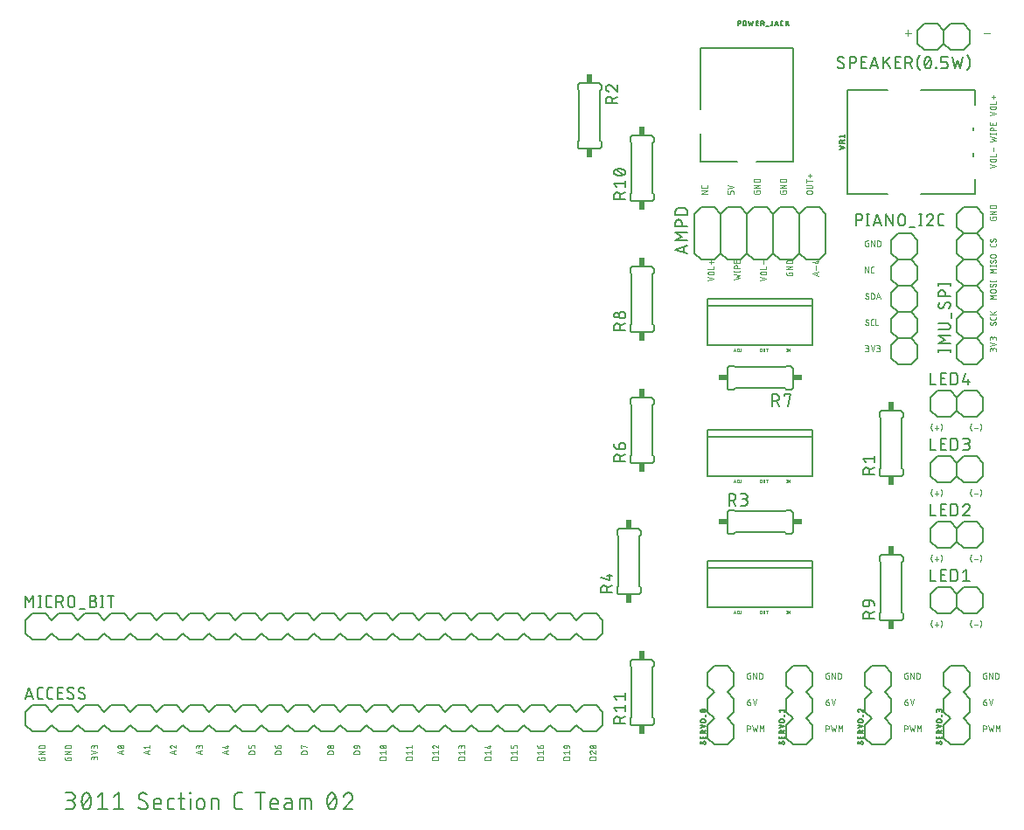
<source format=gbr>
G04 EAGLE Gerber RS-274X export*
G75*
%MOMM*%
%FSLAX34Y34*%
%LPD*%
%INSilkscreen Top*%
%IPPOS*%
%AMOC8*
5,1,8,0,0,1.08239X$1,22.5*%
G01*
%ADD10C,0.076200*%
%ADD11C,0.025400*%
%ADD12C,0.050800*%
%ADD13C,0.152400*%
%ADD14C,0.127000*%
%ADD15C,0.203200*%
%ADD16R,0.609600X0.863600*%
%ADD17R,0.863600X0.609600*%


D10*
X902081Y766036D02*
X908346Y766036D01*
X905214Y769168D02*
X905214Y762903D01*
X978281Y766036D02*
X984546Y766036D01*
D11*
X787837Y460121D02*
X787837Y457327D01*
X787527Y457327D02*
X788148Y457327D01*
X788148Y460121D02*
X787527Y460121D01*
X789347Y460121D02*
X789347Y457327D01*
X790900Y457327D02*
X789347Y460121D01*
X790900Y460121D02*
X790900Y457327D01*
X787837Y333121D02*
X787837Y330327D01*
X787527Y330327D02*
X788148Y330327D01*
X788148Y333121D02*
X787527Y333121D01*
X789347Y333121D02*
X789347Y330327D01*
X790900Y330327D02*
X789347Y333121D01*
X790900Y333121D02*
X790900Y330327D01*
X787837Y206121D02*
X787837Y203327D01*
X787527Y203327D02*
X788148Y203327D01*
X788148Y206121D02*
X787527Y206121D01*
X789347Y206121D02*
X789347Y203327D01*
X790900Y203327D02*
X789347Y206121D01*
X790900Y206121D02*
X790900Y203327D01*
X762127Y204103D02*
X762127Y205345D01*
X762129Y205400D01*
X762135Y205455D01*
X762145Y205510D01*
X762158Y205564D01*
X762176Y205616D01*
X762197Y205667D01*
X762222Y205717D01*
X762250Y205765D01*
X762282Y205810D01*
X762317Y205853D01*
X762354Y205894D01*
X762395Y205931D01*
X762438Y205966D01*
X762483Y205998D01*
X762531Y206026D01*
X762581Y206051D01*
X762632Y206072D01*
X762684Y206090D01*
X762738Y206103D01*
X762793Y206113D01*
X762848Y206119D01*
X762903Y206121D01*
X762958Y206119D01*
X763013Y206113D01*
X763068Y206103D01*
X763122Y206090D01*
X763174Y206072D01*
X763225Y206051D01*
X763275Y206026D01*
X763323Y205998D01*
X763368Y205966D01*
X763411Y205931D01*
X763452Y205894D01*
X763489Y205853D01*
X763524Y205810D01*
X763556Y205765D01*
X763584Y205717D01*
X763609Y205667D01*
X763630Y205616D01*
X763648Y205564D01*
X763661Y205510D01*
X763671Y205455D01*
X763677Y205400D01*
X763679Y205345D01*
X763679Y204103D01*
X763677Y204048D01*
X763671Y203993D01*
X763661Y203938D01*
X763648Y203884D01*
X763630Y203832D01*
X763609Y203781D01*
X763584Y203731D01*
X763556Y203683D01*
X763524Y203638D01*
X763489Y203595D01*
X763452Y203554D01*
X763411Y203517D01*
X763368Y203482D01*
X763323Y203450D01*
X763275Y203422D01*
X763225Y203397D01*
X763174Y203376D01*
X763122Y203358D01*
X763068Y203345D01*
X763013Y203335D01*
X762958Y203329D01*
X762903Y203327D01*
X762848Y203329D01*
X762793Y203335D01*
X762738Y203345D01*
X762684Y203358D01*
X762632Y203376D01*
X762581Y203397D01*
X762531Y203422D01*
X762483Y203450D01*
X762438Y203482D01*
X762395Y203517D01*
X762354Y203554D01*
X762317Y203595D01*
X762282Y203638D01*
X762250Y203683D01*
X762222Y203731D01*
X762197Y203781D01*
X762176Y203832D01*
X762158Y203884D01*
X762145Y203938D01*
X762135Y203993D01*
X762129Y204048D01*
X762127Y204103D01*
X764962Y204103D02*
X764962Y206121D01*
X764962Y204103D02*
X764964Y204048D01*
X764970Y203993D01*
X764980Y203938D01*
X764993Y203884D01*
X765011Y203832D01*
X765032Y203781D01*
X765057Y203731D01*
X765085Y203683D01*
X765117Y203638D01*
X765152Y203595D01*
X765189Y203554D01*
X765230Y203517D01*
X765273Y203482D01*
X765318Y203450D01*
X765366Y203422D01*
X765416Y203397D01*
X765467Y203376D01*
X765519Y203358D01*
X765573Y203345D01*
X765628Y203335D01*
X765683Y203329D01*
X765738Y203327D01*
X765793Y203329D01*
X765848Y203335D01*
X765903Y203345D01*
X765957Y203358D01*
X766009Y203376D01*
X766060Y203397D01*
X766110Y203422D01*
X766158Y203450D01*
X766203Y203482D01*
X766246Y203517D01*
X766287Y203554D01*
X766324Y203595D01*
X766359Y203638D01*
X766391Y203683D01*
X766419Y203731D01*
X766444Y203781D01*
X766465Y203832D01*
X766483Y203884D01*
X766496Y203938D01*
X766506Y203993D01*
X766512Y204048D01*
X766514Y204103D01*
X766514Y206121D01*
X768390Y206121D02*
X768390Y203327D01*
X769166Y206121D02*
X767613Y206121D01*
X762127Y331103D02*
X762127Y332345D01*
X762129Y332400D01*
X762135Y332455D01*
X762145Y332510D01*
X762158Y332564D01*
X762176Y332616D01*
X762197Y332667D01*
X762222Y332717D01*
X762250Y332765D01*
X762282Y332810D01*
X762317Y332853D01*
X762354Y332894D01*
X762395Y332931D01*
X762438Y332966D01*
X762483Y332998D01*
X762531Y333026D01*
X762581Y333051D01*
X762632Y333072D01*
X762684Y333090D01*
X762738Y333103D01*
X762793Y333113D01*
X762848Y333119D01*
X762903Y333121D01*
X762958Y333119D01*
X763013Y333113D01*
X763068Y333103D01*
X763122Y333090D01*
X763174Y333072D01*
X763225Y333051D01*
X763275Y333026D01*
X763323Y332998D01*
X763368Y332966D01*
X763411Y332931D01*
X763452Y332894D01*
X763489Y332853D01*
X763524Y332810D01*
X763556Y332765D01*
X763584Y332717D01*
X763609Y332667D01*
X763630Y332616D01*
X763648Y332564D01*
X763661Y332510D01*
X763671Y332455D01*
X763677Y332400D01*
X763679Y332345D01*
X763679Y331103D01*
X763677Y331048D01*
X763671Y330993D01*
X763661Y330938D01*
X763648Y330884D01*
X763630Y330832D01*
X763609Y330781D01*
X763584Y330731D01*
X763556Y330683D01*
X763524Y330638D01*
X763489Y330595D01*
X763452Y330554D01*
X763411Y330517D01*
X763368Y330482D01*
X763323Y330450D01*
X763275Y330422D01*
X763225Y330397D01*
X763174Y330376D01*
X763122Y330358D01*
X763068Y330345D01*
X763013Y330335D01*
X762958Y330329D01*
X762903Y330327D01*
X762848Y330329D01*
X762793Y330335D01*
X762738Y330345D01*
X762684Y330358D01*
X762632Y330376D01*
X762581Y330397D01*
X762531Y330422D01*
X762483Y330450D01*
X762438Y330482D01*
X762395Y330517D01*
X762354Y330554D01*
X762317Y330595D01*
X762282Y330638D01*
X762250Y330683D01*
X762222Y330731D01*
X762197Y330781D01*
X762176Y330832D01*
X762158Y330884D01*
X762145Y330938D01*
X762135Y330993D01*
X762129Y331048D01*
X762127Y331103D01*
X764962Y331103D02*
X764962Y333121D01*
X764962Y331103D02*
X764964Y331048D01*
X764970Y330993D01*
X764980Y330938D01*
X764993Y330884D01*
X765011Y330832D01*
X765032Y330781D01*
X765057Y330731D01*
X765085Y330683D01*
X765117Y330638D01*
X765152Y330595D01*
X765189Y330554D01*
X765230Y330517D01*
X765273Y330482D01*
X765318Y330450D01*
X765366Y330422D01*
X765416Y330397D01*
X765467Y330376D01*
X765519Y330358D01*
X765573Y330345D01*
X765628Y330335D01*
X765683Y330329D01*
X765738Y330327D01*
X765793Y330329D01*
X765848Y330335D01*
X765903Y330345D01*
X765957Y330358D01*
X766009Y330376D01*
X766060Y330397D01*
X766110Y330422D01*
X766158Y330450D01*
X766203Y330482D01*
X766246Y330517D01*
X766287Y330554D01*
X766324Y330595D01*
X766359Y330638D01*
X766391Y330683D01*
X766419Y330731D01*
X766444Y330781D01*
X766465Y330832D01*
X766483Y330884D01*
X766496Y330938D01*
X766506Y330993D01*
X766512Y331048D01*
X766514Y331103D01*
X766514Y333121D01*
X768390Y333121D02*
X768390Y330327D01*
X769166Y333121D02*
X767613Y333121D01*
X762127Y458103D02*
X762127Y459345D01*
X762129Y459400D01*
X762135Y459455D01*
X762145Y459510D01*
X762158Y459564D01*
X762176Y459616D01*
X762197Y459667D01*
X762222Y459717D01*
X762250Y459765D01*
X762282Y459810D01*
X762317Y459853D01*
X762354Y459894D01*
X762395Y459931D01*
X762438Y459966D01*
X762483Y459998D01*
X762531Y460026D01*
X762581Y460051D01*
X762632Y460072D01*
X762684Y460090D01*
X762738Y460103D01*
X762793Y460113D01*
X762848Y460119D01*
X762903Y460121D01*
X762958Y460119D01*
X763013Y460113D01*
X763068Y460103D01*
X763122Y460090D01*
X763174Y460072D01*
X763225Y460051D01*
X763275Y460026D01*
X763323Y459998D01*
X763368Y459966D01*
X763411Y459931D01*
X763452Y459894D01*
X763489Y459853D01*
X763524Y459810D01*
X763556Y459765D01*
X763584Y459717D01*
X763609Y459667D01*
X763630Y459616D01*
X763648Y459564D01*
X763661Y459510D01*
X763671Y459455D01*
X763677Y459400D01*
X763679Y459345D01*
X763679Y458103D01*
X763677Y458048D01*
X763671Y457993D01*
X763661Y457938D01*
X763648Y457884D01*
X763630Y457832D01*
X763609Y457781D01*
X763584Y457731D01*
X763556Y457683D01*
X763524Y457638D01*
X763489Y457595D01*
X763452Y457554D01*
X763411Y457517D01*
X763368Y457482D01*
X763323Y457450D01*
X763275Y457422D01*
X763225Y457397D01*
X763174Y457376D01*
X763122Y457358D01*
X763068Y457345D01*
X763013Y457335D01*
X762958Y457329D01*
X762903Y457327D01*
X762848Y457329D01*
X762793Y457335D01*
X762738Y457345D01*
X762684Y457358D01*
X762632Y457376D01*
X762581Y457397D01*
X762531Y457422D01*
X762483Y457450D01*
X762438Y457482D01*
X762395Y457517D01*
X762354Y457554D01*
X762317Y457595D01*
X762282Y457638D01*
X762250Y457683D01*
X762222Y457731D01*
X762197Y457781D01*
X762176Y457832D01*
X762158Y457884D01*
X762145Y457938D01*
X762135Y457993D01*
X762129Y458048D01*
X762127Y458103D01*
X764962Y458103D02*
X764962Y460121D01*
X764962Y458103D02*
X764964Y458048D01*
X764970Y457993D01*
X764980Y457938D01*
X764993Y457884D01*
X765011Y457832D01*
X765032Y457781D01*
X765057Y457731D01*
X765085Y457683D01*
X765117Y457638D01*
X765152Y457595D01*
X765189Y457554D01*
X765230Y457517D01*
X765273Y457482D01*
X765318Y457450D01*
X765366Y457422D01*
X765416Y457397D01*
X765467Y457376D01*
X765519Y457358D01*
X765573Y457345D01*
X765628Y457335D01*
X765683Y457329D01*
X765738Y457327D01*
X765793Y457329D01*
X765848Y457335D01*
X765903Y457345D01*
X765957Y457358D01*
X766009Y457376D01*
X766060Y457397D01*
X766110Y457422D01*
X766158Y457450D01*
X766203Y457482D01*
X766246Y457517D01*
X766287Y457554D01*
X766324Y457595D01*
X766359Y457638D01*
X766391Y457683D01*
X766419Y457731D01*
X766444Y457781D01*
X766465Y457832D01*
X766483Y457884D01*
X766496Y457938D01*
X766506Y457993D01*
X766512Y458048D01*
X766514Y458103D01*
X766514Y460121D01*
X768390Y460121D02*
X768390Y457327D01*
X769166Y460121D02*
X767613Y460121D01*
X737658Y460121D02*
X736727Y457327D01*
X738590Y457327D02*
X737658Y460121D01*
X738357Y458026D02*
X736960Y458026D01*
X739717Y457327D02*
X739717Y460121D01*
X740493Y460121D01*
X740548Y460119D01*
X740603Y460113D01*
X740658Y460103D01*
X740712Y460090D01*
X740764Y460072D01*
X740815Y460051D01*
X740865Y460026D01*
X740913Y459998D01*
X740958Y459966D01*
X741001Y459931D01*
X741042Y459894D01*
X741079Y459853D01*
X741114Y459810D01*
X741146Y459765D01*
X741174Y459717D01*
X741199Y459667D01*
X741220Y459616D01*
X741238Y459564D01*
X741251Y459510D01*
X741261Y459455D01*
X741267Y459400D01*
X741269Y459345D01*
X741269Y458103D01*
X741267Y458050D01*
X741262Y457997D01*
X741253Y457945D01*
X741240Y457894D01*
X741224Y457843D01*
X741205Y457794D01*
X741182Y457746D01*
X741156Y457700D01*
X741127Y457655D01*
X741095Y457613D01*
X741060Y457573D01*
X741023Y457536D01*
X740983Y457501D01*
X740940Y457469D01*
X740896Y457440D01*
X740850Y457414D01*
X740802Y457391D01*
X740753Y457372D01*
X740702Y457356D01*
X740651Y457343D01*
X740599Y457334D01*
X740546Y457329D01*
X740493Y457327D01*
X739717Y457327D01*
X743201Y457948D02*
X743201Y460121D01*
X743201Y457948D02*
X743199Y457899D01*
X743193Y457851D01*
X743184Y457803D01*
X743171Y457756D01*
X743154Y457710D01*
X743133Y457666D01*
X743109Y457624D01*
X743082Y457583D01*
X743052Y457545D01*
X743019Y457509D01*
X742983Y457476D01*
X742945Y457446D01*
X742904Y457419D01*
X742862Y457395D01*
X742818Y457374D01*
X742772Y457357D01*
X742725Y457344D01*
X742677Y457335D01*
X742629Y457329D01*
X742580Y457327D01*
X742269Y457327D01*
X737658Y333121D02*
X736727Y330327D01*
X738590Y330327D02*
X737658Y333121D01*
X738357Y331026D02*
X736960Y331026D01*
X739717Y330327D02*
X739717Y333121D01*
X740493Y333121D01*
X740548Y333119D01*
X740603Y333113D01*
X740658Y333103D01*
X740712Y333090D01*
X740764Y333072D01*
X740815Y333051D01*
X740865Y333026D01*
X740913Y332998D01*
X740958Y332966D01*
X741001Y332931D01*
X741042Y332894D01*
X741079Y332853D01*
X741114Y332810D01*
X741146Y332765D01*
X741174Y332717D01*
X741199Y332667D01*
X741220Y332616D01*
X741238Y332564D01*
X741251Y332510D01*
X741261Y332455D01*
X741267Y332400D01*
X741269Y332345D01*
X741269Y331103D01*
X741267Y331050D01*
X741262Y330997D01*
X741253Y330945D01*
X741240Y330894D01*
X741224Y330843D01*
X741205Y330794D01*
X741182Y330746D01*
X741156Y330700D01*
X741127Y330655D01*
X741095Y330613D01*
X741060Y330573D01*
X741023Y330536D01*
X740983Y330501D01*
X740940Y330469D01*
X740896Y330440D01*
X740850Y330414D01*
X740802Y330391D01*
X740753Y330372D01*
X740702Y330356D01*
X740651Y330343D01*
X740599Y330334D01*
X740546Y330329D01*
X740493Y330327D01*
X739717Y330327D01*
X743201Y330948D02*
X743201Y333121D01*
X743201Y330948D02*
X743199Y330899D01*
X743193Y330851D01*
X743184Y330803D01*
X743171Y330756D01*
X743154Y330710D01*
X743133Y330666D01*
X743109Y330624D01*
X743082Y330583D01*
X743052Y330545D01*
X743019Y330509D01*
X742983Y330476D01*
X742945Y330446D01*
X742904Y330419D01*
X742862Y330395D01*
X742818Y330374D01*
X742772Y330357D01*
X742725Y330344D01*
X742677Y330335D01*
X742629Y330329D01*
X742580Y330327D01*
X742269Y330327D01*
X737658Y206121D02*
X736727Y203327D01*
X738590Y203327D02*
X737658Y206121D01*
X738357Y204026D02*
X736960Y204026D01*
X739717Y203327D02*
X739717Y206121D01*
X740493Y206121D01*
X740548Y206119D01*
X740603Y206113D01*
X740658Y206103D01*
X740712Y206090D01*
X740764Y206072D01*
X740815Y206051D01*
X740865Y206026D01*
X740913Y205998D01*
X740958Y205966D01*
X741001Y205931D01*
X741042Y205894D01*
X741079Y205853D01*
X741114Y205810D01*
X741146Y205765D01*
X741174Y205717D01*
X741199Y205667D01*
X741220Y205616D01*
X741238Y205564D01*
X741251Y205510D01*
X741261Y205455D01*
X741267Y205400D01*
X741269Y205345D01*
X741269Y204103D01*
X741267Y204050D01*
X741262Y203997D01*
X741253Y203945D01*
X741240Y203894D01*
X741224Y203843D01*
X741205Y203794D01*
X741182Y203746D01*
X741156Y203700D01*
X741127Y203655D01*
X741095Y203613D01*
X741060Y203573D01*
X741023Y203536D01*
X740983Y203501D01*
X740940Y203469D01*
X740896Y203440D01*
X740850Y203414D01*
X740802Y203391D01*
X740753Y203372D01*
X740702Y203356D01*
X740651Y203343D01*
X740599Y203334D01*
X740546Y203329D01*
X740493Y203327D01*
X739717Y203327D01*
X743201Y203948D02*
X743201Y206121D01*
X743201Y203948D02*
X743199Y203899D01*
X743193Y203851D01*
X743184Y203803D01*
X743171Y203756D01*
X743154Y203710D01*
X743133Y203666D01*
X743109Y203624D01*
X743082Y203583D01*
X743052Y203545D01*
X743019Y203509D01*
X742983Y203476D01*
X742945Y203446D01*
X742904Y203419D01*
X742862Y203395D01*
X742818Y203374D01*
X742772Y203357D01*
X742725Y203344D01*
X742677Y203335D01*
X742629Y203329D01*
X742580Y203327D01*
X742269Y203327D01*
D12*
X710946Y609854D02*
X705358Y609854D01*
X710946Y612958D01*
X705358Y612958D01*
X710946Y616749D02*
X710946Y617991D01*
X710946Y616749D02*
X710944Y616679D01*
X710938Y616610D01*
X710928Y616541D01*
X710915Y616473D01*
X710897Y616405D01*
X710876Y616339D01*
X710851Y616274D01*
X710823Y616210D01*
X710791Y616148D01*
X710756Y616088D01*
X710717Y616030D01*
X710675Y615975D01*
X710630Y615921D01*
X710582Y615871D01*
X710532Y615823D01*
X710478Y615778D01*
X710423Y615736D01*
X710365Y615697D01*
X710305Y615662D01*
X710243Y615630D01*
X710179Y615602D01*
X710114Y615577D01*
X710048Y615556D01*
X709980Y615538D01*
X709912Y615525D01*
X709843Y615515D01*
X709774Y615509D01*
X709704Y615507D01*
X706600Y615507D01*
X706530Y615509D01*
X706461Y615515D01*
X706392Y615525D01*
X706324Y615538D01*
X706256Y615556D01*
X706190Y615577D01*
X706125Y615602D01*
X706061Y615630D01*
X705999Y615662D01*
X705939Y615697D01*
X705881Y615736D01*
X705826Y615778D01*
X705772Y615823D01*
X705722Y615871D01*
X705674Y615921D01*
X705629Y615975D01*
X705587Y616030D01*
X705548Y616088D01*
X705513Y616148D01*
X705481Y616210D01*
X705453Y616274D01*
X705428Y616339D01*
X705407Y616405D01*
X705389Y616473D01*
X705376Y616541D01*
X705366Y616610D01*
X705360Y616679D01*
X705358Y616749D01*
X705358Y617991D01*
X736346Y611717D02*
X736346Y609854D01*
X736346Y611717D02*
X736344Y611787D01*
X736338Y611856D01*
X736328Y611925D01*
X736315Y611993D01*
X736297Y612061D01*
X736276Y612127D01*
X736251Y612192D01*
X736223Y612256D01*
X736191Y612318D01*
X736156Y612378D01*
X736117Y612436D01*
X736075Y612491D01*
X736030Y612545D01*
X735982Y612595D01*
X735932Y612643D01*
X735878Y612688D01*
X735823Y612730D01*
X735765Y612769D01*
X735705Y612804D01*
X735643Y612836D01*
X735579Y612864D01*
X735514Y612889D01*
X735448Y612910D01*
X735380Y612928D01*
X735312Y612941D01*
X735243Y612951D01*
X735174Y612957D01*
X735104Y612959D01*
X735104Y612958D02*
X734483Y612958D01*
X734483Y612959D02*
X734413Y612957D01*
X734344Y612951D01*
X734275Y612941D01*
X734207Y612928D01*
X734139Y612910D01*
X734073Y612889D01*
X734008Y612864D01*
X733944Y612836D01*
X733882Y612804D01*
X733822Y612769D01*
X733764Y612730D01*
X733709Y612688D01*
X733655Y612643D01*
X733605Y612595D01*
X733557Y612545D01*
X733512Y612491D01*
X733470Y612436D01*
X733431Y612378D01*
X733396Y612318D01*
X733364Y612256D01*
X733336Y612192D01*
X733311Y612127D01*
X733290Y612061D01*
X733272Y611993D01*
X733259Y611925D01*
X733249Y611856D01*
X733243Y611787D01*
X733241Y611717D01*
X733242Y611717D02*
X733242Y609854D01*
X730758Y609854D01*
X730758Y612958D01*
X730758Y615030D02*
X736346Y616893D01*
X730758Y618755D01*
X758642Y612958D02*
X758642Y612027D01*
X758642Y612958D02*
X761746Y612958D01*
X761746Y611096D01*
X761744Y611026D01*
X761738Y610957D01*
X761728Y610888D01*
X761715Y610820D01*
X761697Y610752D01*
X761676Y610686D01*
X761651Y610621D01*
X761623Y610557D01*
X761591Y610495D01*
X761556Y610435D01*
X761517Y610377D01*
X761475Y610322D01*
X761430Y610268D01*
X761382Y610218D01*
X761332Y610170D01*
X761278Y610125D01*
X761223Y610083D01*
X761165Y610044D01*
X761105Y610009D01*
X761043Y609977D01*
X760979Y609949D01*
X760914Y609924D01*
X760848Y609903D01*
X760780Y609885D01*
X760712Y609872D01*
X760643Y609862D01*
X760574Y609856D01*
X760504Y609854D01*
X757400Y609854D01*
X757330Y609856D01*
X757261Y609862D01*
X757192Y609872D01*
X757124Y609885D01*
X757056Y609903D01*
X756990Y609924D01*
X756925Y609949D01*
X756861Y609977D01*
X756799Y610009D01*
X756739Y610044D01*
X756681Y610083D01*
X756626Y610125D01*
X756572Y610170D01*
X756522Y610218D01*
X756474Y610268D01*
X756429Y610322D01*
X756387Y610377D01*
X756348Y610435D01*
X756313Y610495D01*
X756281Y610557D01*
X756253Y610621D01*
X756228Y610686D01*
X756207Y610752D01*
X756189Y610820D01*
X756176Y610888D01*
X756166Y610957D01*
X756160Y611026D01*
X756158Y611096D01*
X756158Y612958D01*
X756158Y615706D02*
X761746Y615706D01*
X761746Y618811D02*
X756158Y615706D01*
X756158Y618811D02*
X761746Y618811D01*
X761746Y621558D02*
X756158Y621558D01*
X756158Y623110D01*
X756160Y623186D01*
X756165Y623262D01*
X756175Y623338D01*
X756188Y623413D01*
X756205Y623487D01*
X756225Y623561D01*
X756249Y623633D01*
X756276Y623704D01*
X756307Y623774D01*
X756341Y623842D01*
X756379Y623908D01*
X756420Y623972D01*
X756463Y624035D01*
X756510Y624095D01*
X756560Y624152D01*
X756613Y624207D01*
X756668Y624260D01*
X756725Y624310D01*
X756785Y624357D01*
X756848Y624400D01*
X756912Y624441D01*
X756978Y624479D01*
X757046Y624513D01*
X757116Y624544D01*
X757187Y624571D01*
X757260Y624595D01*
X757333Y624615D01*
X757407Y624632D01*
X757482Y624645D01*
X757558Y624655D01*
X757634Y624660D01*
X757710Y624662D01*
X757710Y624663D02*
X760194Y624663D01*
X760194Y624662D02*
X760270Y624660D01*
X760346Y624655D01*
X760422Y624645D01*
X760497Y624632D01*
X760571Y624615D01*
X760645Y624595D01*
X760717Y624571D01*
X760788Y624544D01*
X760858Y624513D01*
X760926Y624479D01*
X760992Y624441D01*
X761056Y624400D01*
X761119Y624357D01*
X761179Y624310D01*
X761236Y624260D01*
X761291Y624207D01*
X761344Y624152D01*
X761394Y624095D01*
X761441Y624035D01*
X761484Y623972D01*
X761525Y623908D01*
X761563Y623842D01*
X761597Y623774D01*
X761628Y623704D01*
X761655Y623633D01*
X761679Y623561D01*
X761699Y623487D01*
X761716Y623413D01*
X761729Y623338D01*
X761739Y623262D01*
X761744Y623186D01*
X761746Y623110D01*
X761746Y621558D01*
X784042Y612958D02*
X784042Y612027D01*
X784042Y612958D02*
X787146Y612958D01*
X787146Y611096D01*
X787144Y611026D01*
X787138Y610957D01*
X787128Y610888D01*
X787115Y610820D01*
X787097Y610752D01*
X787076Y610686D01*
X787051Y610621D01*
X787023Y610557D01*
X786991Y610495D01*
X786956Y610435D01*
X786917Y610377D01*
X786875Y610322D01*
X786830Y610268D01*
X786782Y610218D01*
X786732Y610170D01*
X786678Y610125D01*
X786623Y610083D01*
X786565Y610044D01*
X786505Y610009D01*
X786443Y609977D01*
X786379Y609949D01*
X786314Y609924D01*
X786248Y609903D01*
X786180Y609885D01*
X786112Y609872D01*
X786043Y609862D01*
X785974Y609856D01*
X785904Y609854D01*
X782800Y609854D01*
X782730Y609856D01*
X782661Y609862D01*
X782592Y609872D01*
X782524Y609885D01*
X782456Y609903D01*
X782390Y609924D01*
X782325Y609949D01*
X782261Y609977D01*
X782199Y610009D01*
X782139Y610044D01*
X782081Y610083D01*
X782026Y610125D01*
X781972Y610170D01*
X781922Y610218D01*
X781874Y610268D01*
X781829Y610322D01*
X781787Y610377D01*
X781748Y610435D01*
X781713Y610495D01*
X781681Y610557D01*
X781653Y610621D01*
X781628Y610686D01*
X781607Y610752D01*
X781589Y610820D01*
X781576Y610888D01*
X781566Y610957D01*
X781560Y611026D01*
X781558Y611096D01*
X781558Y612958D01*
X781558Y615706D02*
X787146Y615706D01*
X787146Y618811D02*
X781558Y615706D01*
X781558Y618811D02*
X787146Y618811D01*
X787146Y621558D02*
X781558Y621558D01*
X781558Y623110D01*
X781560Y623186D01*
X781565Y623262D01*
X781575Y623338D01*
X781588Y623413D01*
X781605Y623487D01*
X781625Y623561D01*
X781649Y623633D01*
X781676Y623704D01*
X781707Y623774D01*
X781741Y623842D01*
X781779Y623908D01*
X781820Y623972D01*
X781863Y624035D01*
X781910Y624095D01*
X781960Y624152D01*
X782013Y624207D01*
X782068Y624260D01*
X782125Y624310D01*
X782185Y624357D01*
X782248Y624400D01*
X782312Y624441D01*
X782378Y624479D01*
X782446Y624513D01*
X782516Y624544D01*
X782587Y624571D01*
X782660Y624595D01*
X782733Y624615D01*
X782807Y624632D01*
X782882Y624645D01*
X782958Y624655D01*
X783034Y624660D01*
X783110Y624662D01*
X783110Y624663D02*
X785594Y624663D01*
X785594Y624662D02*
X785670Y624660D01*
X785746Y624655D01*
X785822Y624645D01*
X785897Y624632D01*
X785971Y624615D01*
X786045Y624595D01*
X786117Y624571D01*
X786188Y624544D01*
X786258Y624513D01*
X786326Y624479D01*
X786392Y624441D01*
X786456Y624400D01*
X786519Y624357D01*
X786579Y624310D01*
X786636Y624260D01*
X786691Y624207D01*
X786744Y624152D01*
X786794Y624095D01*
X786841Y624035D01*
X786884Y623972D01*
X786925Y623908D01*
X786963Y623842D01*
X786997Y623774D01*
X787028Y623704D01*
X787055Y623633D01*
X787079Y623561D01*
X787099Y623487D01*
X787116Y623413D01*
X787129Y623338D01*
X787139Y623262D01*
X787144Y623186D01*
X787146Y623110D01*
X787146Y621558D01*
X790138Y534142D02*
X790138Y533210D01*
X790138Y534142D02*
X793242Y534142D01*
X793242Y532279D01*
X793240Y532209D01*
X793234Y532140D01*
X793224Y532071D01*
X793211Y532003D01*
X793193Y531935D01*
X793172Y531869D01*
X793147Y531804D01*
X793119Y531740D01*
X793087Y531678D01*
X793052Y531618D01*
X793013Y531560D01*
X792971Y531505D01*
X792926Y531451D01*
X792878Y531401D01*
X792828Y531353D01*
X792774Y531308D01*
X792719Y531266D01*
X792661Y531227D01*
X792601Y531192D01*
X792539Y531160D01*
X792475Y531132D01*
X792410Y531107D01*
X792344Y531086D01*
X792276Y531068D01*
X792208Y531055D01*
X792139Y531045D01*
X792070Y531039D01*
X792000Y531037D01*
X788896Y531037D01*
X788826Y531039D01*
X788757Y531045D01*
X788688Y531055D01*
X788620Y531068D01*
X788552Y531086D01*
X788486Y531107D01*
X788421Y531132D01*
X788357Y531160D01*
X788295Y531192D01*
X788235Y531227D01*
X788177Y531266D01*
X788122Y531308D01*
X788068Y531353D01*
X788018Y531401D01*
X787970Y531451D01*
X787925Y531505D01*
X787883Y531560D01*
X787844Y531618D01*
X787809Y531678D01*
X787777Y531740D01*
X787749Y531804D01*
X787724Y531869D01*
X787703Y531935D01*
X787685Y532003D01*
X787672Y532071D01*
X787662Y532140D01*
X787656Y532209D01*
X787654Y532279D01*
X787654Y534142D01*
X787654Y536889D02*
X793242Y536889D01*
X793242Y539994D02*
X787654Y536889D01*
X787654Y539994D02*
X793242Y539994D01*
X793242Y542742D02*
X787654Y542742D01*
X787654Y544294D01*
X787656Y544370D01*
X787661Y544446D01*
X787671Y544522D01*
X787684Y544597D01*
X787701Y544671D01*
X787721Y544745D01*
X787745Y544817D01*
X787772Y544888D01*
X787803Y544958D01*
X787837Y545026D01*
X787875Y545092D01*
X787916Y545156D01*
X787959Y545219D01*
X788006Y545279D01*
X788056Y545336D01*
X788109Y545391D01*
X788164Y545444D01*
X788221Y545494D01*
X788281Y545541D01*
X788344Y545584D01*
X788408Y545625D01*
X788474Y545663D01*
X788542Y545697D01*
X788612Y545728D01*
X788683Y545755D01*
X788756Y545779D01*
X788829Y545799D01*
X788903Y545816D01*
X788978Y545829D01*
X789054Y545839D01*
X789130Y545844D01*
X789206Y545846D01*
X791690Y545846D01*
X791766Y545844D01*
X791842Y545839D01*
X791918Y545829D01*
X791993Y545816D01*
X792067Y545799D01*
X792141Y545779D01*
X792213Y545755D01*
X792284Y545728D01*
X792354Y545697D01*
X792422Y545663D01*
X792488Y545625D01*
X792552Y545584D01*
X792615Y545541D01*
X792675Y545494D01*
X792732Y545444D01*
X792787Y545391D01*
X792840Y545336D01*
X792890Y545279D01*
X792937Y545219D01*
X792980Y545156D01*
X793021Y545092D01*
X793059Y545026D01*
X793093Y544958D01*
X793124Y544888D01*
X793151Y544817D01*
X793175Y544745D01*
X793195Y544671D01*
X793212Y544597D01*
X793225Y544522D01*
X793235Y544446D01*
X793240Y544370D01*
X793242Y544294D01*
X793242Y542742D01*
X808510Y609854D02*
X810994Y609854D01*
X808510Y609854D02*
X808433Y609856D01*
X808355Y609862D01*
X808279Y609871D01*
X808202Y609885D01*
X808127Y609902D01*
X808053Y609923D01*
X807979Y609948D01*
X807907Y609976D01*
X807837Y610008D01*
X807768Y610043D01*
X807701Y610082D01*
X807636Y610124D01*
X807573Y610169D01*
X807512Y610217D01*
X807454Y610268D01*
X807399Y610322D01*
X807346Y610379D01*
X807297Y610438D01*
X807250Y610500D01*
X807206Y610564D01*
X807166Y610630D01*
X807129Y610698D01*
X807095Y610768D01*
X807065Y610839D01*
X807039Y610912D01*
X807016Y610986D01*
X806997Y611061D01*
X806982Y611136D01*
X806970Y611213D01*
X806962Y611290D01*
X806958Y611367D01*
X806958Y611445D01*
X806962Y611522D01*
X806970Y611599D01*
X806982Y611676D01*
X806997Y611751D01*
X807016Y611826D01*
X807039Y611900D01*
X807065Y611973D01*
X807095Y612044D01*
X807129Y612114D01*
X807166Y612182D01*
X807206Y612248D01*
X807250Y612312D01*
X807297Y612374D01*
X807346Y612433D01*
X807399Y612490D01*
X807454Y612544D01*
X807512Y612595D01*
X807573Y612643D01*
X807636Y612688D01*
X807701Y612730D01*
X807768Y612769D01*
X807837Y612804D01*
X807907Y612836D01*
X807979Y612864D01*
X808053Y612889D01*
X808127Y612910D01*
X808202Y612927D01*
X808279Y612941D01*
X808355Y612950D01*
X808433Y612956D01*
X808510Y612958D01*
X810994Y612958D01*
X811071Y612956D01*
X811149Y612950D01*
X811225Y612941D01*
X811302Y612927D01*
X811377Y612910D01*
X811451Y612889D01*
X811525Y612864D01*
X811597Y612836D01*
X811667Y612804D01*
X811736Y612769D01*
X811803Y612730D01*
X811868Y612688D01*
X811931Y612643D01*
X811992Y612595D01*
X812050Y612544D01*
X812105Y612490D01*
X812158Y612433D01*
X812207Y612374D01*
X812254Y612312D01*
X812298Y612248D01*
X812338Y612182D01*
X812375Y612114D01*
X812409Y612044D01*
X812439Y611973D01*
X812465Y611900D01*
X812488Y611826D01*
X812507Y611751D01*
X812522Y611676D01*
X812534Y611599D01*
X812542Y611522D01*
X812546Y611445D01*
X812546Y611367D01*
X812542Y611290D01*
X812534Y611213D01*
X812522Y611136D01*
X812507Y611061D01*
X812488Y610986D01*
X812465Y610912D01*
X812439Y610839D01*
X812409Y610768D01*
X812375Y610698D01*
X812338Y610630D01*
X812298Y610564D01*
X812254Y610500D01*
X812207Y610438D01*
X812158Y610379D01*
X812105Y610322D01*
X812050Y610268D01*
X811992Y610217D01*
X811931Y610169D01*
X811868Y610124D01*
X811803Y610082D01*
X811736Y610043D01*
X811667Y610008D01*
X811597Y609976D01*
X811525Y609948D01*
X811451Y609923D01*
X811377Y609902D01*
X811302Y609885D01*
X811225Y609871D01*
X811149Y609862D01*
X811071Y609856D01*
X810994Y609854D01*
X810994Y615523D02*
X806958Y615523D01*
X810994Y615523D02*
X811071Y615525D01*
X811149Y615531D01*
X811225Y615540D01*
X811302Y615554D01*
X811377Y615571D01*
X811451Y615592D01*
X811525Y615617D01*
X811597Y615645D01*
X811667Y615677D01*
X811736Y615712D01*
X811803Y615751D01*
X811868Y615793D01*
X811931Y615838D01*
X811992Y615886D01*
X812050Y615937D01*
X812105Y615991D01*
X812158Y616048D01*
X812207Y616107D01*
X812254Y616169D01*
X812298Y616233D01*
X812338Y616299D01*
X812375Y616367D01*
X812409Y616437D01*
X812439Y616508D01*
X812465Y616581D01*
X812488Y616655D01*
X812507Y616730D01*
X812522Y616805D01*
X812534Y616882D01*
X812542Y616959D01*
X812546Y617036D01*
X812546Y617114D01*
X812542Y617191D01*
X812534Y617268D01*
X812522Y617345D01*
X812507Y617420D01*
X812488Y617495D01*
X812465Y617569D01*
X812439Y617642D01*
X812409Y617713D01*
X812375Y617783D01*
X812338Y617851D01*
X812298Y617917D01*
X812254Y617981D01*
X812207Y618043D01*
X812158Y618102D01*
X812105Y618159D01*
X812050Y618213D01*
X811992Y618264D01*
X811931Y618312D01*
X811868Y618357D01*
X811803Y618399D01*
X811736Y618438D01*
X811667Y618473D01*
X811597Y618505D01*
X811525Y618533D01*
X811451Y618558D01*
X811377Y618579D01*
X811302Y618596D01*
X811225Y618610D01*
X811149Y618619D01*
X811071Y618625D01*
X810994Y618627D01*
X810994Y618628D02*
X806958Y618628D01*
X806958Y622379D02*
X812546Y622379D01*
X806958Y620827D02*
X806958Y623931D01*
X810373Y626003D02*
X810373Y629728D01*
X812236Y627865D02*
X808510Y627865D01*
X717042Y527890D02*
X711454Y526027D01*
X711454Y529753D02*
X717042Y527890D01*
X715490Y531824D02*
X713006Y531824D01*
X712929Y531826D01*
X712851Y531832D01*
X712775Y531841D01*
X712698Y531855D01*
X712623Y531872D01*
X712549Y531893D01*
X712475Y531918D01*
X712403Y531946D01*
X712333Y531978D01*
X712264Y532013D01*
X712197Y532052D01*
X712132Y532094D01*
X712069Y532139D01*
X712008Y532187D01*
X711950Y532238D01*
X711895Y532292D01*
X711842Y532349D01*
X711793Y532408D01*
X711746Y532470D01*
X711702Y532534D01*
X711662Y532600D01*
X711625Y532668D01*
X711591Y532738D01*
X711561Y532809D01*
X711535Y532882D01*
X711512Y532956D01*
X711493Y533031D01*
X711478Y533106D01*
X711466Y533183D01*
X711458Y533260D01*
X711454Y533337D01*
X711454Y533415D01*
X711458Y533492D01*
X711466Y533569D01*
X711478Y533646D01*
X711493Y533721D01*
X711512Y533796D01*
X711535Y533870D01*
X711561Y533943D01*
X711591Y534014D01*
X711625Y534084D01*
X711662Y534152D01*
X711702Y534218D01*
X711746Y534282D01*
X711793Y534344D01*
X711842Y534403D01*
X711895Y534460D01*
X711950Y534514D01*
X712008Y534565D01*
X712069Y534613D01*
X712132Y534658D01*
X712197Y534700D01*
X712264Y534739D01*
X712333Y534774D01*
X712403Y534806D01*
X712475Y534834D01*
X712549Y534859D01*
X712623Y534880D01*
X712698Y534897D01*
X712775Y534911D01*
X712851Y534920D01*
X712929Y534926D01*
X713006Y534928D01*
X713006Y534929D02*
X715490Y534929D01*
X715490Y534928D02*
X715567Y534926D01*
X715645Y534920D01*
X715721Y534911D01*
X715798Y534897D01*
X715873Y534880D01*
X715947Y534859D01*
X716021Y534834D01*
X716093Y534806D01*
X716163Y534774D01*
X716232Y534739D01*
X716299Y534700D01*
X716364Y534658D01*
X716427Y534613D01*
X716488Y534565D01*
X716546Y534514D01*
X716601Y534460D01*
X716654Y534403D01*
X716703Y534344D01*
X716750Y534282D01*
X716794Y534218D01*
X716834Y534152D01*
X716871Y534084D01*
X716905Y534014D01*
X716935Y533943D01*
X716961Y533870D01*
X716984Y533796D01*
X717003Y533721D01*
X717018Y533646D01*
X717030Y533569D01*
X717038Y533492D01*
X717042Y533415D01*
X717042Y533337D01*
X717038Y533260D01*
X717030Y533183D01*
X717018Y533106D01*
X717003Y533031D01*
X716984Y532956D01*
X716961Y532882D01*
X716935Y532809D01*
X716905Y532738D01*
X716871Y532668D01*
X716834Y532600D01*
X716794Y532534D01*
X716750Y532470D01*
X716703Y532408D01*
X716654Y532349D01*
X716601Y532292D01*
X716546Y532238D01*
X716488Y532187D01*
X716427Y532139D01*
X716364Y532094D01*
X716299Y532052D01*
X716232Y532013D01*
X716163Y531978D01*
X716093Y531946D01*
X716021Y531918D01*
X715947Y531893D01*
X715873Y531872D01*
X715798Y531855D01*
X715721Y531841D01*
X715645Y531832D01*
X715567Y531826D01*
X715490Y531824D01*
X717042Y537505D02*
X711454Y537505D01*
X717042Y537505D02*
X717042Y539988D01*
X714869Y542121D02*
X714869Y545846D01*
X716732Y543983D02*
X713006Y543983D01*
X736854Y527241D02*
X742442Y528483D01*
X738717Y529725D01*
X742442Y530966D01*
X736854Y532208D01*
X736854Y534845D02*
X742442Y534845D01*
X742442Y534224D02*
X742442Y535466D01*
X736854Y535466D02*
X736854Y534224D01*
X736854Y537948D02*
X742442Y537948D01*
X736854Y537948D02*
X736854Y539500D01*
X736856Y539577D01*
X736862Y539655D01*
X736871Y539731D01*
X736885Y539808D01*
X736902Y539883D01*
X736923Y539957D01*
X736948Y540031D01*
X736976Y540103D01*
X737008Y540173D01*
X737043Y540242D01*
X737082Y540309D01*
X737124Y540374D01*
X737169Y540437D01*
X737217Y540498D01*
X737268Y540556D01*
X737322Y540611D01*
X737379Y540664D01*
X737438Y540713D01*
X737500Y540760D01*
X737564Y540804D01*
X737630Y540844D01*
X737698Y540881D01*
X737768Y540915D01*
X737839Y540945D01*
X737912Y540971D01*
X737986Y540994D01*
X738061Y541013D01*
X738136Y541028D01*
X738213Y541040D01*
X738290Y541048D01*
X738367Y541052D01*
X738445Y541052D01*
X738522Y541048D01*
X738599Y541040D01*
X738676Y541028D01*
X738751Y541013D01*
X738826Y540994D01*
X738900Y540971D01*
X738973Y540945D01*
X739044Y540915D01*
X739114Y540881D01*
X739182Y540844D01*
X739248Y540804D01*
X739312Y540760D01*
X739374Y540713D01*
X739433Y540664D01*
X739490Y540611D01*
X739544Y540556D01*
X739595Y540498D01*
X739643Y540437D01*
X739688Y540374D01*
X739730Y540309D01*
X739769Y540242D01*
X739804Y540173D01*
X739836Y540103D01*
X739864Y540031D01*
X739889Y539957D01*
X739910Y539883D01*
X739927Y539808D01*
X739941Y539731D01*
X739950Y539655D01*
X739956Y539577D01*
X739958Y539500D01*
X739958Y537948D01*
X742442Y543362D02*
X742442Y545846D01*
X742442Y543362D02*
X736854Y543362D01*
X736854Y545846D01*
X739338Y545225D02*
X739338Y543362D01*
X762254Y526027D02*
X767842Y527890D01*
X762254Y529753D01*
X763806Y531824D02*
X766290Y531824D01*
X763806Y531824D02*
X763729Y531826D01*
X763651Y531832D01*
X763575Y531841D01*
X763498Y531855D01*
X763423Y531872D01*
X763349Y531893D01*
X763275Y531918D01*
X763203Y531946D01*
X763133Y531978D01*
X763064Y532013D01*
X762997Y532052D01*
X762932Y532094D01*
X762869Y532139D01*
X762808Y532187D01*
X762750Y532238D01*
X762695Y532292D01*
X762642Y532349D01*
X762593Y532408D01*
X762546Y532470D01*
X762502Y532534D01*
X762462Y532600D01*
X762425Y532668D01*
X762391Y532738D01*
X762361Y532809D01*
X762335Y532882D01*
X762312Y532956D01*
X762293Y533031D01*
X762278Y533106D01*
X762266Y533183D01*
X762258Y533260D01*
X762254Y533337D01*
X762254Y533415D01*
X762258Y533492D01*
X762266Y533569D01*
X762278Y533646D01*
X762293Y533721D01*
X762312Y533796D01*
X762335Y533870D01*
X762361Y533943D01*
X762391Y534014D01*
X762425Y534084D01*
X762462Y534152D01*
X762502Y534218D01*
X762546Y534282D01*
X762593Y534344D01*
X762642Y534403D01*
X762695Y534460D01*
X762750Y534514D01*
X762808Y534565D01*
X762869Y534613D01*
X762932Y534658D01*
X762997Y534700D01*
X763064Y534739D01*
X763133Y534774D01*
X763203Y534806D01*
X763275Y534834D01*
X763349Y534859D01*
X763423Y534880D01*
X763498Y534897D01*
X763575Y534911D01*
X763651Y534920D01*
X763729Y534926D01*
X763806Y534928D01*
X763806Y534929D02*
X766290Y534929D01*
X766290Y534928D02*
X766367Y534926D01*
X766445Y534920D01*
X766521Y534911D01*
X766598Y534897D01*
X766673Y534880D01*
X766747Y534859D01*
X766821Y534834D01*
X766893Y534806D01*
X766963Y534774D01*
X767032Y534739D01*
X767099Y534700D01*
X767164Y534658D01*
X767227Y534613D01*
X767288Y534565D01*
X767346Y534514D01*
X767401Y534460D01*
X767454Y534403D01*
X767503Y534344D01*
X767550Y534282D01*
X767594Y534218D01*
X767634Y534152D01*
X767671Y534084D01*
X767705Y534014D01*
X767735Y533943D01*
X767761Y533870D01*
X767784Y533796D01*
X767803Y533721D01*
X767818Y533646D01*
X767830Y533569D01*
X767838Y533492D01*
X767842Y533415D01*
X767842Y533337D01*
X767838Y533260D01*
X767830Y533183D01*
X767818Y533106D01*
X767803Y533031D01*
X767784Y532956D01*
X767761Y532882D01*
X767735Y532809D01*
X767705Y532738D01*
X767671Y532668D01*
X767634Y532600D01*
X767594Y532534D01*
X767550Y532470D01*
X767503Y532408D01*
X767454Y532349D01*
X767401Y532292D01*
X767346Y532238D01*
X767288Y532187D01*
X767227Y532139D01*
X767164Y532094D01*
X767099Y532052D01*
X767032Y532013D01*
X766963Y531978D01*
X766893Y531946D01*
X766821Y531918D01*
X766747Y531893D01*
X766673Y531872D01*
X766598Y531855D01*
X766521Y531841D01*
X766445Y531832D01*
X766367Y531826D01*
X766290Y531824D01*
X767842Y537505D02*
X762254Y537505D01*
X767842Y537505D02*
X767842Y539988D01*
X765669Y542121D02*
X765669Y545846D01*
X813054Y532590D02*
X818642Y530727D01*
X818642Y534452D02*
X813054Y532590D01*
X817245Y533987D02*
X817245Y531193D01*
X816469Y536579D02*
X816469Y540304D01*
X817400Y542742D02*
X813054Y543983D01*
X817400Y542742D02*
X817400Y545846D01*
X816158Y544915D02*
X818642Y544915D01*
X984758Y686054D02*
X990346Y687917D01*
X984758Y689779D01*
X986310Y691851D02*
X988794Y691851D01*
X986310Y691851D02*
X986233Y691853D01*
X986155Y691859D01*
X986079Y691868D01*
X986002Y691882D01*
X985927Y691899D01*
X985853Y691920D01*
X985779Y691945D01*
X985707Y691973D01*
X985637Y692005D01*
X985568Y692040D01*
X985501Y692079D01*
X985436Y692121D01*
X985373Y692166D01*
X985312Y692214D01*
X985254Y692265D01*
X985199Y692319D01*
X985146Y692376D01*
X985097Y692435D01*
X985050Y692497D01*
X985006Y692561D01*
X984966Y692627D01*
X984929Y692695D01*
X984895Y692765D01*
X984865Y692836D01*
X984839Y692909D01*
X984816Y692983D01*
X984797Y693058D01*
X984782Y693133D01*
X984770Y693210D01*
X984762Y693287D01*
X984758Y693364D01*
X984758Y693442D01*
X984762Y693519D01*
X984770Y693596D01*
X984782Y693673D01*
X984797Y693748D01*
X984816Y693823D01*
X984839Y693897D01*
X984865Y693970D01*
X984895Y694041D01*
X984929Y694111D01*
X984966Y694179D01*
X985006Y694245D01*
X985050Y694309D01*
X985097Y694371D01*
X985146Y694430D01*
X985199Y694487D01*
X985254Y694541D01*
X985312Y694592D01*
X985373Y694640D01*
X985436Y694685D01*
X985501Y694727D01*
X985568Y694766D01*
X985637Y694801D01*
X985707Y694833D01*
X985779Y694861D01*
X985853Y694886D01*
X985927Y694907D01*
X986002Y694924D01*
X986079Y694938D01*
X986155Y694947D01*
X986233Y694953D01*
X986310Y694955D01*
X988794Y694955D01*
X988871Y694953D01*
X988949Y694947D01*
X989025Y694938D01*
X989102Y694924D01*
X989177Y694907D01*
X989251Y694886D01*
X989325Y694861D01*
X989397Y694833D01*
X989467Y694801D01*
X989536Y694766D01*
X989603Y694727D01*
X989668Y694685D01*
X989731Y694640D01*
X989792Y694592D01*
X989850Y694541D01*
X989905Y694487D01*
X989958Y694430D01*
X990007Y694371D01*
X990054Y694309D01*
X990098Y694245D01*
X990138Y694179D01*
X990175Y694111D01*
X990209Y694041D01*
X990239Y693970D01*
X990265Y693897D01*
X990288Y693823D01*
X990307Y693748D01*
X990322Y693673D01*
X990334Y693596D01*
X990342Y693519D01*
X990346Y693442D01*
X990346Y693364D01*
X990342Y693287D01*
X990334Y693210D01*
X990322Y693133D01*
X990307Y693058D01*
X990288Y692983D01*
X990265Y692909D01*
X990239Y692836D01*
X990209Y692765D01*
X990175Y692695D01*
X990138Y692627D01*
X990098Y692561D01*
X990054Y692497D01*
X990007Y692435D01*
X989958Y692376D01*
X989905Y692319D01*
X989850Y692265D01*
X989792Y692214D01*
X989731Y692166D01*
X989668Y692121D01*
X989603Y692079D01*
X989536Y692040D01*
X989467Y692005D01*
X989397Y691973D01*
X989325Y691945D01*
X989251Y691920D01*
X989177Y691899D01*
X989102Y691882D01*
X989025Y691868D01*
X988949Y691859D01*
X988871Y691853D01*
X988794Y691851D01*
X990346Y697531D02*
X984758Y697531D01*
X990346Y697531D02*
X990346Y700015D01*
X988173Y702147D02*
X988173Y705873D01*
X990036Y704010D02*
X986310Y704010D01*
X990346Y661896D02*
X984758Y660654D01*
X986621Y663138D02*
X990346Y661896D01*
X990346Y664379D02*
X986621Y663138D01*
X984758Y665621D02*
X990346Y664379D01*
X990346Y668258D02*
X984758Y668258D01*
X990346Y667637D02*
X990346Y668879D01*
X984758Y668879D02*
X984758Y667637D01*
X984758Y671361D02*
X990346Y671361D01*
X984758Y671361D02*
X984758Y672913D01*
X984760Y672990D01*
X984766Y673068D01*
X984775Y673144D01*
X984789Y673221D01*
X984806Y673296D01*
X984827Y673370D01*
X984852Y673444D01*
X984880Y673516D01*
X984912Y673586D01*
X984947Y673655D01*
X984986Y673722D01*
X985028Y673787D01*
X985073Y673850D01*
X985121Y673911D01*
X985172Y673969D01*
X985226Y674024D01*
X985283Y674077D01*
X985342Y674126D01*
X985404Y674173D01*
X985468Y674217D01*
X985534Y674257D01*
X985602Y674294D01*
X985672Y674328D01*
X985743Y674358D01*
X985816Y674384D01*
X985890Y674407D01*
X985965Y674426D01*
X986040Y674441D01*
X986117Y674453D01*
X986194Y674461D01*
X986271Y674465D01*
X986349Y674465D01*
X986426Y674461D01*
X986503Y674453D01*
X986580Y674441D01*
X986655Y674426D01*
X986730Y674407D01*
X986804Y674384D01*
X986877Y674358D01*
X986948Y674328D01*
X987018Y674294D01*
X987086Y674257D01*
X987152Y674217D01*
X987216Y674173D01*
X987278Y674126D01*
X987337Y674077D01*
X987394Y674024D01*
X987448Y673969D01*
X987499Y673911D01*
X987547Y673850D01*
X987592Y673787D01*
X987634Y673722D01*
X987673Y673655D01*
X987708Y673586D01*
X987740Y673516D01*
X987768Y673444D01*
X987793Y673370D01*
X987814Y673296D01*
X987831Y673221D01*
X987845Y673144D01*
X987854Y673068D01*
X987860Y672990D01*
X987862Y672913D01*
X987862Y671361D01*
X990346Y676775D02*
X990346Y679259D01*
X990346Y676775D02*
X984758Y676775D01*
X984758Y679259D01*
X987242Y678638D02*
X987242Y676775D01*
X990346Y637117D02*
X984758Y635254D01*
X984758Y638979D02*
X990346Y637117D01*
X988794Y641051D02*
X986310Y641051D01*
X986233Y641053D01*
X986155Y641059D01*
X986079Y641068D01*
X986002Y641082D01*
X985927Y641099D01*
X985853Y641120D01*
X985779Y641145D01*
X985707Y641173D01*
X985637Y641205D01*
X985568Y641240D01*
X985501Y641279D01*
X985436Y641321D01*
X985373Y641366D01*
X985312Y641414D01*
X985254Y641465D01*
X985199Y641519D01*
X985146Y641576D01*
X985097Y641635D01*
X985050Y641697D01*
X985006Y641761D01*
X984966Y641827D01*
X984929Y641895D01*
X984895Y641965D01*
X984865Y642036D01*
X984839Y642109D01*
X984816Y642183D01*
X984797Y642258D01*
X984782Y642333D01*
X984770Y642410D01*
X984762Y642487D01*
X984758Y642564D01*
X984758Y642642D01*
X984762Y642719D01*
X984770Y642796D01*
X984782Y642873D01*
X984797Y642948D01*
X984816Y643023D01*
X984839Y643097D01*
X984865Y643170D01*
X984895Y643241D01*
X984929Y643311D01*
X984966Y643379D01*
X985006Y643445D01*
X985050Y643509D01*
X985097Y643571D01*
X985146Y643630D01*
X985199Y643687D01*
X985254Y643741D01*
X985312Y643792D01*
X985373Y643840D01*
X985436Y643885D01*
X985501Y643927D01*
X985568Y643966D01*
X985637Y644001D01*
X985707Y644033D01*
X985779Y644061D01*
X985853Y644086D01*
X985927Y644107D01*
X986002Y644124D01*
X986079Y644138D01*
X986155Y644147D01*
X986233Y644153D01*
X986310Y644155D01*
X988794Y644155D01*
X988871Y644153D01*
X988949Y644147D01*
X989025Y644138D01*
X989102Y644124D01*
X989177Y644107D01*
X989251Y644086D01*
X989325Y644061D01*
X989397Y644033D01*
X989467Y644001D01*
X989536Y643966D01*
X989603Y643927D01*
X989668Y643885D01*
X989731Y643840D01*
X989792Y643792D01*
X989850Y643741D01*
X989905Y643687D01*
X989958Y643630D01*
X990007Y643571D01*
X990054Y643509D01*
X990098Y643445D01*
X990138Y643379D01*
X990175Y643311D01*
X990209Y643241D01*
X990239Y643170D01*
X990265Y643097D01*
X990288Y643023D01*
X990307Y642948D01*
X990322Y642873D01*
X990334Y642796D01*
X990342Y642719D01*
X990346Y642642D01*
X990346Y642564D01*
X990342Y642487D01*
X990334Y642410D01*
X990322Y642333D01*
X990307Y642258D01*
X990288Y642183D01*
X990265Y642109D01*
X990239Y642036D01*
X990209Y641965D01*
X990175Y641895D01*
X990138Y641827D01*
X990098Y641761D01*
X990054Y641697D01*
X990007Y641635D01*
X989958Y641576D01*
X989905Y641519D01*
X989850Y641465D01*
X989792Y641414D01*
X989731Y641366D01*
X989668Y641321D01*
X989603Y641279D01*
X989536Y641240D01*
X989467Y641205D01*
X989397Y641173D01*
X989325Y641145D01*
X989251Y641120D01*
X989177Y641099D01*
X989102Y641082D01*
X989025Y641068D01*
X988949Y641059D01*
X988871Y641053D01*
X988794Y641051D01*
X990346Y646731D02*
X984758Y646731D01*
X990346Y646731D02*
X990346Y649215D01*
X988173Y651347D02*
X988173Y655073D01*
X866958Y562158D02*
X866027Y562158D01*
X866958Y562158D02*
X866958Y559054D01*
X865096Y559054D01*
X865026Y559056D01*
X864957Y559062D01*
X864888Y559072D01*
X864820Y559085D01*
X864752Y559103D01*
X864686Y559124D01*
X864621Y559149D01*
X864557Y559177D01*
X864495Y559209D01*
X864435Y559244D01*
X864377Y559283D01*
X864322Y559325D01*
X864268Y559370D01*
X864218Y559418D01*
X864170Y559468D01*
X864125Y559522D01*
X864083Y559577D01*
X864044Y559635D01*
X864009Y559695D01*
X863977Y559757D01*
X863949Y559821D01*
X863924Y559886D01*
X863903Y559952D01*
X863885Y560020D01*
X863872Y560088D01*
X863862Y560157D01*
X863856Y560226D01*
X863854Y560296D01*
X863854Y563400D01*
X863856Y563470D01*
X863862Y563539D01*
X863872Y563608D01*
X863885Y563676D01*
X863903Y563744D01*
X863924Y563810D01*
X863949Y563875D01*
X863977Y563939D01*
X864009Y564001D01*
X864044Y564061D01*
X864083Y564119D01*
X864125Y564174D01*
X864170Y564228D01*
X864218Y564278D01*
X864268Y564326D01*
X864322Y564371D01*
X864377Y564413D01*
X864435Y564452D01*
X864495Y564487D01*
X864557Y564519D01*
X864621Y564547D01*
X864686Y564572D01*
X864752Y564593D01*
X864820Y564611D01*
X864888Y564624D01*
X864957Y564634D01*
X865026Y564640D01*
X865096Y564642D01*
X866958Y564642D01*
X869706Y564642D02*
X869706Y559054D01*
X872811Y559054D02*
X869706Y564642D01*
X872811Y564642D02*
X872811Y559054D01*
X875558Y559054D02*
X875558Y564642D01*
X877110Y564642D01*
X877186Y564640D01*
X877262Y564635D01*
X877338Y564625D01*
X877413Y564612D01*
X877487Y564595D01*
X877561Y564575D01*
X877633Y564551D01*
X877704Y564524D01*
X877774Y564493D01*
X877842Y564459D01*
X877908Y564421D01*
X877972Y564380D01*
X878035Y564337D01*
X878095Y564290D01*
X878152Y564240D01*
X878207Y564187D01*
X878260Y564132D01*
X878310Y564075D01*
X878357Y564015D01*
X878400Y563952D01*
X878441Y563888D01*
X878479Y563822D01*
X878513Y563754D01*
X878544Y563684D01*
X878571Y563613D01*
X878595Y563540D01*
X878615Y563467D01*
X878632Y563393D01*
X878645Y563318D01*
X878655Y563242D01*
X878660Y563166D01*
X878662Y563090D01*
X878663Y563090D02*
X878663Y560606D01*
X878662Y560606D02*
X878660Y560527D01*
X878654Y560449D01*
X878644Y560371D01*
X878630Y560294D01*
X878612Y560217D01*
X878591Y560141D01*
X878565Y560067D01*
X878536Y559994D01*
X878503Y559923D01*
X878467Y559853D01*
X878427Y559785D01*
X878384Y559719D01*
X878337Y559656D01*
X878288Y559595D01*
X878235Y559537D01*
X878179Y559481D01*
X878121Y559428D01*
X878060Y559379D01*
X877997Y559332D01*
X877931Y559289D01*
X877863Y559249D01*
X877794Y559213D01*
X877722Y559180D01*
X877649Y559151D01*
X877575Y559125D01*
X877499Y559104D01*
X877422Y559086D01*
X877345Y559072D01*
X877267Y559062D01*
X877189Y559056D01*
X877110Y559054D01*
X875558Y559054D01*
X863854Y539242D02*
X863854Y533654D01*
X866958Y533654D02*
X863854Y539242D01*
X866958Y539242D02*
X866958Y533654D01*
X870749Y533654D02*
X871991Y533654D01*
X870749Y533654D02*
X870679Y533656D01*
X870610Y533662D01*
X870541Y533672D01*
X870473Y533685D01*
X870405Y533703D01*
X870339Y533724D01*
X870274Y533749D01*
X870210Y533777D01*
X870148Y533809D01*
X870088Y533844D01*
X870030Y533883D01*
X869975Y533925D01*
X869921Y533970D01*
X869871Y534018D01*
X869823Y534068D01*
X869778Y534122D01*
X869736Y534177D01*
X869697Y534235D01*
X869662Y534295D01*
X869630Y534357D01*
X869602Y534421D01*
X869577Y534486D01*
X869556Y534552D01*
X869538Y534620D01*
X869525Y534688D01*
X869515Y534757D01*
X869509Y534826D01*
X869507Y534896D01*
X869507Y538000D01*
X869509Y538070D01*
X869515Y538139D01*
X869525Y538208D01*
X869538Y538276D01*
X869556Y538344D01*
X869577Y538410D01*
X869602Y538475D01*
X869630Y538539D01*
X869662Y538601D01*
X869697Y538661D01*
X869736Y538719D01*
X869778Y538774D01*
X869823Y538828D01*
X869871Y538878D01*
X869921Y538926D01*
X869975Y538971D01*
X870030Y539013D01*
X870088Y539052D01*
X870148Y539087D01*
X870210Y539119D01*
X870274Y539147D01*
X870339Y539172D01*
X870405Y539193D01*
X870473Y539211D01*
X870541Y539224D01*
X870610Y539234D01*
X870679Y539240D01*
X870749Y539242D01*
X871991Y539242D01*
X865406Y457454D02*
X863854Y457454D01*
X865406Y457454D02*
X865483Y457456D01*
X865561Y457462D01*
X865637Y457471D01*
X865714Y457485D01*
X865789Y457502D01*
X865863Y457523D01*
X865937Y457548D01*
X866009Y457576D01*
X866079Y457608D01*
X866148Y457643D01*
X866215Y457682D01*
X866280Y457724D01*
X866343Y457769D01*
X866404Y457817D01*
X866462Y457868D01*
X866517Y457922D01*
X866570Y457979D01*
X866619Y458038D01*
X866666Y458100D01*
X866710Y458164D01*
X866750Y458230D01*
X866787Y458298D01*
X866821Y458368D01*
X866851Y458439D01*
X866877Y458512D01*
X866900Y458586D01*
X866919Y458661D01*
X866934Y458736D01*
X866946Y458813D01*
X866954Y458890D01*
X866958Y458967D01*
X866958Y459045D01*
X866954Y459122D01*
X866946Y459199D01*
X866934Y459276D01*
X866919Y459351D01*
X866900Y459426D01*
X866877Y459500D01*
X866851Y459573D01*
X866821Y459644D01*
X866787Y459714D01*
X866750Y459782D01*
X866710Y459848D01*
X866666Y459912D01*
X866619Y459974D01*
X866570Y460033D01*
X866517Y460090D01*
X866462Y460144D01*
X866404Y460195D01*
X866343Y460243D01*
X866280Y460288D01*
X866215Y460330D01*
X866148Y460369D01*
X866079Y460404D01*
X866009Y460436D01*
X865937Y460464D01*
X865863Y460489D01*
X865789Y460510D01*
X865714Y460527D01*
X865637Y460541D01*
X865561Y460550D01*
X865483Y460556D01*
X865406Y460558D01*
X865717Y463042D02*
X863854Y463042D01*
X865717Y463042D02*
X865787Y463040D01*
X865856Y463034D01*
X865925Y463024D01*
X865993Y463011D01*
X866061Y462993D01*
X866127Y462972D01*
X866192Y462947D01*
X866256Y462919D01*
X866318Y462887D01*
X866378Y462852D01*
X866436Y462813D01*
X866491Y462771D01*
X866545Y462726D01*
X866595Y462678D01*
X866643Y462628D01*
X866688Y462574D01*
X866730Y462519D01*
X866769Y462461D01*
X866804Y462401D01*
X866836Y462339D01*
X866864Y462275D01*
X866889Y462210D01*
X866910Y462144D01*
X866928Y462076D01*
X866941Y462008D01*
X866951Y461939D01*
X866957Y461870D01*
X866959Y461800D01*
X866957Y461730D01*
X866951Y461661D01*
X866941Y461592D01*
X866928Y461524D01*
X866910Y461456D01*
X866889Y461390D01*
X866864Y461325D01*
X866836Y461261D01*
X866804Y461199D01*
X866769Y461139D01*
X866730Y461081D01*
X866688Y461026D01*
X866643Y460972D01*
X866595Y460922D01*
X866545Y460874D01*
X866491Y460829D01*
X866436Y460787D01*
X866378Y460748D01*
X866318Y460713D01*
X866256Y460681D01*
X866192Y460653D01*
X866127Y460628D01*
X866061Y460607D01*
X865993Y460589D01*
X865925Y460576D01*
X865856Y460566D01*
X865787Y460560D01*
X865717Y460558D01*
X864475Y460558D01*
X869030Y463042D02*
X870893Y457454D01*
X872755Y463042D01*
X874827Y457454D02*
X876379Y457454D01*
X876456Y457456D01*
X876534Y457462D01*
X876610Y457471D01*
X876687Y457485D01*
X876762Y457502D01*
X876836Y457523D01*
X876910Y457548D01*
X876982Y457576D01*
X877052Y457608D01*
X877121Y457643D01*
X877188Y457682D01*
X877253Y457724D01*
X877316Y457769D01*
X877377Y457817D01*
X877435Y457868D01*
X877490Y457922D01*
X877543Y457979D01*
X877592Y458038D01*
X877639Y458100D01*
X877683Y458164D01*
X877723Y458230D01*
X877760Y458298D01*
X877794Y458368D01*
X877824Y458439D01*
X877850Y458512D01*
X877873Y458586D01*
X877892Y458661D01*
X877907Y458736D01*
X877919Y458813D01*
X877927Y458890D01*
X877931Y458967D01*
X877931Y459045D01*
X877927Y459122D01*
X877919Y459199D01*
X877907Y459276D01*
X877892Y459351D01*
X877873Y459426D01*
X877850Y459500D01*
X877824Y459573D01*
X877794Y459644D01*
X877760Y459714D01*
X877723Y459782D01*
X877683Y459848D01*
X877639Y459912D01*
X877592Y459974D01*
X877543Y460033D01*
X877490Y460090D01*
X877435Y460144D01*
X877377Y460195D01*
X877316Y460243D01*
X877253Y460288D01*
X877188Y460330D01*
X877121Y460369D01*
X877052Y460404D01*
X876982Y460436D01*
X876910Y460464D01*
X876836Y460489D01*
X876762Y460510D01*
X876687Y460527D01*
X876610Y460541D01*
X876534Y460550D01*
X876456Y460556D01*
X876379Y460558D01*
X876689Y463042D02*
X874827Y463042D01*
X876689Y463042D02*
X876759Y463040D01*
X876828Y463034D01*
X876897Y463024D01*
X876965Y463011D01*
X877033Y462993D01*
X877099Y462972D01*
X877164Y462947D01*
X877228Y462919D01*
X877290Y462887D01*
X877350Y462852D01*
X877408Y462813D01*
X877463Y462771D01*
X877517Y462726D01*
X877567Y462678D01*
X877615Y462628D01*
X877660Y462574D01*
X877702Y462519D01*
X877741Y462461D01*
X877776Y462401D01*
X877808Y462339D01*
X877836Y462275D01*
X877861Y462210D01*
X877882Y462144D01*
X877900Y462076D01*
X877913Y462008D01*
X877923Y461939D01*
X877929Y461870D01*
X877931Y461800D01*
X877929Y461730D01*
X877923Y461661D01*
X877913Y461592D01*
X877900Y461524D01*
X877882Y461456D01*
X877861Y461390D01*
X877836Y461325D01*
X877808Y461261D01*
X877776Y461199D01*
X877741Y461139D01*
X877702Y461081D01*
X877660Y461026D01*
X877615Y460972D01*
X877567Y460922D01*
X877517Y460874D01*
X877463Y460829D01*
X877408Y460787D01*
X877350Y460748D01*
X877290Y460713D01*
X877228Y460681D01*
X877164Y460653D01*
X877099Y460628D01*
X877033Y460607D01*
X876965Y460589D01*
X876897Y460576D01*
X876828Y460566D01*
X876759Y460560D01*
X876689Y460558D01*
X875448Y460558D01*
X865717Y508254D02*
X865787Y508256D01*
X865856Y508262D01*
X865925Y508272D01*
X865993Y508285D01*
X866061Y508303D01*
X866127Y508324D01*
X866192Y508349D01*
X866256Y508377D01*
X866318Y508409D01*
X866378Y508444D01*
X866436Y508483D01*
X866491Y508525D01*
X866545Y508570D01*
X866595Y508618D01*
X866643Y508668D01*
X866688Y508722D01*
X866730Y508777D01*
X866769Y508835D01*
X866804Y508895D01*
X866836Y508957D01*
X866864Y509021D01*
X866889Y509086D01*
X866910Y509152D01*
X866928Y509220D01*
X866941Y509288D01*
X866951Y509357D01*
X866957Y509426D01*
X866959Y509496D01*
X865717Y508254D02*
X865618Y508256D01*
X865520Y508261D01*
X865422Y508271D01*
X865324Y508284D01*
X865227Y508300D01*
X865130Y508320D01*
X865035Y508344D01*
X864940Y508372D01*
X864846Y508403D01*
X864754Y508437D01*
X864663Y508475D01*
X864573Y508516D01*
X864485Y508561D01*
X864399Y508609D01*
X864315Y508660D01*
X864233Y508714D01*
X864152Y508772D01*
X864074Y508832D01*
X863999Y508895D01*
X863925Y508961D01*
X863855Y509030D01*
X864009Y512600D02*
X864011Y512670D01*
X864017Y512739D01*
X864027Y512808D01*
X864040Y512876D01*
X864058Y512944D01*
X864079Y513010D01*
X864104Y513075D01*
X864132Y513139D01*
X864164Y513201D01*
X864199Y513261D01*
X864238Y513319D01*
X864280Y513374D01*
X864325Y513428D01*
X864373Y513478D01*
X864423Y513526D01*
X864477Y513571D01*
X864532Y513613D01*
X864590Y513652D01*
X864650Y513687D01*
X864712Y513719D01*
X864776Y513747D01*
X864841Y513772D01*
X864907Y513793D01*
X864975Y513811D01*
X865043Y513824D01*
X865112Y513834D01*
X865181Y513840D01*
X865251Y513842D01*
X865345Y513840D01*
X865438Y513834D01*
X865531Y513825D01*
X865624Y513812D01*
X865716Y513795D01*
X865807Y513775D01*
X865898Y513750D01*
X865987Y513723D01*
X866075Y513691D01*
X866162Y513656D01*
X866248Y513618D01*
X866331Y513576D01*
X866413Y513531D01*
X866494Y513483D01*
X866572Y513431D01*
X866648Y513376D01*
X864630Y511514D02*
X864571Y511550D01*
X864515Y511590D01*
X864461Y511633D01*
X864409Y511678D01*
X864360Y511727D01*
X864314Y511778D01*
X864271Y511831D01*
X864230Y511887D01*
X864193Y511945D01*
X864158Y512005D01*
X864128Y512066D01*
X864100Y512129D01*
X864076Y512194D01*
X864056Y512260D01*
X864039Y512327D01*
X864026Y512394D01*
X864017Y512462D01*
X864011Y512531D01*
X864009Y512600D01*
X866337Y510582D02*
X866396Y510546D01*
X866452Y510506D01*
X866506Y510463D01*
X866558Y510418D01*
X866607Y510369D01*
X866653Y510318D01*
X866696Y510265D01*
X866737Y510209D01*
X866774Y510151D01*
X866809Y510091D01*
X866839Y510030D01*
X866867Y509967D01*
X866891Y509902D01*
X866911Y509836D01*
X866928Y509769D01*
X866941Y509702D01*
X866950Y509634D01*
X866956Y509565D01*
X866958Y509496D01*
X866338Y510582D02*
X864630Y511514D01*
X869340Y513842D02*
X869340Y508254D01*
X869340Y513842D02*
X870893Y513842D01*
X870969Y513840D01*
X871045Y513835D01*
X871121Y513825D01*
X871196Y513812D01*
X871270Y513795D01*
X871344Y513775D01*
X871416Y513751D01*
X871487Y513724D01*
X871557Y513693D01*
X871625Y513659D01*
X871691Y513621D01*
X871755Y513580D01*
X871818Y513537D01*
X871878Y513490D01*
X871935Y513440D01*
X871990Y513387D01*
X872043Y513332D01*
X872093Y513275D01*
X872140Y513215D01*
X872183Y513152D01*
X872224Y513088D01*
X872262Y513022D01*
X872296Y512954D01*
X872327Y512884D01*
X872354Y512813D01*
X872378Y512740D01*
X872398Y512667D01*
X872415Y512593D01*
X872428Y512518D01*
X872438Y512442D01*
X872443Y512366D01*
X872445Y512290D01*
X872445Y509806D01*
X872443Y509727D01*
X872437Y509649D01*
X872427Y509571D01*
X872413Y509494D01*
X872395Y509417D01*
X872374Y509341D01*
X872348Y509267D01*
X872319Y509194D01*
X872286Y509123D01*
X872250Y509053D01*
X872210Y508985D01*
X872167Y508919D01*
X872120Y508856D01*
X872071Y508795D01*
X872018Y508737D01*
X871962Y508681D01*
X871904Y508628D01*
X871843Y508579D01*
X871780Y508532D01*
X871714Y508489D01*
X871646Y508449D01*
X871577Y508413D01*
X871505Y508380D01*
X871432Y508351D01*
X871358Y508325D01*
X871282Y508304D01*
X871205Y508286D01*
X871128Y508272D01*
X871050Y508262D01*
X870972Y508256D01*
X870893Y508254D01*
X869340Y508254D01*
X874699Y508254D02*
X876562Y513842D01*
X878425Y508254D01*
X877959Y509651D02*
X875165Y509651D01*
X866959Y484096D02*
X866957Y484026D01*
X866951Y483957D01*
X866941Y483888D01*
X866928Y483820D01*
X866910Y483752D01*
X866889Y483686D01*
X866864Y483621D01*
X866836Y483557D01*
X866804Y483495D01*
X866769Y483435D01*
X866730Y483377D01*
X866688Y483322D01*
X866643Y483268D01*
X866595Y483218D01*
X866545Y483170D01*
X866491Y483125D01*
X866436Y483083D01*
X866378Y483044D01*
X866318Y483009D01*
X866256Y482977D01*
X866192Y482949D01*
X866127Y482924D01*
X866061Y482903D01*
X865993Y482885D01*
X865925Y482872D01*
X865856Y482862D01*
X865787Y482856D01*
X865717Y482854D01*
X865618Y482856D01*
X865520Y482861D01*
X865422Y482871D01*
X865324Y482884D01*
X865227Y482900D01*
X865130Y482920D01*
X865035Y482944D01*
X864940Y482972D01*
X864846Y483003D01*
X864754Y483037D01*
X864663Y483075D01*
X864573Y483116D01*
X864485Y483161D01*
X864399Y483209D01*
X864315Y483260D01*
X864233Y483314D01*
X864152Y483372D01*
X864074Y483432D01*
X863999Y483495D01*
X863925Y483561D01*
X863855Y483630D01*
X864009Y487200D02*
X864011Y487270D01*
X864017Y487339D01*
X864027Y487408D01*
X864040Y487476D01*
X864058Y487544D01*
X864079Y487610D01*
X864104Y487675D01*
X864132Y487739D01*
X864164Y487801D01*
X864199Y487861D01*
X864238Y487919D01*
X864280Y487974D01*
X864325Y488028D01*
X864373Y488078D01*
X864423Y488126D01*
X864477Y488171D01*
X864532Y488213D01*
X864590Y488252D01*
X864650Y488287D01*
X864712Y488319D01*
X864776Y488347D01*
X864841Y488372D01*
X864907Y488393D01*
X864975Y488411D01*
X865043Y488424D01*
X865112Y488434D01*
X865181Y488440D01*
X865251Y488442D01*
X865345Y488440D01*
X865438Y488434D01*
X865531Y488425D01*
X865624Y488412D01*
X865716Y488395D01*
X865807Y488375D01*
X865898Y488350D01*
X865987Y488323D01*
X866075Y488291D01*
X866162Y488256D01*
X866248Y488218D01*
X866331Y488176D01*
X866413Y488131D01*
X866494Y488083D01*
X866572Y488031D01*
X866648Y487976D01*
X864630Y486114D02*
X864571Y486150D01*
X864515Y486190D01*
X864461Y486233D01*
X864409Y486278D01*
X864360Y486327D01*
X864314Y486378D01*
X864271Y486431D01*
X864230Y486487D01*
X864193Y486545D01*
X864158Y486605D01*
X864128Y486666D01*
X864100Y486729D01*
X864076Y486794D01*
X864056Y486860D01*
X864039Y486927D01*
X864026Y486994D01*
X864017Y487062D01*
X864011Y487131D01*
X864009Y487200D01*
X866337Y485182D02*
X866396Y485146D01*
X866452Y485106D01*
X866506Y485063D01*
X866558Y485018D01*
X866607Y484969D01*
X866653Y484918D01*
X866696Y484865D01*
X866737Y484809D01*
X866774Y484751D01*
X866809Y484691D01*
X866839Y484630D01*
X866867Y484567D01*
X866891Y484502D01*
X866911Y484436D01*
X866928Y484369D01*
X866941Y484302D01*
X866950Y484234D01*
X866956Y484165D01*
X866958Y484096D01*
X866338Y485182D02*
X864630Y486114D01*
X870383Y482854D02*
X871625Y482854D01*
X870383Y482854D02*
X870313Y482856D01*
X870244Y482862D01*
X870175Y482872D01*
X870107Y482885D01*
X870039Y482903D01*
X869973Y482924D01*
X869908Y482949D01*
X869844Y482977D01*
X869782Y483009D01*
X869722Y483044D01*
X869664Y483083D01*
X869609Y483125D01*
X869555Y483170D01*
X869505Y483218D01*
X869457Y483268D01*
X869412Y483322D01*
X869370Y483377D01*
X869331Y483435D01*
X869296Y483495D01*
X869264Y483557D01*
X869236Y483621D01*
X869211Y483686D01*
X869190Y483752D01*
X869172Y483820D01*
X869159Y483888D01*
X869149Y483957D01*
X869143Y484026D01*
X869141Y484096D01*
X869141Y487200D01*
X869143Y487270D01*
X869149Y487339D01*
X869159Y487408D01*
X869172Y487476D01*
X869190Y487544D01*
X869211Y487610D01*
X869236Y487675D01*
X869264Y487739D01*
X869296Y487801D01*
X869331Y487861D01*
X869370Y487919D01*
X869412Y487974D01*
X869457Y488028D01*
X869505Y488078D01*
X869555Y488126D01*
X869609Y488171D01*
X869664Y488213D01*
X869722Y488252D01*
X869782Y488287D01*
X869844Y488319D01*
X869908Y488347D01*
X869973Y488372D01*
X870039Y488393D01*
X870107Y488411D01*
X870175Y488424D01*
X870244Y488434D01*
X870313Y488440D01*
X870383Y488442D01*
X871625Y488442D01*
X873923Y488442D02*
X873923Y482854D01*
X876407Y482854D01*
X987242Y586627D02*
X987242Y587558D01*
X990346Y587558D01*
X990346Y585696D01*
X990344Y585626D01*
X990338Y585557D01*
X990328Y585488D01*
X990315Y585420D01*
X990297Y585352D01*
X990276Y585286D01*
X990251Y585221D01*
X990223Y585157D01*
X990191Y585095D01*
X990156Y585035D01*
X990117Y584977D01*
X990075Y584922D01*
X990030Y584868D01*
X989982Y584818D01*
X989932Y584770D01*
X989878Y584725D01*
X989823Y584683D01*
X989765Y584644D01*
X989705Y584609D01*
X989643Y584577D01*
X989579Y584549D01*
X989514Y584524D01*
X989448Y584503D01*
X989380Y584485D01*
X989312Y584472D01*
X989243Y584462D01*
X989174Y584456D01*
X989104Y584454D01*
X986000Y584454D01*
X985930Y584456D01*
X985861Y584462D01*
X985792Y584472D01*
X985724Y584485D01*
X985656Y584503D01*
X985590Y584524D01*
X985525Y584549D01*
X985461Y584577D01*
X985399Y584609D01*
X985339Y584644D01*
X985281Y584683D01*
X985226Y584725D01*
X985172Y584770D01*
X985122Y584818D01*
X985074Y584868D01*
X985029Y584922D01*
X984987Y584977D01*
X984948Y585035D01*
X984913Y585095D01*
X984881Y585157D01*
X984853Y585221D01*
X984828Y585286D01*
X984807Y585352D01*
X984789Y585420D01*
X984776Y585488D01*
X984766Y585557D01*
X984760Y585626D01*
X984758Y585696D01*
X984758Y587558D01*
X984758Y590306D02*
X990346Y590306D01*
X990346Y593411D02*
X984758Y590306D01*
X984758Y593411D02*
X990346Y593411D01*
X990346Y596158D02*
X984758Y596158D01*
X984758Y597710D01*
X984760Y597786D01*
X984765Y597862D01*
X984775Y597938D01*
X984788Y598013D01*
X984805Y598087D01*
X984825Y598161D01*
X984849Y598233D01*
X984876Y598304D01*
X984907Y598374D01*
X984941Y598442D01*
X984979Y598508D01*
X985020Y598572D01*
X985063Y598635D01*
X985110Y598695D01*
X985160Y598752D01*
X985213Y598807D01*
X985268Y598860D01*
X985325Y598910D01*
X985385Y598957D01*
X985448Y599000D01*
X985512Y599041D01*
X985578Y599079D01*
X985646Y599113D01*
X985716Y599144D01*
X985787Y599171D01*
X985860Y599195D01*
X985933Y599215D01*
X986007Y599232D01*
X986082Y599245D01*
X986158Y599255D01*
X986234Y599260D01*
X986310Y599262D01*
X986310Y599263D02*
X988794Y599263D01*
X988794Y599262D02*
X988870Y599260D01*
X988946Y599255D01*
X989022Y599245D01*
X989097Y599232D01*
X989171Y599215D01*
X989245Y599195D01*
X989317Y599171D01*
X989388Y599144D01*
X989458Y599113D01*
X989526Y599079D01*
X989592Y599041D01*
X989656Y599000D01*
X989719Y598957D01*
X989779Y598910D01*
X989836Y598860D01*
X989891Y598807D01*
X989944Y598752D01*
X989994Y598695D01*
X990041Y598635D01*
X990084Y598572D01*
X990125Y598508D01*
X990163Y598442D01*
X990197Y598374D01*
X990228Y598304D01*
X990255Y598233D01*
X990279Y598161D01*
X990299Y598087D01*
X990316Y598013D01*
X990329Y597938D01*
X990339Y597862D01*
X990344Y597786D01*
X990346Y597710D01*
X990346Y596158D01*
X990346Y561538D02*
X990346Y560296D01*
X990344Y560226D01*
X990338Y560157D01*
X990328Y560088D01*
X990315Y560020D01*
X990297Y559952D01*
X990276Y559886D01*
X990251Y559821D01*
X990223Y559757D01*
X990191Y559695D01*
X990156Y559635D01*
X990117Y559577D01*
X990075Y559522D01*
X990030Y559468D01*
X989982Y559418D01*
X989932Y559370D01*
X989878Y559325D01*
X989823Y559283D01*
X989765Y559244D01*
X989705Y559209D01*
X989643Y559177D01*
X989579Y559149D01*
X989514Y559124D01*
X989448Y559103D01*
X989380Y559085D01*
X989312Y559072D01*
X989243Y559062D01*
X989174Y559056D01*
X989104Y559054D01*
X986000Y559054D01*
X985930Y559056D01*
X985861Y559062D01*
X985792Y559072D01*
X985724Y559085D01*
X985656Y559103D01*
X985590Y559124D01*
X985525Y559149D01*
X985461Y559177D01*
X985399Y559209D01*
X985339Y559244D01*
X985281Y559283D01*
X985226Y559325D01*
X985172Y559370D01*
X985122Y559418D01*
X985074Y559468D01*
X985029Y559522D01*
X984987Y559577D01*
X984948Y559635D01*
X984913Y559695D01*
X984881Y559757D01*
X984853Y559821D01*
X984828Y559886D01*
X984807Y559952D01*
X984789Y560020D01*
X984776Y560088D01*
X984766Y560157D01*
X984760Y560226D01*
X984758Y560296D01*
X984758Y561538D01*
X989104Y566564D02*
X989174Y566562D01*
X989243Y566556D01*
X989312Y566546D01*
X989380Y566533D01*
X989448Y566515D01*
X989514Y566494D01*
X989579Y566469D01*
X989643Y566441D01*
X989705Y566409D01*
X989765Y566374D01*
X989823Y566335D01*
X989878Y566293D01*
X989932Y566248D01*
X989982Y566200D01*
X990030Y566150D01*
X990075Y566096D01*
X990117Y566041D01*
X990156Y565983D01*
X990191Y565923D01*
X990223Y565861D01*
X990251Y565797D01*
X990276Y565732D01*
X990297Y565666D01*
X990315Y565598D01*
X990328Y565530D01*
X990338Y565461D01*
X990344Y565392D01*
X990346Y565322D01*
X990344Y565223D01*
X990339Y565125D01*
X990329Y565027D01*
X990316Y564929D01*
X990300Y564832D01*
X990280Y564735D01*
X990256Y564640D01*
X990228Y564545D01*
X990197Y564451D01*
X990163Y564359D01*
X990125Y564268D01*
X990084Y564178D01*
X990039Y564090D01*
X989991Y564004D01*
X989940Y563920D01*
X989886Y563838D01*
X989828Y563757D01*
X989768Y563679D01*
X989705Y563604D01*
X989639Y563530D01*
X989570Y563460D01*
X986000Y563614D02*
X985930Y563616D01*
X985861Y563622D01*
X985792Y563632D01*
X985724Y563645D01*
X985656Y563663D01*
X985590Y563684D01*
X985525Y563709D01*
X985461Y563737D01*
X985399Y563769D01*
X985339Y563804D01*
X985281Y563843D01*
X985226Y563885D01*
X985172Y563930D01*
X985122Y563978D01*
X985074Y564028D01*
X985029Y564082D01*
X984987Y564137D01*
X984948Y564195D01*
X984913Y564255D01*
X984881Y564317D01*
X984853Y564381D01*
X984828Y564446D01*
X984807Y564512D01*
X984789Y564580D01*
X984776Y564648D01*
X984766Y564717D01*
X984760Y564786D01*
X984758Y564856D01*
X984760Y564950D01*
X984766Y565043D01*
X984775Y565136D01*
X984788Y565229D01*
X984805Y565321D01*
X984825Y565412D01*
X984850Y565503D01*
X984877Y565592D01*
X984909Y565680D01*
X984944Y565767D01*
X984982Y565853D01*
X985024Y565936D01*
X985069Y566019D01*
X985117Y566099D01*
X985169Y566177D01*
X985224Y566253D01*
X987086Y564236D02*
X987050Y564177D01*
X987010Y564121D01*
X986967Y564067D01*
X986922Y564015D01*
X986873Y563966D01*
X986822Y563920D01*
X986769Y563877D01*
X986713Y563836D01*
X986655Y563799D01*
X986595Y563764D01*
X986534Y563734D01*
X986471Y563706D01*
X986406Y563682D01*
X986340Y563662D01*
X986273Y563645D01*
X986206Y563632D01*
X986138Y563623D01*
X986069Y563617D01*
X986000Y563615D01*
X988018Y565943D02*
X988054Y566002D01*
X988094Y566058D01*
X988137Y566112D01*
X988182Y566164D01*
X988231Y566213D01*
X988282Y566259D01*
X988335Y566302D01*
X988391Y566343D01*
X988449Y566380D01*
X988509Y566415D01*
X988570Y566445D01*
X988633Y566473D01*
X988698Y566497D01*
X988764Y566517D01*
X988831Y566534D01*
X988898Y566547D01*
X988966Y566556D01*
X989035Y566562D01*
X989104Y566564D01*
X988018Y565943D02*
X987086Y564235D01*
X984758Y533654D02*
X990346Y533654D01*
X987862Y535517D02*
X984758Y533654D01*
X987862Y535517D02*
X984758Y537379D01*
X990346Y537379D01*
X990346Y540454D02*
X984758Y540454D01*
X990346Y539834D02*
X990346Y541075D01*
X984758Y541075D02*
X984758Y539834D01*
X990346Y544971D02*
X990344Y545041D01*
X990338Y545110D01*
X990328Y545179D01*
X990315Y545247D01*
X990297Y545315D01*
X990276Y545381D01*
X990251Y545446D01*
X990223Y545510D01*
X990191Y545572D01*
X990156Y545632D01*
X990117Y545690D01*
X990075Y545745D01*
X990030Y545799D01*
X989982Y545849D01*
X989932Y545897D01*
X989878Y545942D01*
X989823Y545984D01*
X989765Y546023D01*
X989705Y546058D01*
X989643Y546090D01*
X989579Y546118D01*
X989514Y546143D01*
X989448Y546164D01*
X989380Y546182D01*
X989312Y546195D01*
X989243Y546205D01*
X989174Y546211D01*
X989104Y546213D01*
X990346Y544971D02*
X990344Y544872D01*
X990339Y544774D01*
X990329Y544676D01*
X990316Y544578D01*
X990300Y544481D01*
X990280Y544384D01*
X990256Y544289D01*
X990228Y544194D01*
X990197Y544100D01*
X990163Y544008D01*
X990125Y543917D01*
X990084Y543827D01*
X990039Y543739D01*
X989991Y543653D01*
X989940Y543569D01*
X989886Y543487D01*
X989828Y543406D01*
X989768Y543328D01*
X989705Y543253D01*
X989639Y543179D01*
X989570Y543109D01*
X986000Y543263D02*
X985930Y543265D01*
X985861Y543271D01*
X985792Y543281D01*
X985724Y543294D01*
X985656Y543312D01*
X985590Y543333D01*
X985525Y543358D01*
X985461Y543386D01*
X985399Y543418D01*
X985339Y543453D01*
X985281Y543492D01*
X985226Y543534D01*
X985172Y543579D01*
X985122Y543627D01*
X985074Y543677D01*
X985029Y543731D01*
X984987Y543786D01*
X984948Y543844D01*
X984913Y543904D01*
X984881Y543966D01*
X984853Y544030D01*
X984828Y544095D01*
X984807Y544161D01*
X984789Y544229D01*
X984776Y544297D01*
X984766Y544366D01*
X984760Y544435D01*
X984758Y544505D01*
X984760Y544599D01*
X984766Y544692D01*
X984775Y544785D01*
X984788Y544878D01*
X984805Y544970D01*
X984825Y545061D01*
X984850Y545152D01*
X984877Y545241D01*
X984909Y545329D01*
X984944Y545416D01*
X984982Y545502D01*
X985024Y545585D01*
X985069Y545668D01*
X985117Y545748D01*
X985169Y545826D01*
X985224Y545902D01*
X987086Y543885D02*
X987050Y543826D01*
X987010Y543770D01*
X986967Y543716D01*
X986922Y543664D01*
X986873Y543615D01*
X986822Y543569D01*
X986769Y543526D01*
X986713Y543485D01*
X986655Y543448D01*
X986595Y543413D01*
X986534Y543383D01*
X986471Y543355D01*
X986406Y543331D01*
X986340Y543311D01*
X986273Y543294D01*
X986206Y543281D01*
X986138Y543272D01*
X986069Y543266D01*
X986000Y543264D01*
X988018Y545592D02*
X988054Y545651D01*
X988094Y545707D01*
X988137Y545761D01*
X988182Y545813D01*
X988231Y545862D01*
X988282Y545908D01*
X988335Y545951D01*
X988391Y545992D01*
X988449Y546029D01*
X988509Y546064D01*
X988570Y546094D01*
X988633Y546122D01*
X988698Y546146D01*
X988764Y546166D01*
X988831Y546183D01*
X988898Y546196D01*
X988966Y546205D01*
X989035Y546211D01*
X989104Y546213D01*
X988018Y545592D02*
X987086Y543885D01*
X986310Y548412D02*
X988794Y548412D01*
X986310Y548412D02*
X986233Y548414D01*
X986155Y548420D01*
X986079Y548429D01*
X986002Y548443D01*
X985927Y548460D01*
X985853Y548481D01*
X985779Y548506D01*
X985707Y548534D01*
X985637Y548566D01*
X985568Y548601D01*
X985501Y548640D01*
X985436Y548682D01*
X985373Y548727D01*
X985312Y548775D01*
X985254Y548826D01*
X985199Y548880D01*
X985146Y548937D01*
X985097Y548996D01*
X985050Y549058D01*
X985006Y549122D01*
X984966Y549188D01*
X984929Y549256D01*
X984895Y549326D01*
X984865Y549397D01*
X984839Y549470D01*
X984816Y549544D01*
X984797Y549619D01*
X984782Y549694D01*
X984770Y549771D01*
X984762Y549848D01*
X984758Y549925D01*
X984758Y550003D01*
X984762Y550080D01*
X984770Y550157D01*
X984782Y550234D01*
X984797Y550309D01*
X984816Y550384D01*
X984839Y550458D01*
X984865Y550531D01*
X984895Y550602D01*
X984929Y550672D01*
X984966Y550740D01*
X985006Y550806D01*
X985050Y550870D01*
X985097Y550932D01*
X985146Y550991D01*
X985199Y551048D01*
X985254Y551102D01*
X985312Y551153D01*
X985373Y551201D01*
X985436Y551246D01*
X985501Y551288D01*
X985568Y551327D01*
X985637Y551362D01*
X985707Y551394D01*
X985779Y551422D01*
X985853Y551447D01*
X985927Y551468D01*
X986002Y551485D01*
X986079Y551499D01*
X986155Y551508D01*
X986233Y551514D01*
X986310Y551516D01*
X988794Y551516D01*
X988871Y551514D01*
X988949Y551508D01*
X989025Y551499D01*
X989102Y551485D01*
X989177Y551468D01*
X989251Y551447D01*
X989325Y551422D01*
X989397Y551394D01*
X989467Y551362D01*
X989536Y551327D01*
X989603Y551288D01*
X989668Y551246D01*
X989731Y551201D01*
X989792Y551153D01*
X989850Y551102D01*
X989905Y551048D01*
X989958Y550991D01*
X990007Y550932D01*
X990054Y550870D01*
X990098Y550806D01*
X990138Y550740D01*
X990175Y550672D01*
X990209Y550602D01*
X990239Y550531D01*
X990265Y550458D01*
X990288Y550384D01*
X990307Y550309D01*
X990322Y550234D01*
X990334Y550157D01*
X990342Y550080D01*
X990346Y550003D01*
X990346Y549925D01*
X990342Y549848D01*
X990334Y549771D01*
X990322Y549694D01*
X990307Y549619D01*
X990288Y549544D01*
X990265Y549470D01*
X990239Y549397D01*
X990209Y549326D01*
X990175Y549256D01*
X990138Y549188D01*
X990098Y549122D01*
X990054Y549058D01*
X990007Y548996D01*
X989958Y548937D01*
X989905Y548880D01*
X989850Y548826D01*
X989792Y548775D01*
X989731Y548727D01*
X989668Y548682D01*
X989603Y548640D01*
X989536Y548601D01*
X989467Y548566D01*
X989397Y548534D01*
X989325Y548506D01*
X989251Y548481D01*
X989177Y548460D01*
X989102Y548443D01*
X989025Y548429D01*
X988949Y548420D01*
X988871Y548414D01*
X988794Y548412D01*
X990346Y508254D02*
X984758Y508254D01*
X987862Y510117D01*
X984758Y511979D01*
X990346Y511979D01*
X988794Y514599D02*
X986310Y514599D01*
X986310Y514600D02*
X986233Y514602D01*
X986155Y514608D01*
X986079Y514617D01*
X986002Y514631D01*
X985927Y514648D01*
X985853Y514669D01*
X985779Y514694D01*
X985707Y514722D01*
X985637Y514754D01*
X985568Y514789D01*
X985501Y514828D01*
X985436Y514870D01*
X985373Y514915D01*
X985312Y514963D01*
X985254Y515014D01*
X985199Y515068D01*
X985146Y515125D01*
X985097Y515184D01*
X985050Y515246D01*
X985006Y515310D01*
X984966Y515376D01*
X984929Y515444D01*
X984895Y515514D01*
X984865Y515585D01*
X984839Y515658D01*
X984816Y515732D01*
X984797Y515807D01*
X984782Y515882D01*
X984770Y515959D01*
X984762Y516036D01*
X984758Y516113D01*
X984758Y516191D01*
X984762Y516268D01*
X984770Y516345D01*
X984782Y516422D01*
X984797Y516497D01*
X984816Y516572D01*
X984839Y516646D01*
X984865Y516719D01*
X984895Y516790D01*
X984929Y516860D01*
X984966Y516928D01*
X985006Y516994D01*
X985050Y517058D01*
X985097Y517120D01*
X985146Y517179D01*
X985199Y517236D01*
X985254Y517290D01*
X985312Y517341D01*
X985373Y517389D01*
X985436Y517434D01*
X985501Y517476D01*
X985568Y517515D01*
X985637Y517550D01*
X985707Y517582D01*
X985779Y517610D01*
X985853Y517635D01*
X985927Y517656D01*
X986002Y517673D01*
X986079Y517687D01*
X986155Y517696D01*
X986233Y517702D01*
X986310Y517704D01*
X988794Y517704D01*
X988871Y517702D01*
X988949Y517696D01*
X989025Y517687D01*
X989102Y517673D01*
X989177Y517656D01*
X989251Y517635D01*
X989325Y517610D01*
X989397Y517582D01*
X989467Y517550D01*
X989536Y517515D01*
X989603Y517476D01*
X989668Y517434D01*
X989731Y517389D01*
X989792Y517341D01*
X989850Y517290D01*
X989905Y517236D01*
X989958Y517179D01*
X990007Y517120D01*
X990054Y517058D01*
X990098Y516994D01*
X990138Y516928D01*
X990175Y516860D01*
X990209Y516790D01*
X990239Y516719D01*
X990265Y516646D01*
X990288Y516572D01*
X990307Y516497D01*
X990322Y516422D01*
X990334Y516345D01*
X990342Y516268D01*
X990346Y516191D01*
X990346Y516113D01*
X990342Y516036D01*
X990334Y515959D01*
X990322Y515882D01*
X990307Y515807D01*
X990288Y515732D01*
X990265Y515658D01*
X990239Y515585D01*
X990209Y515514D01*
X990175Y515444D01*
X990138Y515376D01*
X990098Y515310D01*
X990054Y515246D01*
X990007Y515184D01*
X989958Y515125D01*
X989905Y515068D01*
X989850Y515014D01*
X989792Y514963D01*
X989731Y514915D01*
X989668Y514870D01*
X989603Y514828D01*
X989536Y514789D01*
X989467Y514754D01*
X989397Y514722D01*
X989325Y514694D01*
X989251Y514669D01*
X989177Y514648D01*
X989102Y514631D01*
X989025Y514617D01*
X988949Y514608D01*
X988871Y514602D01*
X988794Y514600D01*
X990346Y521766D02*
X990344Y521836D01*
X990338Y521905D01*
X990328Y521974D01*
X990315Y522042D01*
X990297Y522110D01*
X990276Y522176D01*
X990251Y522241D01*
X990223Y522305D01*
X990191Y522367D01*
X990156Y522427D01*
X990117Y522485D01*
X990075Y522540D01*
X990030Y522594D01*
X989982Y522644D01*
X989932Y522692D01*
X989878Y522737D01*
X989823Y522779D01*
X989765Y522818D01*
X989705Y522853D01*
X989643Y522885D01*
X989579Y522913D01*
X989514Y522938D01*
X989448Y522959D01*
X989380Y522977D01*
X989312Y522990D01*
X989243Y523000D01*
X989174Y523006D01*
X989104Y523008D01*
X990346Y521766D02*
X990344Y521667D01*
X990339Y521569D01*
X990329Y521471D01*
X990316Y521373D01*
X990300Y521276D01*
X990280Y521179D01*
X990256Y521084D01*
X990228Y520989D01*
X990197Y520895D01*
X990163Y520803D01*
X990125Y520712D01*
X990084Y520622D01*
X990039Y520534D01*
X989991Y520448D01*
X989940Y520364D01*
X989886Y520282D01*
X989828Y520201D01*
X989768Y520123D01*
X989705Y520048D01*
X989639Y519974D01*
X989570Y519904D01*
X986000Y520058D02*
X985930Y520060D01*
X985861Y520066D01*
X985792Y520076D01*
X985724Y520089D01*
X985656Y520107D01*
X985590Y520128D01*
X985525Y520153D01*
X985461Y520181D01*
X985399Y520213D01*
X985339Y520248D01*
X985281Y520287D01*
X985226Y520329D01*
X985172Y520374D01*
X985122Y520422D01*
X985074Y520472D01*
X985029Y520526D01*
X984987Y520581D01*
X984948Y520639D01*
X984913Y520699D01*
X984881Y520761D01*
X984853Y520825D01*
X984828Y520890D01*
X984807Y520956D01*
X984789Y521024D01*
X984776Y521092D01*
X984766Y521161D01*
X984760Y521230D01*
X984758Y521300D01*
X984760Y521394D01*
X984766Y521487D01*
X984775Y521580D01*
X984788Y521673D01*
X984805Y521765D01*
X984825Y521856D01*
X984850Y521947D01*
X984877Y522036D01*
X984909Y522124D01*
X984944Y522211D01*
X984982Y522297D01*
X985024Y522380D01*
X985069Y522463D01*
X985117Y522543D01*
X985169Y522621D01*
X985224Y522697D01*
X987086Y520679D02*
X987050Y520620D01*
X987010Y520564D01*
X986967Y520510D01*
X986922Y520458D01*
X986873Y520409D01*
X986822Y520363D01*
X986769Y520320D01*
X986713Y520279D01*
X986655Y520242D01*
X986595Y520207D01*
X986534Y520177D01*
X986471Y520149D01*
X986406Y520125D01*
X986340Y520105D01*
X986273Y520088D01*
X986206Y520075D01*
X986138Y520066D01*
X986069Y520060D01*
X986000Y520058D01*
X988018Y522386D02*
X988054Y522445D01*
X988094Y522501D01*
X988137Y522555D01*
X988182Y522607D01*
X988231Y522656D01*
X988282Y522702D01*
X988335Y522745D01*
X988391Y522786D01*
X988449Y522823D01*
X988509Y522858D01*
X988570Y522888D01*
X988633Y522916D01*
X988698Y522940D01*
X988764Y522960D01*
X988831Y522977D01*
X988898Y522990D01*
X988966Y522999D01*
X989035Y523005D01*
X989104Y523007D01*
X988018Y522387D02*
X987086Y520679D01*
X984758Y525661D02*
X990346Y525661D01*
X990346Y525041D02*
X990346Y526282D01*
X984758Y526282D02*
X984758Y525041D01*
X989104Y485959D02*
X989174Y485957D01*
X989243Y485951D01*
X989312Y485941D01*
X989380Y485928D01*
X989448Y485910D01*
X989514Y485889D01*
X989579Y485864D01*
X989643Y485836D01*
X989705Y485804D01*
X989765Y485769D01*
X989823Y485730D01*
X989878Y485688D01*
X989932Y485643D01*
X989982Y485595D01*
X990030Y485545D01*
X990075Y485491D01*
X990117Y485436D01*
X990156Y485378D01*
X990191Y485318D01*
X990223Y485256D01*
X990251Y485192D01*
X990276Y485127D01*
X990297Y485061D01*
X990315Y484993D01*
X990328Y484925D01*
X990338Y484856D01*
X990344Y484787D01*
X990346Y484717D01*
X990344Y484618D01*
X990339Y484520D01*
X990329Y484422D01*
X990316Y484324D01*
X990300Y484227D01*
X990280Y484130D01*
X990256Y484035D01*
X990228Y483940D01*
X990197Y483846D01*
X990163Y483754D01*
X990125Y483663D01*
X990084Y483573D01*
X990039Y483485D01*
X989991Y483399D01*
X989940Y483315D01*
X989886Y483233D01*
X989828Y483152D01*
X989768Y483074D01*
X989705Y482999D01*
X989639Y482925D01*
X989570Y482855D01*
X986000Y483009D02*
X985930Y483011D01*
X985861Y483017D01*
X985792Y483027D01*
X985724Y483040D01*
X985656Y483058D01*
X985590Y483079D01*
X985525Y483104D01*
X985461Y483132D01*
X985399Y483164D01*
X985339Y483199D01*
X985281Y483238D01*
X985226Y483280D01*
X985172Y483325D01*
X985122Y483373D01*
X985074Y483423D01*
X985029Y483477D01*
X984987Y483532D01*
X984948Y483590D01*
X984913Y483650D01*
X984881Y483712D01*
X984853Y483776D01*
X984828Y483841D01*
X984807Y483907D01*
X984789Y483975D01*
X984776Y484043D01*
X984766Y484112D01*
X984760Y484181D01*
X984758Y484251D01*
X984760Y484345D01*
X984766Y484438D01*
X984775Y484531D01*
X984788Y484624D01*
X984805Y484716D01*
X984825Y484807D01*
X984850Y484898D01*
X984877Y484987D01*
X984909Y485075D01*
X984944Y485162D01*
X984982Y485248D01*
X985024Y485331D01*
X985069Y485414D01*
X985117Y485494D01*
X985169Y485572D01*
X985224Y485648D01*
X987086Y483630D02*
X987050Y483571D01*
X987010Y483515D01*
X986967Y483461D01*
X986922Y483409D01*
X986873Y483360D01*
X986822Y483314D01*
X986769Y483271D01*
X986713Y483230D01*
X986655Y483193D01*
X986595Y483158D01*
X986534Y483128D01*
X986471Y483100D01*
X986406Y483076D01*
X986340Y483056D01*
X986273Y483039D01*
X986206Y483026D01*
X986138Y483017D01*
X986069Y483011D01*
X986000Y483009D01*
X988018Y485337D02*
X988054Y485396D01*
X988094Y485452D01*
X988137Y485506D01*
X988182Y485558D01*
X988231Y485607D01*
X988282Y485653D01*
X988335Y485696D01*
X988391Y485737D01*
X988449Y485774D01*
X988509Y485809D01*
X988570Y485839D01*
X988633Y485867D01*
X988698Y485891D01*
X988764Y485911D01*
X988831Y485928D01*
X988898Y485941D01*
X988966Y485950D01*
X989035Y485956D01*
X989104Y485958D01*
X988018Y485338D02*
X987086Y483630D01*
X990346Y489383D02*
X990346Y490625D01*
X990346Y489383D02*
X990344Y489313D01*
X990338Y489244D01*
X990328Y489175D01*
X990315Y489107D01*
X990297Y489039D01*
X990276Y488973D01*
X990251Y488908D01*
X990223Y488844D01*
X990191Y488782D01*
X990156Y488722D01*
X990117Y488664D01*
X990075Y488609D01*
X990030Y488555D01*
X989982Y488505D01*
X989932Y488457D01*
X989878Y488412D01*
X989823Y488370D01*
X989765Y488331D01*
X989705Y488296D01*
X989643Y488264D01*
X989579Y488236D01*
X989514Y488211D01*
X989448Y488190D01*
X989380Y488172D01*
X989312Y488159D01*
X989243Y488149D01*
X989174Y488143D01*
X989104Y488141D01*
X986000Y488141D01*
X985930Y488143D01*
X985861Y488149D01*
X985792Y488159D01*
X985724Y488172D01*
X985656Y488190D01*
X985590Y488211D01*
X985525Y488236D01*
X985461Y488264D01*
X985399Y488296D01*
X985339Y488331D01*
X985281Y488370D01*
X985226Y488412D01*
X985172Y488457D01*
X985122Y488505D01*
X985074Y488555D01*
X985029Y488609D01*
X984987Y488664D01*
X984948Y488722D01*
X984913Y488782D01*
X984881Y488844D01*
X984853Y488908D01*
X984828Y488973D01*
X984807Y489039D01*
X984789Y489107D01*
X984776Y489175D01*
X984766Y489244D01*
X984760Y489313D01*
X984758Y489383D01*
X984758Y490625D01*
X984758Y492995D02*
X990346Y492995D01*
X988173Y492995D02*
X984758Y496100D01*
X986931Y494237D02*
X990346Y496100D01*
X990346Y459006D02*
X990346Y457454D01*
X990346Y459006D02*
X990344Y459083D01*
X990338Y459161D01*
X990329Y459237D01*
X990315Y459314D01*
X990298Y459389D01*
X990277Y459463D01*
X990252Y459537D01*
X990224Y459609D01*
X990192Y459679D01*
X990157Y459748D01*
X990118Y459815D01*
X990076Y459880D01*
X990031Y459943D01*
X989983Y460004D01*
X989932Y460062D01*
X989878Y460117D01*
X989821Y460170D01*
X989762Y460219D01*
X989700Y460266D01*
X989636Y460310D01*
X989570Y460350D01*
X989502Y460387D01*
X989432Y460421D01*
X989361Y460451D01*
X989288Y460477D01*
X989214Y460500D01*
X989139Y460519D01*
X989064Y460534D01*
X988987Y460546D01*
X988910Y460554D01*
X988833Y460558D01*
X988755Y460558D01*
X988678Y460554D01*
X988601Y460546D01*
X988524Y460534D01*
X988449Y460519D01*
X988374Y460500D01*
X988300Y460477D01*
X988227Y460451D01*
X988156Y460421D01*
X988086Y460387D01*
X988018Y460350D01*
X987952Y460310D01*
X987888Y460266D01*
X987826Y460219D01*
X987767Y460170D01*
X987710Y460117D01*
X987656Y460062D01*
X987605Y460004D01*
X987557Y459943D01*
X987512Y459880D01*
X987470Y459815D01*
X987431Y459748D01*
X987396Y459679D01*
X987364Y459609D01*
X987336Y459537D01*
X987311Y459463D01*
X987290Y459389D01*
X987273Y459314D01*
X987259Y459237D01*
X987250Y459161D01*
X987244Y459083D01*
X987242Y459006D01*
X984758Y459317D02*
X984758Y457454D01*
X984758Y459317D02*
X984760Y459387D01*
X984766Y459456D01*
X984776Y459525D01*
X984789Y459593D01*
X984807Y459661D01*
X984828Y459727D01*
X984853Y459792D01*
X984881Y459856D01*
X984913Y459918D01*
X984948Y459978D01*
X984987Y460036D01*
X985029Y460091D01*
X985074Y460145D01*
X985122Y460195D01*
X985172Y460243D01*
X985226Y460288D01*
X985281Y460330D01*
X985339Y460369D01*
X985399Y460404D01*
X985461Y460436D01*
X985525Y460464D01*
X985590Y460489D01*
X985656Y460510D01*
X985724Y460528D01*
X985792Y460541D01*
X985861Y460551D01*
X985930Y460557D01*
X986000Y460559D01*
X986070Y460557D01*
X986139Y460551D01*
X986208Y460541D01*
X986276Y460528D01*
X986344Y460510D01*
X986410Y460489D01*
X986475Y460464D01*
X986539Y460436D01*
X986601Y460404D01*
X986661Y460369D01*
X986719Y460330D01*
X986774Y460288D01*
X986828Y460243D01*
X986878Y460195D01*
X986926Y460145D01*
X986971Y460091D01*
X987013Y460036D01*
X987052Y459978D01*
X987087Y459918D01*
X987119Y459856D01*
X987147Y459792D01*
X987172Y459727D01*
X987193Y459661D01*
X987211Y459593D01*
X987224Y459525D01*
X987234Y459456D01*
X987240Y459387D01*
X987242Y459317D01*
X987242Y458075D01*
X984758Y462630D02*
X990346Y464493D01*
X984758Y466355D01*
X990346Y468427D02*
X990346Y469979D01*
X990344Y470056D01*
X990338Y470134D01*
X990329Y470210D01*
X990315Y470287D01*
X990298Y470362D01*
X990277Y470436D01*
X990252Y470510D01*
X990224Y470582D01*
X990192Y470652D01*
X990157Y470721D01*
X990118Y470788D01*
X990076Y470853D01*
X990031Y470916D01*
X989983Y470977D01*
X989932Y471035D01*
X989878Y471090D01*
X989821Y471143D01*
X989762Y471192D01*
X989700Y471239D01*
X989636Y471283D01*
X989570Y471323D01*
X989502Y471360D01*
X989432Y471394D01*
X989361Y471424D01*
X989288Y471450D01*
X989214Y471473D01*
X989139Y471492D01*
X989064Y471507D01*
X988987Y471519D01*
X988910Y471527D01*
X988833Y471531D01*
X988755Y471531D01*
X988678Y471527D01*
X988601Y471519D01*
X988524Y471507D01*
X988449Y471492D01*
X988374Y471473D01*
X988300Y471450D01*
X988227Y471424D01*
X988156Y471394D01*
X988086Y471360D01*
X988018Y471323D01*
X987952Y471283D01*
X987888Y471239D01*
X987826Y471192D01*
X987767Y471143D01*
X987710Y471090D01*
X987656Y471035D01*
X987605Y470977D01*
X987557Y470916D01*
X987512Y470853D01*
X987470Y470788D01*
X987431Y470721D01*
X987396Y470652D01*
X987364Y470582D01*
X987336Y470510D01*
X987311Y470436D01*
X987290Y470362D01*
X987273Y470287D01*
X987259Y470210D01*
X987250Y470134D01*
X987244Y470056D01*
X987242Y469979D01*
X984758Y470289D02*
X984758Y468427D01*
X984758Y470289D02*
X984760Y470359D01*
X984766Y470428D01*
X984776Y470497D01*
X984789Y470565D01*
X984807Y470633D01*
X984828Y470699D01*
X984853Y470764D01*
X984881Y470828D01*
X984913Y470890D01*
X984948Y470950D01*
X984987Y471008D01*
X985029Y471063D01*
X985074Y471117D01*
X985122Y471167D01*
X985172Y471215D01*
X985226Y471260D01*
X985281Y471302D01*
X985339Y471341D01*
X985399Y471376D01*
X985461Y471408D01*
X985525Y471436D01*
X985590Y471461D01*
X985656Y471482D01*
X985724Y471500D01*
X985792Y471513D01*
X985861Y471523D01*
X985930Y471529D01*
X986000Y471531D01*
X986070Y471529D01*
X986139Y471523D01*
X986208Y471513D01*
X986276Y471500D01*
X986344Y471482D01*
X986410Y471461D01*
X986475Y471436D01*
X986539Y471408D01*
X986601Y471376D01*
X986661Y471341D01*
X986719Y471302D01*
X986774Y471260D01*
X986828Y471215D01*
X986878Y471167D01*
X986926Y471117D01*
X986971Y471063D01*
X987013Y471008D01*
X987052Y470950D01*
X987087Y470890D01*
X987119Y470828D01*
X987147Y470764D01*
X987172Y470699D01*
X987193Y470633D01*
X987211Y470565D01*
X987224Y470497D01*
X987234Y470428D01*
X987240Y470359D01*
X987242Y470289D01*
X987242Y469048D01*
X928596Y387463D02*
X928506Y387352D01*
X928418Y387239D01*
X928334Y387124D01*
X928253Y387007D01*
X928176Y386887D01*
X928101Y386765D01*
X928030Y386642D01*
X927962Y386517D01*
X927897Y386389D01*
X927836Y386260D01*
X927779Y386130D01*
X927725Y385998D01*
X927674Y385865D01*
X927627Y385730D01*
X927584Y385594D01*
X927544Y385457D01*
X927508Y385319D01*
X927476Y385180D01*
X927447Y385040D01*
X927423Y384900D01*
X927402Y384759D01*
X927385Y384617D01*
X927371Y384475D01*
X927362Y384333D01*
X927356Y384191D01*
X927354Y384048D01*
X927356Y383905D01*
X927362Y383763D01*
X927371Y383621D01*
X927385Y383479D01*
X927402Y383337D01*
X927423Y383196D01*
X927447Y383056D01*
X927476Y382916D01*
X927508Y382777D01*
X927544Y382639D01*
X927584Y382502D01*
X927627Y382366D01*
X927674Y382231D01*
X927725Y382098D01*
X927779Y381966D01*
X927836Y381836D01*
X927897Y381707D01*
X927962Y381579D01*
X928030Y381454D01*
X928101Y381331D01*
X928176Y381209D01*
X928253Y381089D01*
X928334Y380972D01*
X928418Y380857D01*
X928506Y380744D01*
X928596Y380633D01*
X930853Y383427D02*
X934578Y383427D01*
X932715Y381564D02*
X932715Y385290D01*
X938076Y384048D02*
X938074Y383905D01*
X938068Y383763D01*
X938059Y383621D01*
X938045Y383479D01*
X938028Y383337D01*
X938007Y383196D01*
X937983Y383056D01*
X937954Y382916D01*
X937922Y382777D01*
X937886Y382639D01*
X937846Y382502D01*
X937803Y382366D01*
X937756Y382231D01*
X937705Y382098D01*
X937651Y381966D01*
X937594Y381836D01*
X937533Y381707D01*
X937468Y381579D01*
X937400Y381454D01*
X937329Y381331D01*
X937254Y381209D01*
X937177Y381089D01*
X937096Y380972D01*
X937012Y380857D01*
X936924Y380744D01*
X936834Y380633D01*
X938076Y384048D02*
X938074Y384191D01*
X938068Y384333D01*
X938059Y384475D01*
X938045Y384617D01*
X938028Y384759D01*
X938007Y384900D01*
X937983Y385040D01*
X937954Y385180D01*
X937922Y385319D01*
X937886Y385457D01*
X937846Y385594D01*
X937803Y385730D01*
X937756Y385865D01*
X937705Y385998D01*
X937651Y386130D01*
X937594Y386260D01*
X937533Y386389D01*
X937468Y386517D01*
X937400Y386642D01*
X937329Y386765D01*
X937254Y386887D01*
X937177Y387007D01*
X937096Y387124D01*
X937012Y387239D01*
X936924Y387352D01*
X936834Y387463D01*
X928596Y323963D02*
X928506Y323852D01*
X928418Y323739D01*
X928334Y323624D01*
X928253Y323507D01*
X928176Y323387D01*
X928101Y323265D01*
X928030Y323142D01*
X927962Y323017D01*
X927897Y322889D01*
X927836Y322760D01*
X927779Y322630D01*
X927725Y322498D01*
X927674Y322365D01*
X927627Y322230D01*
X927584Y322094D01*
X927544Y321957D01*
X927508Y321819D01*
X927476Y321680D01*
X927447Y321540D01*
X927423Y321400D01*
X927402Y321259D01*
X927385Y321117D01*
X927371Y320975D01*
X927362Y320833D01*
X927356Y320691D01*
X927354Y320548D01*
X927356Y320405D01*
X927362Y320263D01*
X927371Y320121D01*
X927385Y319979D01*
X927402Y319837D01*
X927423Y319696D01*
X927447Y319556D01*
X927476Y319416D01*
X927508Y319277D01*
X927544Y319139D01*
X927584Y319002D01*
X927627Y318866D01*
X927674Y318731D01*
X927725Y318598D01*
X927779Y318466D01*
X927836Y318336D01*
X927897Y318207D01*
X927962Y318079D01*
X928030Y317954D01*
X928101Y317831D01*
X928176Y317709D01*
X928253Y317589D01*
X928334Y317472D01*
X928418Y317357D01*
X928506Y317244D01*
X928596Y317133D01*
X930853Y319927D02*
X934578Y319927D01*
X932715Y318064D02*
X932715Y321790D01*
X938076Y320548D02*
X938074Y320405D01*
X938068Y320263D01*
X938059Y320121D01*
X938045Y319979D01*
X938028Y319837D01*
X938007Y319696D01*
X937983Y319556D01*
X937954Y319416D01*
X937922Y319277D01*
X937886Y319139D01*
X937846Y319002D01*
X937803Y318866D01*
X937756Y318731D01*
X937705Y318598D01*
X937651Y318466D01*
X937594Y318336D01*
X937533Y318207D01*
X937468Y318079D01*
X937400Y317954D01*
X937329Y317831D01*
X937254Y317709D01*
X937177Y317589D01*
X937096Y317472D01*
X937012Y317357D01*
X936924Y317244D01*
X936834Y317133D01*
X938076Y320548D02*
X938074Y320691D01*
X938068Y320833D01*
X938059Y320975D01*
X938045Y321117D01*
X938028Y321259D01*
X938007Y321400D01*
X937983Y321540D01*
X937954Y321680D01*
X937922Y321819D01*
X937886Y321957D01*
X937846Y322094D01*
X937803Y322230D01*
X937756Y322365D01*
X937705Y322498D01*
X937651Y322630D01*
X937594Y322760D01*
X937533Y322889D01*
X937468Y323017D01*
X937400Y323142D01*
X937329Y323265D01*
X937254Y323387D01*
X937177Y323507D01*
X937096Y323624D01*
X937012Y323739D01*
X936924Y323852D01*
X936834Y323963D01*
X928596Y260463D02*
X928506Y260352D01*
X928418Y260239D01*
X928334Y260124D01*
X928253Y260007D01*
X928176Y259887D01*
X928101Y259765D01*
X928030Y259642D01*
X927962Y259517D01*
X927897Y259389D01*
X927836Y259260D01*
X927779Y259130D01*
X927725Y258998D01*
X927674Y258865D01*
X927627Y258730D01*
X927584Y258594D01*
X927544Y258457D01*
X927508Y258319D01*
X927476Y258180D01*
X927447Y258040D01*
X927423Y257900D01*
X927402Y257759D01*
X927385Y257617D01*
X927371Y257475D01*
X927362Y257333D01*
X927356Y257191D01*
X927354Y257048D01*
X927356Y256905D01*
X927362Y256763D01*
X927371Y256621D01*
X927385Y256479D01*
X927402Y256337D01*
X927423Y256196D01*
X927447Y256056D01*
X927476Y255916D01*
X927508Y255777D01*
X927544Y255639D01*
X927584Y255502D01*
X927627Y255366D01*
X927674Y255231D01*
X927725Y255098D01*
X927779Y254966D01*
X927836Y254836D01*
X927897Y254707D01*
X927962Y254579D01*
X928030Y254454D01*
X928101Y254331D01*
X928176Y254209D01*
X928253Y254089D01*
X928334Y253972D01*
X928418Y253857D01*
X928506Y253744D01*
X928596Y253633D01*
X930853Y256427D02*
X934578Y256427D01*
X932715Y254564D02*
X932715Y258290D01*
X938076Y257048D02*
X938074Y256905D01*
X938068Y256763D01*
X938059Y256621D01*
X938045Y256479D01*
X938028Y256337D01*
X938007Y256196D01*
X937983Y256056D01*
X937954Y255916D01*
X937922Y255777D01*
X937886Y255639D01*
X937846Y255502D01*
X937803Y255366D01*
X937756Y255231D01*
X937705Y255098D01*
X937651Y254966D01*
X937594Y254836D01*
X937533Y254707D01*
X937468Y254579D01*
X937400Y254454D01*
X937329Y254331D01*
X937254Y254209D01*
X937177Y254089D01*
X937096Y253972D01*
X937012Y253857D01*
X936924Y253744D01*
X936834Y253633D01*
X938076Y257048D02*
X938074Y257191D01*
X938068Y257333D01*
X938059Y257475D01*
X938045Y257617D01*
X938028Y257759D01*
X938007Y257900D01*
X937983Y258040D01*
X937954Y258180D01*
X937922Y258319D01*
X937886Y258457D01*
X937846Y258594D01*
X937803Y258730D01*
X937756Y258865D01*
X937705Y258998D01*
X937651Y259130D01*
X937594Y259260D01*
X937533Y259389D01*
X937468Y259517D01*
X937400Y259642D01*
X937329Y259765D01*
X937254Y259887D01*
X937177Y260007D01*
X937096Y260124D01*
X937012Y260239D01*
X936924Y260352D01*
X936834Y260463D01*
X928596Y196963D02*
X928506Y196852D01*
X928418Y196739D01*
X928334Y196624D01*
X928253Y196507D01*
X928176Y196387D01*
X928101Y196265D01*
X928030Y196142D01*
X927962Y196017D01*
X927897Y195889D01*
X927836Y195760D01*
X927779Y195630D01*
X927725Y195498D01*
X927674Y195365D01*
X927627Y195230D01*
X927584Y195094D01*
X927544Y194957D01*
X927508Y194819D01*
X927476Y194680D01*
X927447Y194540D01*
X927423Y194400D01*
X927402Y194259D01*
X927385Y194117D01*
X927371Y193975D01*
X927362Y193833D01*
X927356Y193691D01*
X927354Y193548D01*
X927356Y193405D01*
X927362Y193263D01*
X927371Y193121D01*
X927385Y192979D01*
X927402Y192837D01*
X927423Y192696D01*
X927447Y192556D01*
X927476Y192416D01*
X927508Y192277D01*
X927544Y192139D01*
X927584Y192002D01*
X927627Y191866D01*
X927674Y191731D01*
X927725Y191598D01*
X927779Y191466D01*
X927836Y191336D01*
X927897Y191207D01*
X927962Y191079D01*
X928030Y190954D01*
X928101Y190831D01*
X928176Y190709D01*
X928253Y190589D01*
X928334Y190472D01*
X928418Y190357D01*
X928506Y190244D01*
X928596Y190133D01*
X930853Y192927D02*
X934578Y192927D01*
X932715Y191064D02*
X932715Y194790D01*
X938076Y193548D02*
X938074Y193405D01*
X938068Y193263D01*
X938059Y193121D01*
X938045Y192979D01*
X938028Y192837D01*
X938007Y192696D01*
X937983Y192556D01*
X937954Y192416D01*
X937922Y192277D01*
X937886Y192139D01*
X937846Y192002D01*
X937803Y191866D01*
X937756Y191731D01*
X937705Y191598D01*
X937651Y191466D01*
X937594Y191336D01*
X937533Y191207D01*
X937468Y191079D01*
X937400Y190954D01*
X937329Y190831D01*
X937254Y190709D01*
X937177Y190589D01*
X937096Y190472D01*
X937012Y190357D01*
X936924Y190244D01*
X936834Y190133D01*
X938076Y193548D02*
X938074Y193691D01*
X938068Y193833D01*
X938059Y193975D01*
X938045Y194117D01*
X938028Y194259D01*
X938007Y194400D01*
X937983Y194540D01*
X937954Y194680D01*
X937922Y194819D01*
X937886Y194957D01*
X937846Y195094D01*
X937803Y195230D01*
X937756Y195365D01*
X937705Y195498D01*
X937651Y195630D01*
X937594Y195760D01*
X937533Y195889D01*
X937468Y196017D01*
X937400Y196142D01*
X937329Y196265D01*
X937254Y196387D01*
X937177Y196507D01*
X937096Y196624D01*
X937012Y196739D01*
X936924Y196852D01*
X936834Y196963D01*
X965454Y193548D02*
X965456Y193691D01*
X965462Y193833D01*
X965471Y193975D01*
X965485Y194117D01*
X965502Y194259D01*
X965523Y194400D01*
X965547Y194540D01*
X965576Y194680D01*
X965608Y194819D01*
X965644Y194957D01*
X965684Y195094D01*
X965727Y195230D01*
X965774Y195365D01*
X965825Y195498D01*
X965879Y195630D01*
X965936Y195760D01*
X965997Y195889D01*
X966062Y196017D01*
X966130Y196142D01*
X966201Y196265D01*
X966276Y196387D01*
X966353Y196507D01*
X966434Y196624D01*
X966518Y196739D01*
X966606Y196852D01*
X966696Y196963D01*
X965454Y193548D02*
X965456Y193405D01*
X965462Y193263D01*
X965471Y193121D01*
X965485Y192979D01*
X965502Y192837D01*
X965523Y192696D01*
X965547Y192556D01*
X965576Y192416D01*
X965608Y192277D01*
X965644Y192139D01*
X965684Y192002D01*
X965727Y191866D01*
X965774Y191731D01*
X965825Y191598D01*
X965879Y191466D01*
X965936Y191336D01*
X965997Y191207D01*
X966062Y191079D01*
X966130Y190954D01*
X966201Y190831D01*
X966276Y190709D01*
X966353Y190589D01*
X966434Y190472D01*
X966518Y190357D01*
X966606Y190244D01*
X966696Y190133D01*
X968953Y192927D02*
X972678Y192927D01*
X976176Y193548D02*
X976174Y193405D01*
X976168Y193263D01*
X976159Y193121D01*
X976145Y192979D01*
X976128Y192837D01*
X976107Y192696D01*
X976083Y192556D01*
X976054Y192416D01*
X976022Y192277D01*
X975986Y192139D01*
X975946Y192002D01*
X975903Y191866D01*
X975856Y191731D01*
X975805Y191598D01*
X975751Y191466D01*
X975694Y191336D01*
X975633Y191207D01*
X975568Y191079D01*
X975500Y190954D01*
X975429Y190831D01*
X975354Y190709D01*
X975277Y190589D01*
X975196Y190472D01*
X975112Y190357D01*
X975024Y190244D01*
X974934Y190133D01*
X976176Y193548D02*
X976174Y193691D01*
X976168Y193833D01*
X976159Y193975D01*
X976145Y194117D01*
X976128Y194259D01*
X976107Y194400D01*
X976083Y194540D01*
X976054Y194680D01*
X976022Y194819D01*
X975986Y194957D01*
X975946Y195094D01*
X975903Y195230D01*
X975856Y195365D01*
X975805Y195498D01*
X975751Y195630D01*
X975694Y195760D01*
X975633Y195889D01*
X975568Y196017D01*
X975500Y196142D01*
X975429Y196265D01*
X975354Y196387D01*
X975277Y196507D01*
X975196Y196624D01*
X975112Y196739D01*
X975024Y196852D01*
X974934Y196963D01*
X965454Y257048D02*
X965456Y257191D01*
X965462Y257333D01*
X965471Y257475D01*
X965485Y257617D01*
X965502Y257759D01*
X965523Y257900D01*
X965547Y258040D01*
X965576Y258180D01*
X965608Y258319D01*
X965644Y258457D01*
X965684Y258594D01*
X965727Y258730D01*
X965774Y258865D01*
X965825Y258998D01*
X965879Y259130D01*
X965936Y259260D01*
X965997Y259389D01*
X966062Y259517D01*
X966130Y259642D01*
X966201Y259765D01*
X966276Y259887D01*
X966353Y260007D01*
X966434Y260124D01*
X966518Y260239D01*
X966606Y260352D01*
X966696Y260463D01*
X965454Y257048D02*
X965456Y256905D01*
X965462Y256763D01*
X965471Y256621D01*
X965485Y256479D01*
X965502Y256337D01*
X965523Y256196D01*
X965547Y256056D01*
X965576Y255916D01*
X965608Y255777D01*
X965644Y255639D01*
X965684Y255502D01*
X965727Y255366D01*
X965774Y255231D01*
X965825Y255098D01*
X965879Y254966D01*
X965936Y254836D01*
X965997Y254707D01*
X966062Y254579D01*
X966130Y254454D01*
X966201Y254331D01*
X966276Y254209D01*
X966353Y254089D01*
X966434Y253972D01*
X966518Y253857D01*
X966606Y253744D01*
X966696Y253633D01*
X968953Y256427D02*
X972678Y256427D01*
X976176Y257048D02*
X976174Y256905D01*
X976168Y256763D01*
X976159Y256621D01*
X976145Y256479D01*
X976128Y256337D01*
X976107Y256196D01*
X976083Y256056D01*
X976054Y255916D01*
X976022Y255777D01*
X975986Y255639D01*
X975946Y255502D01*
X975903Y255366D01*
X975856Y255231D01*
X975805Y255098D01*
X975751Y254966D01*
X975694Y254836D01*
X975633Y254707D01*
X975568Y254579D01*
X975500Y254454D01*
X975429Y254331D01*
X975354Y254209D01*
X975277Y254089D01*
X975196Y253972D01*
X975112Y253857D01*
X975024Y253744D01*
X974934Y253633D01*
X976176Y257048D02*
X976174Y257191D01*
X976168Y257333D01*
X976159Y257475D01*
X976145Y257617D01*
X976128Y257759D01*
X976107Y257900D01*
X976083Y258040D01*
X976054Y258180D01*
X976022Y258319D01*
X975986Y258457D01*
X975946Y258594D01*
X975903Y258730D01*
X975856Y258865D01*
X975805Y258998D01*
X975751Y259130D01*
X975694Y259260D01*
X975633Y259389D01*
X975568Y259517D01*
X975500Y259642D01*
X975429Y259765D01*
X975354Y259887D01*
X975277Y260007D01*
X975196Y260124D01*
X975112Y260239D01*
X975024Y260352D01*
X974934Y260463D01*
X965454Y320548D02*
X965456Y320691D01*
X965462Y320833D01*
X965471Y320975D01*
X965485Y321117D01*
X965502Y321259D01*
X965523Y321400D01*
X965547Y321540D01*
X965576Y321680D01*
X965608Y321819D01*
X965644Y321957D01*
X965684Y322094D01*
X965727Y322230D01*
X965774Y322365D01*
X965825Y322498D01*
X965879Y322630D01*
X965936Y322760D01*
X965997Y322889D01*
X966062Y323017D01*
X966130Y323142D01*
X966201Y323265D01*
X966276Y323387D01*
X966353Y323507D01*
X966434Y323624D01*
X966518Y323739D01*
X966606Y323852D01*
X966696Y323963D01*
X965454Y320548D02*
X965456Y320405D01*
X965462Y320263D01*
X965471Y320121D01*
X965485Y319979D01*
X965502Y319837D01*
X965523Y319696D01*
X965547Y319556D01*
X965576Y319416D01*
X965608Y319277D01*
X965644Y319139D01*
X965684Y319002D01*
X965727Y318866D01*
X965774Y318731D01*
X965825Y318598D01*
X965879Y318466D01*
X965936Y318336D01*
X965997Y318207D01*
X966062Y318079D01*
X966130Y317954D01*
X966201Y317831D01*
X966276Y317709D01*
X966353Y317589D01*
X966434Y317472D01*
X966518Y317357D01*
X966606Y317244D01*
X966696Y317133D01*
X968953Y319927D02*
X972678Y319927D01*
X976176Y320548D02*
X976174Y320405D01*
X976168Y320263D01*
X976159Y320121D01*
X976145Y319979D01*
X976128Y319837D01*
X976107Y319696D01*
X976083Y319556D01*
X976054Y319416D01*
X976022Y319277D01*
X975986Y319139D01*
X975946Y319002D01*
X975903Y318866D01*
X975856Y318731D01*
X975805Y318598D01*
X975751Y318466D01*
X975694Y318336D01*
X975633Y318207D01*
X975568Y318079D01*
X975500Y317954D01*
X975429Y317831D01*
X975354Y317709D01*
X975277Y317589D01*
X975196Y317472D01*
X975112Y317357D01*
X975024Y317244D01*
X974934Y317133D01*
X976176Y320548D02*
X976174Y320691D01*
X976168Y320833D01*
X976159Y320975D01*
X976145Y321117D01*
X976128Y321259D01*
X976107Y321400D01*
X976083Y321540D01*
X976054Y321680D01*
X976022Y321819D01*
X975986Y321957D01*
X975946Y322094D01*
X975903Y322230D01*
X975856Y322365D01*
X975805Y322498D01*
X975751Y322630D01*
X975694Y322760D01*
X975633Y322889D01*
X975568Y323017D01*
X975500Y323142D01*
X975429Y323265D01*
X975354Y323387D01*
X975277Y323507D01*
X975196Y323624D01*
X975112Y323739D01*
X975024Y323852D01*
X974934Y323963D01*
X965454Y384048D02*
X965456Y384191D01*
X965462Y384333D01*
X965471Y384475D01*
X965485Y384617D01*
X965502Y384759D01*
X965523Y384900D01*
X965547Y385040D01*
X965576Y385180D01*
X965608Y385319D01*
X965644Y385457D01*
X965684Y385594D01*
X965727Y385730D01*
X965774Y385865D01*
X965825Y385998D01*
X965879Y386130D01*
X965936Y386260D01*
X965997Y386389D01*
X966062Y386517D01*
X966130Y386642D01*
X966201Y386765D01*
X966276Y386887D01*
X966353Y387007D01*
X966434Y387124D01*
X966518Y387239D01*
X966606Y387352D01*
X966696Y387463D01*
X965454Y384048D02*
X965456Y383905D01*
X965462Y383763D01*
X965471Y383621D01*
X965485Y383479D01*
X965502Y383337D01*
X965523Y383196D01*
X965547Y383056D01*
X965576Y382916D01*
X965608Y382777D01*
X965644Y382639D01*
X965684Y382502D01*
X965727Y382366D01*
X965774Y382231D01*
X965825Y382098D01*
X965879Y381966D01*
X965936Y381836D01*
X965997Y381707D01*
X966062Y381579D01*
X966130Y381454D01*
X966201Y381331D01*
X966276Y381209D01*
X966353Y381089D01*
X966434Y380972D01*
X966518Y380857D01*
X966606Y380744D01*
X966696Y380633D01*
X968953Y383427D02*
X972678Y383427D01*
X976176Y384048D02*
X976174Y383905D01*
X976168Y383763D01*
X976159Y383621D01*
X976145Y383479D01*
X976128Y383337D01*
X976107Y383196D01*
X976083Y383056D01*
X976054Y382916D01*
X976022Y382777D01*
X975986Y382639D01*
X975946Y382502D01*
X975903Y382366D01*
X975856Y382231D01*
X975805Y382098D01*
X975751Y381966D01*
X975694Y381836D01*
X975633Y381707D01*
X975568Y381579D01*
X975500Y381454D01*
X975429Y381331D01*
X975354Y381209D01*
X975277Y381089D01*
X975196Y380972D01*
X975112Y380857D01*
X975024Y380744D01*
X974934Y380633D01*
X976176Y384048D02*
X976174Y384191D01*
X976168Y384333D01*
X976159Y384475D01*
X976145Y384617D01*
X976128Y384759D01*
X976107Y384900D01*
X976083Y385040D01*
X976054Y385180D01*
X976022Y385319D01*
X975986Y385457D01*
X975946Y385594D01*
X975903Y385730D01*
X975856Y385865D01*
X975805Y385998D01*
X975751Y386130D01*
X975694Y386260D01*
X975633Y386389D01*
X975568Y386517D01*
X975500Y386642D01*
X975429Y386765D01*
X975354Y386887D01*
X975277Y387007D01*
X975196Y387124D01*
X975112Y387239D01*
X975024Y387352D01*
X974934Y387463D01*
X980327Y143058D02*
X981258Y143058D01*
X981258Y139954D01*
X979396Y139954D01*
X979326Y139956D01*
X979257Y139962D01*
X979188Y139972D01*
X979120Y139985D01*
X979052Y140003D01*
X978986Y140024D01*
X978921Y140049D01*
X978857Y140077D01*
X978795Y140109D01*
X978735Y140144D01*
X978677Y140183D01*
X978622Y140225D01*
X978568Y140270D01*
X978518Y140318D01*
X978470Y140368D01*
X978425Y140422D01*
X978383Y140477D01*
X978344Y140535D01*
X978309Y140595D01*
X978277Y140657D01*
X978249Y140721D01*
X978224Y140786D01*
X978203Y140852D01*
X978185Y140920D01*
X978172Y140988D01*
X978162Y141057D01*
X978156Y141126D01*
X978154Y141196D01*
X978154Y144300D01*
X978156Y144370D01*
X978162Y144439D01*
X978172Y144508D01*
X978185Y144576D01*
X978203Y144644D01*
X978224Y144710D01*
X978249Y144775D01*
X978277Y144839D01*
X978309Y144901D01*
X978344Y144961D01*
X978383Y145019D01*
X978425Y145074D01*
X978470Y145128D01*
X978518Y145178D01*
X978568Y145226D01*
X978622Y145271D01*
X978677Y145313D01*
X978735Y145352D01*
X978795Y145387D01*
X978857Y145419D01*
X978921Y145447D01*
X978986Y145472D01*
X979052Y145493D01*
X979120Y145511D01*
X979188Y145524D01*
X979257Y145534D01*
X979326Y145540D01*
X979396Y145542D01*
X981258Y145542D01*
X984006Y145542D02*
X984006Y139954D01*
X987111Y139954D02*
X984006Y145542D01*
X987111Y145542D02*
X987111Y139954D01*
X989858Y139954D02*
X989858Y145542D01*
X991410Y145542D01*
X991486Y145540D01*
X991562Y145535D01*
X991638Y145525D01*
X991713Y145512D01*
X991787Y145495D01*
X991861Y145475D01*
X991933Y145451D01*
X992004Y145424D01*
X992074Y145393D01*
X992142Y145359D01*
X992208Y145321D01*
X992272Y145280D01*
X992335Y145237D01*
X992395Y145190D01*
X992452Y145140D01*
X992507Y145087D01*
X992560Y145032D01*
X992610Y144975D01*
X992657Y144915D01*
X992700Y144852D01*
X992741Y144788D01*
X992779Y144722D01*
X992813Y144654D01*
X992844Y144584D01*
X992871Y144513D01*
X992895Y144440D01*
X992915Y144367D01*
X992932Y144293D01*
X992945Y144218D01*
X992955Y144142D01*
X992960Y144066D01*
X992962Y143990D01*
X992963Y143990D02*
X992963Y141506D01*
X992962Y141506D02*
X992960Y141427D01*
X992954Y141349D01*
X992944Y141271D01*
X992930Y141194D01*
X992912Y141117D01*
X992891Y141041D01*
X992865Y140967D01*
X992836Y140894D01*
X992803Y140823D01*
X992767Y140753D01*
X992727Y140685D01*
X992684Y140619D01*
X992637Y140556D01*
X992588Y140495D01*
X992535Y140437D01*
X992479Y140381D01*
X992421Y140328D01*
X992360Y140279D01*
X992297Y140232D01*
X992231Y140189D01*
X992163Y140149D01*
X992094Y140113D01*
X992022Y140080D01*
X991949Y140051D01*
X991875Y140025D01*
X991799Y140004D01*
X991722Y139986D01*
X991645Y139972D01*
X991567Y139962D01*
X991489Y139956D01*
X991410Y139954D01*
X989858Y139954D01*
X980017Y117658D02*
X978154Y117658D01*
X980017Y117659D02*
X980087Y117657D01*
X980156Y117651D01*
X980225Y117641D01*
X980293Y117628D01*
X980361Y117610D01*
X980427Y117589D01*
X980492Y117564D01*
X980556Y117536D01*
X980618Y117504D01*
X980678Y117469D01*
X980736Y117430D01*
X980791Y117388D01*
X980845Y117343D01*
X980895Y117295D01*
X980943Y117245D01*
X980988Y117191D01*
X981030Y117136D01*
X981069Y117078D01*
X981104Y117018D01*
X981136Y116956D01*
X981164Y116892D01*
X981189Y116827D01*
X981210Y116761D01*
X981228Y116693D01*
X981241Y116625D01*
X981251Y116556D01*
X981257Y116487D01*
X981259Y116417D01*
X981258Y116417D02*
X981258Y116106D01*
X981256Y116029D01*
X981250Y115951D01*
X981241Y115875D01*
X981227Y115798D01*
X981210Y115723D01*
X981189Y115649D01*
X981164Y115575D01*
X981136Y115503D01*
X981104Y115433D01*
X981069Y115364D01*
X981030Y115297D01*
X980988Y115232D01*
X980943Y115169D01*
X980895Y115108D01*
X980844Y115050D01*
X980790Y114995D01*
X980733Y114942D01*
X980674Y114893D01*
X980612Y114846D01*
X980548Y114802D01*
X980482Y114762D01*
X980414Y114725D01*
X980344Y114691D01*
X980273Y114661D01*
X980200Y114635D01*
X980126Y114612D01*
X980051Y114593D01*
X979976Y114578D01*
X979899Y114566D01*
X979822Y114558D01*
X979745Y114554D01*
X979667Y114554D01*
X979590Y114558D01*
X979513Y114566D01*
X979436Y114578D01*
X979361Y114593D01*
X979286Y114612D01*
X979212Y114635D01*
X979139Y114661D01*
X979068Y114691D01*
X978998Y114725D01*
X978930Y114762D01*
X978864Y114802D01*
X978800Y114846D01*
X978738Y114893D01*
X978679Y114942D01*
X978622Y114995D01*
X978568Y115050D01*
X978517Y115108D01*
X978469Y115169D01*
X978424Y115232D01*
X978382Y115297D01*
X978343Y115364D01*
X978308Y115433D01*
X978276Y115503D01*
X978248Y115575D01*
X978223Y115649D01*
X978202Y115723D01*
X978185Y115798D01*
X978171Y115875D01*
X978162Y115951D01*
X978156Y116029D01*
X978154Y116106D01*
X978154Y117658D01*
X978156Y117756D01*
X978162Y117853D01*
X978171Y117950D01*
X978185Y118047D01*
X978202Y118143D01*
X978223Y118238D01*
X978247Y118332D01*
X978276Y118426D01*
X978308Y118518D01*
X978343Y118609D01*
X978382Y118698D01*
X978425Y118786D01*
X978471Y118872D01*
X978520Y118956D01*
X978573Y119038D01*
X978628Y119118D01*
X978687Y119196D01*
X978749Y119271D01*
X978814Y119344D01*
X978882Y119414D01*
X978952Y119482D01*
X979025Y119547D01*
X979100Y119609D01*
X979178Y119668D01*
X979258Y119723D01*
X979340Y119776D01*
X979424Y119825D01*
X979510Y119871D01*
X979598Y119914D01*
X979687Y119953D01*
X979778Y119988D01*
X979870Y120020D01*
X979964Y120049D01*
X980058Y120073D01*
X980153Y120094D01*
X980249Y120111D01*
X980346Y120125D01*
X980443Y120134D01*
X980540Y120140D01*
X980638Y120142D01*
X983330Y120142D02*
X985193Y114554D01*
X987055Y120142D01*
X978154Y94742D02*
X978154Y89154D01*
X978154Y94742D02*
X979706Y94742D01*
X979783Y94740D01*
X979861Y94734D01*
X979937Y94725D01*
X980014Y94711D01*
X980089Y94694D01*
X980163Y94673D01*
X980237Y94648D01*
X980309Y94620D01*
X980379Y94588D01*
X980448Y94553D01*
X980515Y94514D01*
X980580Y94472D01*
X980643Y94427D01*
X980704Y94379D01*
X980762Y94328D01*
X980817Y94274D01*
X980870Y94217D01*
X980919Y94158D01*
X980966Y94096D01*
X981010Y94032D01*
X981050Y93966D01*
X981087Y93898D01*
X981121Y93828D01*
X981151Y93757D01*
X981177Y93684D01*
X981200Y93610D01*
X981219Y93535D01*
X981234Y93460D01*
X981246Y93383D01*
X981254Y93306D01*
X981258Y93229D01*
X981258Y93151D01*
X981254Y93074D01*
X981246Y92997D01*
X981234Y92920D01*
X981219Y92845D01*
X981200Y92770D01*
X981177Y92696D01*
X981151Y92623D01*
X981121Y92552D01*
X981087Y92482D01*
X981050Y92414D01*
X981010Y92348D01*
X980966Y92284D01*
X980919Y92222D01*
X980870Y92163D01*
X980817Y92106D01*
X980762Y92052D01*
X980704Y92001D01*
X980643Y91953D01*
X980580Y91908D01*
X980515Y91866D01*
X980448Y91827D01*
X980379Y91792D01*
X980309Y91760D01*
X980237Y91732D01*
X980163Y91707D01*
X980089Y91686D01*
X980014Y91669D01*
X979937Y91655D01*
X979861Y91646D01*
X979783Y91640D01*
X979706Y91638D01*
X978154Y91638D01*
X983175Y94742D02*
X984416Y89154D01*
X985658Y92879D01*
X986900Y89154D01*
X988142Y94742D01*
X990562Y94742D02*
X990562Y89154D01*
X992425Y91638D02*
X990562Y94742D01*
X992425Y91638D02*
X994287Y94742D01*
X994287Y89154D01*
X905058Y143058D02*
X904127Y143058D01*
X905058Y143058D02*
X905058Y139954D01*
X903196Y139954D01*
X903126Y139956D01*
X903057Y139962D01*
X902988Y139972D01*
X902920Y139985D01*
X902852Y140003D01*
X902786Y140024D01*
X902721Y140049D01*
X902657Y140077D01*
X902595Y140109D01*
X902535Y140144D01*
X902477Y140183D01*
X902422Y140225D01*
X902368Y140270D01*
X902318Y140318D01*
X902270Y140368D01*
X902225Y140422D01*
X902183Y140477D01*
X902144Y140535D01*
X902109Y140595D01*
X902077Y140657D01*
X902049Y140721D01*
X902024Y140786D01*
X902003Y140852D01*
X901985Y140920D01*
X901972Y140988D01*
X901962Y141057D01*
X901956Y141126D01*
X901954Y141196D01*
X901954Y144300D01*
X901956Y144370D01*
X901962Y144439D01*
X901972Y144508D01*
X901985Y144576D01*
X902003Y144644D01*
X902024Y144710D01*
X902049Y144775D01*
X902077Y144839D01*
X902109Y144901D01*
X902144Y144961D01*
X902183Y145019D01*
X902225Y145074D01*
X902270Y145128D01*
X902318Y145178D01*
X902368Y145226D01*
X902422Y145271D01*
X902477Y145313D01*
X902535Y145352D01*
X902595Y145387D01*
X902657Y145419D01*
X902721Y145447D01*
X902786Y145472D01*
X902852Y145493D01*
X902920Y145511D01*
X902988Y145524D01*
X903057Y145534D01*
X903126Y145540D01*
X903196Y145542D01*
X905058Y145542D01*
X907806Y145542D02*
X907806Y139954D01*
X910911Y139954D02*
X907806Y145542D01*
X910911Y145542D02*
X910911Y139954D01*
X913658Y139954D02*
X913658Y145542D01*
X915210Y145542D01*
X915286Y145540D01*
X915362Y145535D01*
X915438Y145525D01*
X915513Y145512D01*
X915587Y145495D01*
X915661Y145475D01*
X915733Y145451D01*
X915804Y145424D01*
X915874Y145393D01*
X915942Y145359D01*
X916008Y145321D01*
X916072Y145280D01*
X916135Y145237D01*
X916195Y145190D01*
X916252Y145140D01*
X916307Y145087D01*
X916360Y145032D01*
X916410Y144975D01*
X916457Y144915D01*
X916500Y144852D01*
X916541Y144788D01*
X916579Y144722D01*
X916613Y144654D01*
X916644Y144584D01*
X916671Y144513D01*
X916695Y144440D01*
X916715Y144367D01*
X916732Y144293D01*
X916745Y144218D01*
X916755Y144142D01*
X916760Y144066D01*
X916762Y143990D01*
X916763Y143990D02*
X916763Y141506D01*
X916762Y141506D02*
X916760Y141427D01*
X916754Y141349D01*
X916744Y141271D01*
X916730Y141194D01*
X916712Y141117D01*
X916691Y141041D01*
X916665Y140967D01*
X916636Y140894D01*
X916603Y140823D01*
X916567Y140753D01*
X916527Y140685D01*
X916484Y140619D01*
X916437Y140556D01*
X916388Y140495D01*
X916335Y140437D01*
X916279Y140381D01*
X916221Y140328D01*
X916160Y140279D01*
X916097Y140232D01*
X916031Y140189D01*
X915963Y140149D01*
X915894Y140113D01*
X915822Y140080D01*
X915749Y140051D01*
X915675Y140025D01*
X915599Y140004D01*
X915522Y139986D01*
X915445Y139972D01*
X915367Y139962D01*
X915289Y139956D01*
X915210Y139954D01*
X913658Y139954D01*
X903817Y117658D02*
X901954Y117658D01*
X903817Y117659D02*
X903887Y117657D01*
X903956Y117651D01*
X904025Y117641D01*
X904093Y117628D01*
X904161Y117610D01*
X904227Y117589D01*
X904292Y117564D01*
X904356Y117536D01*
X904418Y117504D01*
X904478Y117469D01*
X904536Y117430D01*
X904591Y117388D01*
X904645Y117343D01*
X904695Y117295D01*
X904743Y117245D01*
X904788Y117191D01*
X904830Y117136D01*
X904869Y117078D01*
X904904Y117018D01*
X904936Y116956D01*
X904964Y116892D01*
X904989Y116827D01*
X905010Y116761D01*
X905028Y116693D01*
X905041Y116625D01*
X905051Y116556D01*
X905057Y116487D01*
X905059Y116417D01*
X905058Y116417D02*
X905058Y116106D01*
X905056Y116029D01*
X905050Y115951D01*
X905041Y115875D01*
X905027Y115798D01*
X905010Y115723D01*
X904989Y115649D01*
X904964Y115575D01*
X904936Y115503D01*
X904904Y115433D01*
X904869Y115364D01*
X904830Y115297D01*
X904788Y115232D01*
X904743Y115169D01*
X904695Y115108D01*
X904644Y115050D01*
X904590Y114995D01*
X904533Y114942D01*
X904474Y114893D01*
X904412Y114846D01*
X904348Y114802D01*
X904282Y114762D01*
X904214Y114725D01*
X904144Y114691D01*
X904073Y114661D01*
X904000Y114635D01*
X903926Y114612D01*
X903851Y114593D01*
X903776Y114578D01*
X903699Y114566D01*
X903622Y114558D01*
X903545Y114554D01*
X903467Y114554D01*
X903390Y114558D01*
X903313Y114566D01*
X903236Y114578D01*
X903161Y114593D01*
X903086Y114612D01*
X903012Y114635D01*
X902939Y114661D01*
X902868Y114691D01*
X902798Y114725D01*
X902730Y114762D01*
X902664Y114802D01*
X902600Y114846D01*
X902538Y114893D01*
X902479Y114942D01*
X902422Y114995D01*
X902368Y115050D01*
X902317Y115108D01*
X902269Y115169D01*
X902224Y115232D01*
X902182Y115297D01*
X902143Y115364D01*
X902108Y115433D01*
X902076Y115503D01*
X902048Y115575D01*
X902023Y115649D01*
X902002Y115723D01*
X901985Y115798D01*
X901971Y115875D01*
X901962Y115951D01*
X901956Y116029D01*
X901954Y116106D01*
X901954Y117658D01*
X901956Y117756D01*
X901962Y117853D01*
X901971Y117950D01*
X901985Y118047D01*
X902002Y118143D01*
X902023Y118238D01*
X902047Y118332D01*
X902076Y118426D01*
X902108Y118518D01*
X902143Y118609D01*
X902182Y118698D01*
X902225Y118786D01*
X902271Y118872D01*
X902320Y118956D01*
X902373Y119038D01*
X902428Y119118D01*
X902487Y119196D01*
X902549Y119271D01*
X902614Y119344D01*
X902682Y119414D01*
X902752Y119482D01*
X902825Y119547D01*
X902900Y119609D01*
X902978Y119668D01*
X903058Y119723D01*
X903140Y119776D01*
X903224Y119825D01*
X903310Y119871D01*
X903398Y119914D01*
X903487Y119953D01*
X903578Y119988D01*
X903670Y120020D01*
X903764Y120049D01*
X903858Y120073D01*
X903953Y120094D01*
X904049Y120111D01*
X904146Y120125D01*
X904243Y120134D01*
X904340Y120140D01*
X904438Y120142D01*
X907130Y120142D02*
X908993Y114554D01*
X910855Y120142D01*
X901954Y94742D02*
X901954Y89154D01*
X901954Y94742D02*
X903506Y94742D01*
X903583Y94740D01*
X903661Y94734D01*
X903737Y94725D01*
X903814Y94711D01*
X903889Y94694D01*
X903963Y94673D01*
X904037Y94648D01*
X904109Y94620D01*
X904179Y94588D01*
X904248Y94553D01*
X904315Y94514D01*
X904380Y94472D01*
X904443Y94427D01*
X904504Y94379D01*
X904562Y94328D01*
X904617Y94274D01*
X904670Y94217D01*
X904719Y94158D01*
X904766Y94096D01*
X904810Y94032D01*
X904850Y93966D01*
X904887Y93898D01*
X904921Y93828D01*
X904951Y93757D01*
X904977Y93684D01*
X905000Y93610D01*
X905019Y93535D01*
X905034Y93460D01*
X905046Y93383D01*
X905054Y93306D01*
X905058Y93229D01*
X905058Y93151D01*
X905054Y93074D01*
X905046Y92997D01*
X905034Y92920D01*
X905019Y92845D01*
X905000Y92770D01*
X904977Y92696D01*
X904951Y92623D01*
X904921Y92552D01*
X904887Y92482D01*
X904850Y92414D01*
X904810Y92348D01*
X904766Y92284D01*
X904719Y92222D01*
X904670Y92163D01*
X904617Y92106D01*
X904562Y92052D01*
X904504Y92001D01*
X904443Y91953D01*
X904380Y91908D01*
X904315Y91866D01*
X904248Y91827D01*
X904179Y91792D01*
X904109Y91760D01*
X904037Y91732D01*
X903963Y91707D01*
X903889Y91686D01*
X903814Y91669D01*
X903737Y91655D01*
X903661Y91646D01*
X903583Y91640D01*
X903506Y91638D01*
X901954Y91638D01*
X906975Y94742D02*
X908216Y89154D01*
X909458Y92879D01*
X910700Y89154D01*
X911942Y94742D01*
X914362Y94742D02*
X914362Y89154D01*
X916225Y91638D02*
X914362Y94742D01*
X916225Y91638D02*
X918087Y94742D01*
X918087Y89154D01*
X828858Y143058D02*
X827927Y143058D01*
X828858Y143058D02*
X828858Y139954D01*
X826996Y139954D01*
X826926Y139956D01*
X826857Y139962D01*
X826788Y139972D01*
X826720Y139985D01*
X826652Y140003D01*
X826586Y140024D01*
X826521Y140049D01*
X826457Y140077D01*
X826395Y140109D01*
X826335Y140144D01*
X826277Y140183D01*
X826222Y140225D01*
X826168Y140270D01*
X826118Y140318D01*
X826070Y140368D01*
X826025Y140422D01*
X825983Y140477D01*
X825944Y140535D01*
X825909Y140595D01*
X825877Y140657D01*
X825849Y140721D01*
X825824Y140786D01*
X825803Y140852D01*
X825785Y140920D01*
X825772Y140988D01*
X825762Y141057D01*
X825756Y141126D01*
X825754Y141196D01*
X825754Y144300D01*
X825756Y144370D01*
X825762Y144439D01*
X825772Y144508D01*
X825785Y144576D01*
X825803Y144644D01*
X825824Y144710D01*
X825849Y144775D01*
X825877Y144839D01*
X825909Y144901D01*
X825944Y144961D01*
X825983Y145019D01*
X826025Y145074D01*
X826070Y145128D01*
X826118Y145178D01*
X826168Y145226D01*
X826222Y145271D01*
X826277Y145313D01*
X826335Y145352D01*
X826395Y145387D01*
X826457Y145419D01*
X826521Y145447D01*
X826586Y145472D01*
X826652Y145493D01*
X826720Y145511D01*
X826788Y145524D01*
X826857Y145534D01*
X826926Y145540D01*
X826996Y145542D01*
X828858Y145542D01*
X831606Y145542D02*
X831606Y139954D01*
X834711Y139954D02*
X831606Y145542D01*
X834711Y145542D02*
X834711Y139954D01*
X837458Y139954D02*
X837458Y145542D01*
X839010Y145542D01*
X839086Y145540D01*
X839162Y145535D01*
X839238Y145525D01*
X839313Y145512D01*
X839387Y145495D01*
X839461Y145475D01*
X839533Y145451D01*
X839604Y145424D01*
X839674Y145393D01*
X839742Y145359D01*
X839808Y145321D01*
X839872Y145280D01*
X839935Y145237D01*
X839995Y145190D01*
X840052Y145140D01*
X840107Y145087D01*
X840160Y145032D01*
X840210Y144975D01*
X840257Y144915D01*
X840300Y144852D01*
X840341Y144788D01*
X840379Y144722D01*
X840413Y144654D01*
X840444Y144584D01*
X840471Y144513D01*
X840495Y144440D01*
X840515Y144367D01*
X840532Y144293D01*
X840545Y144218D01*
X840555Y144142D01*
X840560Y144066D01*
X840562Y143990D01*
X840563Y143990D02*
X840563Y141506D01*
X840562Y141506D02*
X840560Y141427D01*
X840554Y141349D01*
X840544Y141271D01*
X840530Y141194D01*
X840512Y141117D01*
X840491Y141041D01*
X840465Y140967D01*
X840436Y140894D01*
X840403Y140823D01*
X840367Y140753D01*
X840327Y140685D01*
X840284Y140619D01*
X840237Y140556D01*
X840188Y140495D01*
X840135Y140437D01*
X840079Y140381D01*
X840021Y140328D01*
X839960Y140279D01*
X839897Y140232D01*
X839831Y140189D01*
X839763Y140149D01*
X839694Y140113D01*
X839622Y140080D01*
X839549Y140051D01*
X839475Y140025D01*
X839399Y140004D01*
X839322Y139986D01*
X839245Y139972D01*
X839167Y139962D01*
X839089Y139956D01*
X839010Y139954D01*
X837458Y139954D01*
X827617Y117658D02*
X825754Y117658D01*
X827617Y117659D02*
X827687Y117657D01*
X827756Y117651D01*
X827825Y117641D01*
X827893Y117628D01*
X827961Y117610D01*
X828027Y117589D01*
X828092Y117564D01*
X828156Y117536D01*
X828218Y117504D01*
X828278Y117469D01*
X828336Y117430D01*
X828391Y117388D01*
X828445Y117343D01*
X828495Y117295D01*
X828543Y117245D01*
X828588Y117191D01*
X828630Y117136D01*
X828669Y117078D01*
X828704Y117018D01*
X828736Y116956D01*
X828764Y116892D01*
X828789Y116827D01*
X828810Y116761D01*
X828828Y116693D01*
X828841Y116625D01*
X828851Y116556D01*
X828857Y116487D01*
X828859Y116417D01*
X828858Y116417D02*
X828858Y116106D01*
X828856Y116029D01*
X828850Y115951D01*
X828841Y115875D01*
X828827Y115798D01*
X828810Y115723D01*
X828789Y115649D01*
X828764Y115575D01*
X828736Y115503D01*
X828704Y115433D01*
X828669Y115364D01*
X828630Y115297D01*
X828588Y115232D01*
X828543Y115169D01*
X828495Y115108D01*
X828444Y115050D01*
X828390Y114995D01*
X828333Y114942D01*
X828274Y114893D01*
X828212Y114846D01*
X828148Y114802D01*
X828082Y114762D01*
X828014Y114725D01*
X827944Y114691D01*
X827873Y114661D01*
X827800Y114635D01*
X827726Y114612D01*
X827651Y114593D01*
X827576Y114578D01*
X827499Y114566D01*
X827422Y114558D01*
X827345Y114554D01*
X827267Y114554D01*
X827190Y114558D01*
X827113Y114566D01*
X827036Y114578D01*
X826961Y114593D01*
X826886Y114612D01*
X826812Y114635D01*
X826739Y114661D01*
X826668Y114691D01*
X826598Y114725D01*
X826530Y114762D01*
X826464Y114802D01*
X826400Y114846D01*
X826338Y114893D01*
X826279Y114942D01*
X826222Y114995D01*
X826168Y115050D01*
X826117Y115108D01*
X826069Y115169D01*
X826024Y115232D01*
X825982Y115297D01*
X825943Y115364D01*
X825908Y115433D01*
X825876Y115503D01*
X825848Y115575D01*
X825823Y115649D01*
X825802Y115723D01*
X825785Y115798D01*
X825771Y115875D01*
X825762Y115951D01*
X825756Y116029D01*
X825754Y116106D01*
X825754Y117658D01*
X825756Y117756D01*
X825762Y117853D01*
X825771Y117950D01*
X825785Y118047D01*
X825802Y118143D01*
X825823Y118238D01*
X825847Y118332D01*
X825876Y118426D01*
X825908Y118518D01*
X825943Y118609D01*
X825982Y118698D01*
X826025Y118786D01*
X826071Y118872D01*
X826120Y118956D01*
X826173Y119038D01*
X826228Y119118D01*
X826287Y119196D01*
X826349Y119271D01*
X826414Y119344D01*
X826482Y119414D01*
X826552Y119482D01*
X826625Y119547D01*
X826700Y119609D01*
X826778Y119668D01*
X826858Y119723D01*
X826940Y119776D01*
X827024Y119825D01*
X827110Y119871D01*
X827198Y119914D01*
X827287Y119953D01*
X827378Y119988D01*
X827470Y120020D01*
X827564Y120049D01*
X827658Y120073D01*
X827753Y120094D01*
X827849Y120111D01*
X827946Y120125D01*
X828043Y120134D01*
X828140Y120140D01*
X828238Y120142D01*
X830930Y120142D02*
X832793Y114554D01*
X834655Y120142D01*
X825754Y94742D02*
X825754Y89154D01*
X825754Y94742D02*
X827306Y94742D01*
X827383Y94740D01*
X827461Y94734D01*
X827537Y94725D01*
X827614Y94711D01*
X827689Y94694D01*
X827763Y94673D01*
X827837Y94648D01*
X827909Y94620D01*
X827979Y94588D01*
X828048Y94553D01*
X828115Y94514D01*
X828180Y94472D01*
X828243Y94427D01*
X828304Y94379D01*
X828362Y94328D01*
X828417Y94274D01*
X828470Y94217D01*
X828519Y94158D01*
X828566Y94096D01*
X828610Y94032D01*
X828650Y93966D01*
X828687Y93898D01*
X828721Y93828D01*
X828751Y93757D01*
X828777Y93684D01*
X828800Y93610D01*
X828819Y93535D01*
X828834Y93460D01*
X828846Y93383D01*
X828854Y93306D01*
X828858Y93229D01*
X828858Y93151D01*
X828854Y93074D01*
X828846Y92997D01*
X828834Y92920D01*
X828819Y92845D01*
X828800Y92770D01*
X828777Y92696D01*
X828751Y92623D01*
X828721Y92552D01*
X828687Y92482D01*
X828650Y92414D01*
X828610Y92348D01*
X828566Y92284D01*
X828519Y92222D01*
X828470Y92163D01*
X828417Y92106D01*
X828362Y92052D01*
X828304Y92001D01*
X828243Y91953D01*
X828180Y91908D01*
X828115Y91866D01*
X828048Y91827D01*
X827979Y91792D01*
X827909Y91760D01*
X827837Y91732D01*
X827763Y91707D01*
X827689Y91686D01*
X827614Y91669D01*
X827537Y91655D01*
X827461Y91646D01*
X827383Y91640D01*
X827306Y91638D01*
X825754Y91638D01*
X830775Y94742D02*
X832016Y89154D01*
X833258Y92879D01*
X834500Y89154D01*
X835742Y94742D01*
X838162Y94742D02*
X838162Y89154D01*
X840025Y91638D02*
X838162Y94742D01*
X840025Y91638D02*
X841887Y94742D01*
X841887Y89154D01*
X752658Y143058D02*
X751727Y143058D01*
X752658Y143058D02*
X752658Y139954D01*
X750796Y139954D01*
X750726Y139956D01*
X750657Y139962D01*
X750588Y139972D01*
X750520Y139985D01*
X750452Y140003D01*
X750386Y140024D01*
X750321Y140049D01*
X750257Y140077D01*
X750195Y140109D01*
X750135Y140144D01*
X750077Y140183D01*
X750022Y140225D01*
X749968Y140270D01*
X749918Y140318D01*
X749870Y140368D01*
X749825Y140422D01*
X749783Y140477D01*
X749744Y140535D01*
X749709Y140595D01*
X749677Y140657D01*
X749649Y140721D01*
X749624Y140786D01*
X749603Y140852D01*
X749585Y140920D01*
X749572Y140988D01*
X749562Y141057D01*
X749556Y141126D01*
X749554Y141196D01*
X749554Y144300D01*
X749556Y144370D01*
X749562Y144439D01*
X749572Y144508D01*
X749585Y144576D01*
X749603Y144644D01*
X749624Y144710D01*
X749649Y144775D01*
X749677Y144839D01*
X749709Y144901D01*
X749744Y144961D01*
X749783Y145019D01*
X749825Y145074D01*
X749870Y145128D01*
X749918Y145178D01*
X749968Y145226D01*
X750022Y145271D01*
X750077Y145313D01*
X750135Y145352D01*
X750195Y145387D01*
X750257Y145419D01*
X750321Y145447D01*
X750386Y145472D01*
X750452Y145493D01*
X750520Y145511D01*
X750588Y145524D01*
X750657Y145534D01*
X750726Y145540D01*
X750796Y145542D01*
X752658Y145542D01*
X755406Y145542D02*
X755406Y139954D01*
X758511Y139954D02*
X755406Y145542D01*
X758511Y145542D02*
X758511Y139954D01*
X761258Y139954D02*
X761258Y145542D01*
X762810Y145542D01*
X762886Y145540D01*
X762962Y145535D01*
X763038Y145525D01*
X763113Y145512D01*
X763187Y145495D01*
X763261Y145475D01*
X763333Y145451D01*
X763404Y145424D01*
X763474Y145393D01*
X763542Y145359D01*
X763608Y145321D01*
X763672Y145280D01*
X763735Y145237D01*
X763795Y145190D01*
X763852Y145140D01*
X763907Y145087D01*
X763960Y145032D01*
X764010Y144975D01*
X764057Y144915D01*
X764100Y144852D01*
X764141Y144788D01*
X764179Y144722D01*
X764213Y144654D01*
X764244Y144584D01*
X764271Y144513D01*
X764295Y144440D01*
X764315Y144367D01*
X764332Y144293D01*
X764345Y144218D01*
X764355Y144142D01*
X764360Y144066D01*
X764362Y143990D01*
X764363Y143990D02*
X764363Y141506D01*
X764362Y141506D02*
X764360Y141427D01*
X764354Y141349D01*
X764344Y141271D01*
X764330Y141194D01*
X764312Y141117D01*
X764291Y141041D01*
X764265Y140967D01*
X764236Y140894D01*
X764203Y140823D01*
X764167Y140753D01*
X764127Y140685D01*
X764084Y140619D01*
X764037Y140556D01*
X763988Y140495D01*
X763935Y140437D01*
X763879Y140381D01*
X763821Y140328D01*
X763760Y140279D01*
X763697Y140232D01*
X763631Y140189D01*
X763563Y140149D01*
X763494Y140113D01*
X763422Y140080D01*
X763349Y140051D01*
X763275Y140025D01*
X763199Y140004D01*
X763122Y139986D01*
X763045Y139972D01*
X762967Y139962D01*
X762889Y139956D01*
X762810Y139954D01*
X761258Y139954D01*
X751417Y117658D02*
X749554Y117658D01*
X751417Y117659D02*
X751487Y117657D01*
X751556Y117651D01*
X751625Y117641D01*
X751693Y117628D01*
X751761Y117610D01*
X751827Y117589D01*
X751892Y117564D01*
X751956Y117536D01*
X752018Y117504D01*
X752078Y117469D01*
X752136Y117430D01*
X752191Y117388D01*
X752245Y117343D01*
X752295Y117295D01*
X752343Y117245D01*
X752388Y117191D01*
X752430Y117136D01*
X752469Y117078D01*
X752504Y117018D01*
X752536Y116956D01*
X752564Y116892D01*
X752589Y116827D01*
X752610Y116761D01*
X752628Y116693D01*
X752641Y116625D01*
X752651Y116556D01*
X752657Y116487D01*
X752659Y116417D01*
X752658Y116417D02*
X752658Y116106D01*
X752656Y116029D01*
X752650Y115951D01*
X752641Y115875D01*
X752627Y115798D01*
X752610Y115723D01*
X752589Y115649D01*
X752564Y115575D01*
X752536Y115503D01*
X752504Y115433D01*
X752469Y115364D01*
X752430Y115297D01*
X752388Y115232D01*
X752343Y115169D01*
X752295Y115108D01*
X752244Y115050D01*
X752190Y114995D01*
X752133Y114942D01*
X752074Y114893D01*
X752012Y114846D01*
X751948Y114802D01*
X751882Y114762D01*
X751814Y114725D01*
X751744Y114691D01*
X751673Y114661D01*
X751600Y114635D01*
X751526Y114612D01*
X751451Y114593D01*
X751376Y114578D01*
X751299Y114566D01*
X751222Y114558D01*
X751145Y114554D01*
X751067Y114554D01*
X750990Y114558D01*
X750913Y114566D01*
X750836Y114578D01*
X750761Y114593D01*
X750686Y114612D01*
X750612Y114635D01*
X750539Y114661D01*
X750468Y114691D01*
X750398Y114725D01*
X750330Y114762D01*
X750264Y114802D01*
X750200Y114846D01*
X750138Y114893D01*
X750079Y114942D01*
X750022Y114995D01*
X749968Y115050D01*
X749917Y115108D01*
X749869Y115169D01*
X749824Y115232D01*
X749782Y115297D01*
X749743Y115364D01*
X749708Y115433D01*
X749676Y115503D01*
X749648Y115575D01*
X749623Y115649D01*
X749602Y115723D01*
X749585Y115798D01*
X749571Y115875D01*
X749562Y115951D01*
X749556Y116029D01*
X749554Y116106D01*
X749554Y117658D01*
X749556Y117756D01*
X749562Y117853D01*
X749571Y117950D01*
X749585Y118047D01*
X749602Y118143D01*
X749623Y118238D01*
X749647Y118332D01*
X749676Y118426D01*
X749708Y118518D01*
X749743Y118609D01*
X749782Y118698D01*
X749825Y118786D01*
X749871Y118872D01*
X749920Y118956D01*
X749973Y119038D01*
X750028Y119118D01*
X750087Y119196D01*
X750149Y119271D01*
X750214Y119344D01*
X750282Y119414D01*
X750352Y119482D01*
X750425Y119547D01*
X750500Y119609D01*
X750578Y119668D01*
X750658Y119723D01*
X750740Y119776D01*
X750824Y119825D01*
X750910Y119871D01*
X750998Y119914D01*
X751087Y119953D01*
X751178Y119988D01*
X751270Y120020D01*
X751364Y120049D01*
X751458Y120073D01*
X751553Y120094D01*
X751649Y120111D01*
X751746Y120125D01*
X751843Y120134D01*
X751940Y120140D01*
X752038Y120142D01*
X754730Y120142D02*
X756593Y114554D01*
X758455Y120142D01*
X749554Y94742D02*
X749554Y89154D01*
X749554Y94742D02*
X751106Y94742D01*
X751183Y94740D01*
X751261Y94734D01*
X751337Y94725D01*
X751414Y94711D01*
X751489Y94694D01*
X751563Y94673D01*
X751637Y94648D01*
X751709Y94620D01*
X751779Y94588D01*
X751848Y94553D01*
X751915Y94514D01*
X751980Y94472D01*
X752043Y94427D01*
X752104Y94379D01*
X752162Y94328D01*
X752217Y94274D01*
X752270Y94217D01*
X752319Y94158D01*
X752366Y94096D01*
X752410Y94032D01*
X752450Y93966D01*
X752487Y93898D01*
X752521Y93828D01*
X752551Y93757D01*
X752577Y93684D01*
X752600Y93610D01*
X752619Y93535D01*
X752634Y93460D01*
X752646Y93383D01*
X752654Y93306D01*
X752658Y93229D01*
X752658Y93151D01*
X752654Y93074D01*
X752646Y92997D01*
X752634Y92920D01*
X752619Y92845D01*
X752600Y92770D01*
X752577Y92696D01*
X752551Y92623D01*
X752521Y92552D01*
X752487Y92482D01*
X752450Y92414D01*
X752410Y92348D01*
X752366Y92284D01*
X752319Y92222D01*
X752270Y92163D01*
X752217Y92106D01*
X752162Y92052D01*
X752104Y92001D01*
X752043Y91953D01*
X751980Y91908D01*
X751915Y91866D01*
X751848Y91827D01*
X751779Y91792D01*
X751709Y91760D01*
X751637Y91732D01*
X751563Y91707D01*
X751489Y91686D01*
X751414Y91669D01*
X751337Y91655D01*
X751261Y91646D01*
X751183Y91640D01*
X751106Y91638D01*
X749554Y91638D01*
X754575Y94742D02*
X755816Y89154D01*
X757058Y92879D01*
X758300Y89154D01*
X759542Y94742D01*
X761962Y94742D02*
X761962Y89154D01*
X763825Y91638D02*
X761962Y94742D01*
X763825Y91638D02*
X765687Y94742D01*
X765687Y89154D01*
X66238Y64242D02*
X66238Y63310D01*
X66238Y64242D02*
X69342Y64242D01*
X69342Y62379D01*
X69340Y62309D01*
X69334Y62240D01*
X69324Y62171D01*
X69311Y62103D01*
X69293Y62035D01*
X69272Y61969D01*
X69247Y61904D01*
X69219Y61840D01*
X69187Y61778D01*
X69152Y61718D01*
X69113Y61660D01*
X69071Y61605D01*
X69026Y61551D01*
X68978Y61501D01*
X68928Y61453D01*
X68874Y61408D01*
X68819Y61366D01*
X68761Y61327D01*
X68701Y61292D01*
X68639Y61260D01*
X68575Y61232D01*
X68510Y61207D01*
X68444Y61186D01*
X68376Y61168D01*
X68308Y61155D01*
X68239Y61145D01*
X68170Y61139D01*
X68100Y61137D01*
X64996Y61137D01*
X64926Y61139D01*
X64857Y61145D01*
X64788Y61155D01*
X64720Y61168D01*
X64652Y61186D01*
X64586Y61207D01*
X64521Y61232D01*
X64457Y61260D01*
X64395Y61292D01*
X64335Y61327D01*
X64277Y61366D01*
X64222Y61408D01*
X64168Y61453D01*
X64118Y61501D01*
X64070Y61551D01*
X64025Y61605D01*
X63983Y61660D01*
X63944Y61718D01*
X63909Y61778D01*
X63877Y61840D01*
X63849Y61904D01*
X63824Y61969D01*
X63803Y62035D01*
X63785Y62103D01*
X63772Y62171D01*
X63762Y62240D01*
X63756Y62309D01*
X63754Y62379D01*
X63754Y64242D01*
X63754Y66989D02*
X69342Y66989D01*
X69342Y70094D02*
X63754Y66989D01*
X63754Y70094D02*
X69342Y70094D01*
X69342Y72842D02*
X63754Y72842D01*
X63754Y74394D01*
X63756Y74470D01*
X63761Y74546D01*
X63771Y74622D01*
X63784Y74697D01*
X63801Y74771D01*
X63821Y74845D01*
X63845Y74917D01*
X63872Y74988D01*
X63903Y75058D01*
X63937Y75126D01*
X63975Y75192D01*
X64016Y75256D01*
X64059Y75319D01*
X64106Y75379D01*
X64156Y75436D01*
X64209Y75491D01*
X64264Y75544D01*
X64321Y75594D01*
X64381Y75641D01*
X64444Y75684D01*
X64508Y75725D01*
X64574Y75763D01*
X64642Y75797D01*
X64712Y75828D01*
X64783Y75855D01*
X64856Y75879D01*
X64929Y75899D01*
X65003Y75916D01*
X65078Y75929D01*
X65154Y75939D01*
X65230Y75944D01*
X65306Y75946D01*
X67790Y75946D01*
X67866Y75944D01*
X67942Y75939D01*
X68018Y75929D01*
X68093Y75916D01*
X68167Y75899D01*
X68241Y75879D01*
X68313Y75855D01*
X68384Y75828D01*
X68454Y75797D01*
X68522Y75763D01*
X68588Y75725D01*
X68652Y75684D01*
X68715Y75641D01*
X68775Y75594D01*
X68832Y75544D01*
X68887Y75491D01*
X68940Y75436D01*
X68990Y75379D01*
X69037Y75319D01*
X69080Y75256D01*
X69121Y75192D01*
X69159Y75126D01*
X69193Y75058D01*
X69224Y74988D01*
X69251Y74917D01*
X69275Y74845D01*
X69295Y74771D01*
X69312Y74697D01*
X69325Y74622D01*
X69335Y74546D01*
X69340Y74470D01*
X69342Y74394D01*
X69342Y72842D01*
X91638Y64242D02*
X91638Y63310D01*
X91638Y64242D02*
X94742Y64242D01*
X94742Y62379D01*
X94740Y62309D01*
X94734Y62240D01*
X94724Y62171D01*
X94711Y62103D01*
X94693Y62035D01*
X94672Y61969D01*
X94647Y61904D01*
X94619Y61840D01*
X94587Y61778D01*
X94552Y61718D01*
X94513Y61660D01*
X94471Y61605D01*
X94426Y61551D01*
X94378Y61501D01*
X94328Y61453D01*
X94274Y61408D01*
X94219Y61366D01*
X94161Y61327D01*
X94101Y61292D01*
X94039Y61260D01*
X93975Y61232D01*
X93910Y61207D01*
X93844Y61186D01*
X93776Y61168D01*
X93708Y61155D01*
X93639Y61145D01*
X93570Y61139D01*
X93500Y61137D01*
X90396Y61137D01*
X90326Y61139D01*
X90257Y61145D01*
X90188Y61155D01*
X90120Y61168D01*
X90052Y61186D01*
X89986Y61207D01*
X89921Y61232D01*
X89857Y61260D01*
X89795Y61292D01*
X89735Y61327D01*
X89677Y61366D01*
X89622Y61408D01*
X89568Y61453D01*
X89518Y61501D01*
X89470Y61551D01*
X89425Y61605D01*
X89383Y61660D01*
X89344Y61718D01*
X89309Y61778D01*
X89277Y61840D01*
X89249Y61904D01*
X89224Y61969D01*
X89203Y62035D01*
X89185Y62103D01*
X89172Y62171D01*
X89162Y62240D01*
X89156Y62309D01*
X89154Y62379D01*
X89154Y64242D01*
X89154Y66989D02*
X94742Y66989D01*
X94742Y70094D02*
X89154Y66989D01*
X89154Y70094D02*
X94742Y70094D01*
X94742Y72842D02*
X89154Y72842D01*
X89154Y74394D01*
X89156Y74470D01*
X89161Y74546D01*
X89171Y74622D01*
X89184Y74697D01*
X89201Y74771D01*
X89221Y74845D01*
X89245Y74917D01*
X89272Y74988D01*
X89303Y75058D01*
X89337Y75126D01*
X89375Y75192D01*
X89416Y75256D01*
X89459Y75319D01*
X89506Y75379D01*
X89556Y75436D01*
X89609Y75491D01*
X89664Y75544D01*
X89721Y75594D01*
X89781Y75641D01*
X89844Y75684D01*
X89908Y75725D01*
X89974Y75763D01*
X90042Y75797D01*
X90112Y75828D01*
X90183Y75855D01*
X90256Y75879D01*
X90329Y75899D01*
X90403Y75916D01*
X90478Y75929D01*
X90554Y75939D01*
X90630Y75944D01*
X90706Y75946D01*
X93190Y75946D01*
X93266Y75944D01*
X93342Y75939D01*
X93418Y75929D01*
X93493Y75916D01*
X93567Y75899D01*
X93641Y75879D01*
X93713Y75855D01*
X93784Y75828D01*
X93854Y75797D01*
X93922Y75763D01*
X93988Y75725D01*
X94052Y75684D01*
X94115Y75641D01*
X94175Y75594D01*
X94232Y75544D01*
X94287Y75491D01*
X94340Y75436D01*
X94390Y75379D01*
X94437Y75319D01*
X94480Y75256D01*
X94521Y75192D01*
X94559Y75126D01*
X94593Y75058D01*
X94624Y74988D01*
X94651Y74917D01*
X94675Y74845D01*
X94695Y74771D01*
X94712Y74697D01*
X94725Y74622D01*
X94735Y74546D01*
X94740Y74470D01*
X94742Y74394D01*
X94742Y72842D01*
X120142Y63421D02*
X120142Y61869D01*
X120142Y63421D02*
X120140Y63498D01*
X120134Y63576D01*
X120125Y63652D01*
X120111Y63729D01*
X120094Y63804D01*
X120073Y63878D01*
X120048Y63952D01*
X120020Y64024D01*
X119988Y64094D01*
X119953Y64163D01*
X119914Y64230D01*
X119872Y64295D01*
X119827Y64358D01*
X119779Y64419D01*
X119728Y64477D01*
X119674Y64532D01*
X119617Y64585D01*
X119558Y64634D01*
X119496Y64681D01*
X119432Y64725D01*
X119366Y64765D01*
X119298Y64802D01*
X119228Y64836D01*
X119157Y64866D01*
X119084Y64892D01*
X119010Y64915D01*
X118935Y64934D01*
X118860Y64949D01*
X118783Y64961D01*
X118706Y64969D01*
X118629Y64973D01*
X118551Y64973D01*
X118474Y64969D01*
X118397Y64961D01*
X118320Y64949D01*
X118245Y64934D01*
X118170Y64915D01*
X118096Y64892D01*
X118023Y64866D01*
X117952Y64836D01*
X117882Y64802D01*
X117814Y64765D01*
X117748Y64725D01*
X117684Y64681D01*
X117622Y64634D01*
X117563Y64585D01*
X117506Y64532D01*
X117452Y64477D01*
X117401Y64419D01*
X117353Y64358D01*
X117308Y64295D01*
X117266Y64230D01*
X117227Y64163D01*
X117192Y64094D01*
X117160Y64024D01*
X117132Y63952D01*
X117107Y63878D01*
X117086Y63804D01*
X117069Y63729D01*
X117055Y63652D01*
X117046Y63576D01*
X117040Y63498D01*
X117038Y63421D01*
X114554Y63731D02*
X114554Y61869D01*
X114554Y63731D02*
X114556Y63801D01*
X114562Y63870D01*
X114572Y63939D01*
X114585Y64007D01*
X114603Y64075D01*
X114624Y64141D01*
X114649Y64206D01*
X114677Y64270D01*
X114709Y64332D01*
X114744Y64392D01*
X114783Y64450D01*
X114825Y64505D01*
X114870Y64559D01*
X114918Y64609D01*
X114968Y64657D01*
X115022Y64702D01*
X115077Y64744D01*
X115135Y64783D01*
X115195Y64818D01*
X115257Y64850D01*
X115321Y64878D01*
X115386Y64903D01*
X115452Y64924D01*
X115520Y64942D01*
X115588Y64955D01*
X115657Y64965D01*
X115726Y64971D01*
X115796Y64973D01*
X115866Y64971D01*
X115935Y64965D01*
X116004Y64955D01*
X116072Y64942D01*
X116140Y64924D01*
X116206Y64903D01*
X116271Y64878D01*
X116335Y64850D01*
X116397Y64818D01*
X116457Y64783D01*
X116515Y64744D01*
X116570Y64702D01*
X116624Y64657D01*
X116674Y64609D01*
X116722Y64559D01*
X116767Y64505D01*
X116809Y64450D01*
X116848Y64392D01*
X116883Y64332D01*
X116915Y64270D01*
X116943Y64206D01*
X116968Y64141D01*
X116989Y64075D01*
X117007Y64007D01*
X117020Y63939D01*
X117030Y63870D01*
X117036Y63801D01*
X117038Y63731D01*
X117038Y62490D01*
X114554Y67045D02*
X120142Y68907D01*
X114554Y70770D01*
X120142Y72842D02*
X120142Y74394D01*
X120140Y74471D01*
X120134Y74549D01*
X120125Y74625D01*
X120111Y74702D01*
X120094Y74777D01*
X120073Y74851D01*
X120048Y74925D01*
X120020Y74997D01*
X119988Y75067D01*
X119953Y75136D01*
X119914Y75203D01*
X119872Y75268D01*
X119827Y75331D01*
X119779Y75392D01*
X119728Y75450D01*
X119674Y75505D01*
X119617Y75558D01*
X119558Y75607D01*
X119496Y75654D01*
X119432Y75698D01*
X119366Y75738D01*
X119298Y75775D01*
X119228Y75809D01*
X119157Y75839D01*
X119084Y75865D01*
X119010Y75888D01*
X118935Y75907D01*
X118860Y75922D01*
X118783Y75934D01*
X118706Y75942D01*
X118629Y75946D01*
X118551Y75946D01*
X118474Y75942D01*
X118397Y75934D01*
X118320Y75922D01*
X118245Y75907D01*
X118170Y75888D01*
X118096Y75865D01*
X118023Y75839D01*
X117952Y75809D01*
X117882Y75775D01*
X117814Y75738D01*
X117748Y75698D01*
X117684Y75654D01*
X117622Y75607D01*
X117563Y75558D01*
X117506Y75505D01*
X117452Y75450D01*
X117401Y75392D01*
X117353Y75331D01*
X117308Y75268D01*
X117266Y75203D01*
X117227Y75136D01*
X117192Y75067D01*
X117160Y74997D01*
X117132Y74925D01*
X117107Y74851D01*
X117086Y74777D01*
X117069Y74702D01*
X117055Y74625D01*
X117046Y74549D01*
X117040Y74471D01*
X117038Y74394D01*
X114554Y74704D02*
X114554Y72842D01*
X114554Y74704D02*
X114556Y74774D01*
X114562Y74843D01*
X114572Y74912D01*
X114585Y74980D01*
X114603Y75048D01*
X114624Y75114D01*
X114649Y75179D01*
X114677Y75243D01*
X114709Y75305D01*
X114744Y75365D01*
X114783Y75423D01*
X114825Y75478D01*
X114870Y75532D01*
X114918Y75582D01*
X114968Y75630D01*
X115022Y75675D01*
X115077Y75717D01*
X115135Y75756D01*
X115195Y75791D01*
X115257Y75823D01*
X115321Y75851D01*
X115386Y75876D01*
X115452Y75897D01*
X115520Y75915D01*
X115588Y75928D01*
X115657Y75938D01*
X115726Y75944D01*
X115796Y75946D01*
X115866Y75944D01*
X115935Y75938D01*
X116004Y75928D01*
X116072Y75915D01*
X116140Y75897D01*
X116206Y75876D01*
X116271Y75851D01*
X116335Y75823D01*
X116397Y75791D01*
X116457Y75756D01*
X116515Y75717D01*
X116570Y75675D01*
X116624Y75630D01*
X116674Y75582D01*
X116722Y75532D01*
X116767Y75478D01*
X116809Y75423D01*
X116848Y75365D01*
X116883Y75305D01*
X116915Y75243D01*
X116943Y75179D01*
X116968Y75114D01*
X116989Y75048D01*
X117007Y74980D01*
X117020Y74912D01*
X117030Y74843D01*
X117036Y74774D01*
X117038Y74704D01*
X117038Y73462D01*
X139954Y68907D02*
X145542Y67045D01*
X145542Y70770D02*
X139954Y68907D01*
X144145Y70304D02*
X144145Y67510D01*
X142748Y72842D02*
X142617Y72844D01*
X142487Y72849D01*
X142357Y72859D01*
X142227Y72872D01*
X142097Y72888D01*
X141968Y72908D01*
X141840Y72932D01*
X141713Y72960D01*
X141586Y72991D01*
X141460Y73026D01*
X141335Y73064D01*
X141211Y73106D01*
X141089Y73151D01*
X140968Y73200D01*
X140848Y73252D01*
X140730Y73308D01*
X140730Y73307D02*
X140670Y73330D01*
X140610Y73356D01*
X140553Y73385D01*
X140497Y73418D01*
X140443Y73454D01*
X140391Y73492D01*
X140341Y73534D01*
X140294Y73578D01*
X140249Y73625D01*
X140207Y73675D01*
X140168Y73726D01*
X140132Y73780D01*
X140099Y73836D01*
X140069Y73893D01*
X140042Y73952D01*
X140019Y74013D01*
X139999Y74074D01*
X139983Y74137D01*
X139970Y74201D01*
X139961Y74265D01*
X139956Y74329D01*
X139954Y74394D01*
X139956Y74459D01*
X139961Y74523D01*
X139970Y74587D01*
X139983Y74651D01*
X139999Y74714D01*
X140019Y74775D01*
X140042Y74836D01*
X140069Y74895D01*
X140099Y74952D01*
X140132Y75008D01*
X140168Y75062D01*
X140207Y75113D01*
X140249Y75163D01*
X140294Y75210D01*
X140341Y75254D01*
X140391Y75296D01*
X140443Y75334D01*
X140497Y75370D01*
X140553Y75403D01*
X140610Y75432D01*
X140670Y75458D01*
X140730Y75481D01*
X140730Y75480D02*
X140848Y75536D01*
X140968Y75588D01*
X141089Y75637D01*
X141211Y75682D01*
X141335Y75724D01*
X141460Y75762D01*
X141586Y75797D01*
X141712Y75828D01*
X141840Y75856D01*
X141968Y75880D01*
X142097Y75900D01*
X142227Y75916D01*
X142357Y75929D01*
X142487Y75939D01*
X142617Y75944D01*
X142748Y75946D01*
X142748Y72842D02*
X142879Y72844D01*
X143009Y72849D01*
X143139Y72859D01*
X143269Y72872D01*
X143399Y72888D01*
X143528Y72908D01*
X143656Y72932D01*
X143783Y72960D01*
X143910Y72991D01*
X144036Y73026D01*
X144161Y73064D01*
X144285Y73106D01*
X144407Y73151D01*
X144528Y73200D01*
X144648Y73252D01*
X144766Y73308D01*
X144766Y73307D02*
X144826Y73330D01*
X144886Y73356D01*
X144943Y73385D01*
X144999Y73418D01*
X145053Y73454D01*
X145105Y73492D01*
X145155Y73534D01*
X145202Y73578D01*
X145247Y73625D01*
X145289Y73675D01*
X145328Y73726D01*
X145364Y73780D01*
X145397Y73836D01*
X145427Y73893D01*
X145454Y73952D01*
X145477Y74013D01*
X145497Y74074D01*
X145513Y74137D01*
X145526Y74201D01*
X145535Y74265D01*
X145540Y74329D01*
X145542Y74394D01*
X144766Y75480D02*
X144648Y75536D01*
X144528Y75588D01*
X144407Y75637D01*
X144285Y75682D01*
X144161Y75724D01*
X144036Y75762D01*
X143910Y75797D01*
X143784Y75828D01*
X143656Y75856D01*
X143528Y75880D01*
X143399Y75900D01*
X143269Y75916D01*
X143139Y75929D01*
X143009Y75939D01*
X142879Y75944D01*
X142748Y75946D01*
X144766Y75481D02*
X144826Y75458D01*
X144886Y75432D01*
X144943Y75403D01*
X144999Y75370D01*
X145053Y75334D01*
X145105Y75296D01*
X145155Y75254D01*
X145202Y75210D01*
X145247Y75163D01*
X145289Y75113D01*
X145328Y75062D01*
X145364Y75008D01*
X145397Y74952D01*
X145427Y74895D01*
X145454Y74836D01*
X145477Y74775D01*
X145497Y74714D01*
X145513Y74651D01*
X145526Y74587D01*
X145535Y74523D01*
X145540Y74459D01*
X145542Y74394D01*
X144300Y73152D02*
X141196Y75636D01*
X165354Y68907D02*
X170942Y67045D01*
X170942Y70770D02*
X165354Y68907D01*
X169545Y70304D02*
X169545Y67510D01*
X166596Y72842D02*
X165354Y74394D01*
X170942Y74394D01*
X170942Y72842D02*
X170942Y75946D01*
X190754Y68907D02*
X196342Y67045D01*
X196342Y70770D02*
X190754Y68907D01*
X194945Y70304D02*
X194945Y67510D01*
X190754Y74549D02*
X190756Y74622D01*
X190762Y74695D01*
X190771Y74768D01*
X190785Y74839D01*
X190802Y74911D01*
X190822Y74981D01*
X190847Y75050D01*
X190875Y75117D01*
X190906Y75183D01*
X190941Y75248D01*
X190979Y75310D01*
X191021Y75370D01*
X191065Y75428D01*
X191113Y75484D01*
X191163Y75537D01*
X191216Y75587D01*
X191272Y75635D01*
X191330Y75679D01*
X191390Y75721D01*
X191453Y75759D01*
X191517Y75794D01*
X191583Y75825D01*
X191650Y75853D01*
X191719Y75878D01*
X191789Y75898D01*
X191861Y75915D01*
X191932Y75929D01*
X192005Y75938D01*
X192078Y75944D01*
X192151Y75946D01*
X190754Y74549D02*
X190756Y74465D01*
X190762Y74382D01*
X190771Y74299D01*
X190785Y74216D01*
X190802Y74135D01*
X190824Y74054D01*
X190849Y73974D01*
X190877Y73896D01*
X190909Y73818D01*
X190945Y73743D01*
X190984Y73669D01*
X191027Y73597D01*
X191073Y73527D01*
X191122Y73460D01*
X191175Y73394D01*
X191230Y73332D01*
X191288Y73272D01*
X191349Y73214D01*
X191412Y73160D01*
X191478Y73108D01*
X191546Y73060D01*
X191617Y73015D01*
X191689Y72973D01*
X191764Y72935D01*
X191840Y72900D01*
X191917Y72869D01*
X191996Y72841D01*
X193237Y75480D02*
X193184Y75534D01*
X193127Y75585D01*
X193068Y75633D01*
X193007Y75678D01*
X192944Y75719D01*
X192878Y75758D01*
X192811Y75793D01*
X192742Y75825D01*
X192671Y75853D01*
X192600Y75877D01*
X192527Y75898D01*
X192453Y75915D01*
X192378Y75929D01*
X192303Y75938D01*
X192227Y75944D01*
X192151Y75946D01*
X193238Y75480D02*
X196342Y72842D01*
X196342Y75946D01*
X216154Y68907D02*
X221742Y67045D01*
X221742Y70770D02*
X216154Y68907D01*
X220345Y70304D02*
X220345Y67510D01*
X221742Y72842D02*
X221742Y74394D01*
X221740Y74471D01*
X221734Y74549D01*
X221725Y74625D01*
X221711Y74702D01*
X221694Y74777D01*
X221673Y74851D01*
X221648Y74925D01*
X221620Y74997D01*
X221588Y75067D01*
X221553Y75136D01*
X221514Y75203D01*
X221472Y75268D01*
X221427Y75331D01*
X221379Y75392D01*
X221328Y75450D01*
X221274Y75505D01*
X221217Y75558D01*
X221158Y75607D01*
X221096Y75654D01*
X221032Y75698D01*
X220966Y75738D01*
X220898Y75775D01*
X220828Y75809D01*
X220757Y75839D01*
X220684Y75865D01*
X220610Y75888D01*
X220535Y75907D01*
X220460Y75922D01*
X220383Y75934D01*
X220306Y75942D01*
X220229Y75946D01*
X220151Y75946D01*
X220074Y75942D01*
X219997Y75934D01*
X219920Y75922D01*
X219845Y75907D01*
X219770Y75888D01*
X219696Y75865D01*
X219623Y75839D01*
X219552Y75809D01*
X219482Y75775D01*
X219414Y75738D01*
X219348Y75698D01*
X219284Y75654D01*
X219222Y75607D01*
X219163Y75558D01*
X219106Y75505D01*
X219052Y75450D01*
X219001Y75392D01*
X218953Y75331D01*
X218908Y75268D01*
X218866Y75203D01*
X218827Y75136D01*
X218792Y75067D01*
X218760Y74997D01*
X218732Y74925D01*
X218707Y74851D01*
X218686Y74777D01*
X218669Y74702D01*
X218655Y74625D01*
X218646Y74549D01*
X218640Y74471D01*
X218638Y74394D01*
X216154Y74704D02*
X216154Y72842D01*
X216154Y74704D02*
X216156Y74774D01*
X216162Y74843D01*
X216172Y74912D01*
X216185Y74980D01*
X216203Y75048D01*
X216224Y75114D01*
X216249Y75179D01*
X216277Y75243D01*
X216309Y75305D01*
X216344Y75365D01*
X216383Y75423D01*
X216425Y75478D01*
X216470Y75532D01*
X216518Y75582D01*
X216568Y75630D01*
X216622Y75675D01*
X216677Y75717D01*
X216735Y75756D01*
X216795Y75791D01*
X216857Y75823D01*
X216921Y75851D01*
X216986Y75876D01*
X217052Y75897D01*
X217120Y75915D01*
X217188Y75928D01*
X217257Y75938D01*
X217326Y75944D01*
X217396Y75946D01*
X217466Y75944D01*
X217535Y75938D01*
X217604Y75928D01*
X217672Y75915D01*
X217740Y75897D01*
X217806Y75876D01*
X217871Y75851D01*
X217935Y75823D01*
X217997Y75791D01*
X218057Y75756D01*
X218115Y75717D01*
X218170Y75675D01*
X218224Y75630D01*
X218274Y75582D01*
X218322Y75532D01*
X218367Y75478D01*
X218409Y75423D01*
X218448Y75365D01*
X218483Y75305D01*
X218515Y75243D01*
X218543Y75179D01*
X218568Y75114D01*
X218589Y75048D01*
X218607Y74980D01*
X218620Y74912D01*
X218630Y74843D01*
X218636Y74774D01*
X218638Y74704D01*
X218638Y73462D01*
X241554Y68907D02*
X247142Y67045D01*
X247142Y70770D02*
X241554Y68907D01*
X245745Y70304D02*
X245745Y67510D01*
X245900Y72842D02*
X241554Y74083D01*
X245900Y72842D02*
X245900Y75946D01*
X244658Y75015D02*
X247142Y75015D01*
X266954Y67172D02*
X272542Y67172D01*
X266954Y67172D02*
X266954Y68725D01*
X266956Y68801D01*
X266961Y68877D01*
X266971Y68953D01*
X266984Y69028D01*
X267001Y69102D01*
X267021Y69176D01*
X267045Y69248D01*
X267072Y69319D01*
X267103Y69389D01*
X267137Y69457D01*
X267175Y69523D01*
X267216Y69587D01*
X267259Y69650D01*
X267306Y69710D01*
X267356Y69767D01*
X267409Y69822D01*
X267464Y69875D01*
X267521Y69925D01*
X267581Y69972D01*
X267644Y70015D01*
X267708Y70056D01*
X267774Y70094D01*
X267842Y70128D01*
X267912Y70159D01*
X267983Y70186D01*
X268056Y70210D01*
X268129Y70230D01*
X268203Y70247D01*
X268278Y70260D01*
X268354Y70270D01*
X268430Y70275D01*
X268506Y70277D01*
X270990Y70277D01*
X271066Y70275D01*
X271142Y70270D01*
X271218Y70260D01*
X271293Y70247D01*
X271367Y70230D01*
X271441Y70210D01*
X271513Y70186D01*
X271584Y70159D01*
X271654Y70128D01*
X271722Y70094D01*
X271788Y70056D01*
X271852Y70015D01*
X271915Y69972D01*
X271975Y69925D01*
X272032Y69875D01*
X272087Y69822D01*
X272140Y69767D01*
X272190Y69710D01*
X272237Y69650D01*
X272280Y69587D01*
X272321Y69523D01*
X272359Y69457D01*
X272393Y69389D01*
X272424Y69319D01*
X272451Y69248D01*
X272475Y69176D01*
X272495Y69102D01*
X272512Y69028D01*
X272525Y68953D01*
X272535Y68877D01*
X272540Y68801D01*
X272542Y68725D01*
X272542Y67172D01*
X272542Y72842D02*
X272542Y74704D01*
X272540Y74774D01*
X272534Y74843D01*
X272524Y74912D01*
X272511Y74980D01*
X272493Y75048D01*
X272472Y75114D01*
X272447Y75179D01*
X272419Y75243D01*
X272387Y75305D01*
X272352Y75365D01*
X272313Y75423D01*
X272271Y75478D01*
X272226Y75532D01*
X272178Y75582D01*
X272128Y75630D01*
X272074Y75675D01*
X272019Y75717D01*
X271961Y75756D01*
X271901Y75791D01*
X271839Y75823D01*
X271775Y75851D01*
X271710Y75876D01*
X271644Y75897D01*
X271576Y75915D01*
X271508Y75928D01*
X271439Y75938D01*
X271370Y75944D01*
X271300Y75946D01*
X270679Y75946D01*
X270609Y75944D01*
X270540Y75938D01*
X270471Y75928D01*
X270403Y75915D01*
X270335Y75897D01*
X270269Y75876D01*
X270204Y75851D01*
X270140Y75823D01*
X270078Y75791D01*
X270018Y75756D01*
X269960Y75717D01*
X269905Y75675D01*
X269851Y75630D01*
X269801Y75582D01*
X269753Y75532D01*
X269708Y75478D01*
X269666Y75423D01*
X269627Y75365D01*
X269592Y75305D01*
X269560Y75243D01*
X269532Y75179D01*
X269507Y75114D01*
X269486Y75048D01*
X269468Y74980D01*
X269455Y74912D01*
X269445Y74843D01*
X269439Y74774D01*
X269437Y74704D01*
X269438Y74704D02*
X269438Y72842D01*
X266954Y72842D01*
X266954Y75946D01*
X292354Y67172D02*
X297942Y67172D01*
X292354Y67172D02*
X292354Y68725D01*
X292356Y68801D01*
X292361Y68877D01*
X292371Y68953D01*
X292384Y69028D01*
X292401Y69102D01*
X292421Y69176D01*
X292445Y69248D01*
X292472Y69319D01*
X292503Y69389D01*
X292537Y69457D01*
X292575Y69523D01*
X292616Y69587D01*
X292659Y69650D01*
X292706Y69710D01*
X292756Y69767D01*
X292809Y69822D01*
X292864Y69875D01*
X292921Y69925D01*
X292981Y69972D01*
X293044Y70015D01*
X293108Y70056D01*
X293174Y70094D01*
X293242Y70128D01*
X293312Y70159D01*
X293383Y70186D01*
X293456Y70210D01*
X293529Y70230D01*
X293603Y70247D01*
X293678Y70260D01*
X293754Y70270D01*
X293830Y70275D01*
X293906Y70277D01*
X296390Y70277D01*
X296466Y70275D01*
X296542Y70270D01*
X296618Y70260D01*
X296693Y70247D01*
X296767Y70230D01*
X296841Y70210D01*
X296913Y70186D01*
X296984Y70159D01*
X297054Y70128D01*
X297122Y70094D01*
X297188Y70056D01*
X297252Y70015D01*
X297315Y69972D01*
X297375Y69925D01*
X297432Y69875D01*
X297487Y69822D01*
X297540Y69767D01*
X297590Y69710D01*
X297637Y69650D01*
X297680Y69587D01*
X297721Y69523D01*
X297759Y69457D01*
X297793Y69389D01*
X297824Y69319D01*
X297851Y69248D01*
X297875Y69176D01*
X297895Y69102D01*
X297912Y69028D01*
X297925Y68953D01*
X297935Y68877D01*
X297940Y68801D01*
X297942Y68725D01*
X297942Y67172D01*
X294838Y72842D02*
X294838Y74704D01*
X294837Y74704D02*
X294839Y74774D01*
X294845Y74843D01*
X294855Y74912D01*
X294868Y74980D01*
X294886Y75048D01*
X294907Y75114D01*
X294932Y75179D01*
X294960Y75243D01*
X294992Y75305D01*
X295027Y75365D01*
X295066Y75423D01*
X295108Y75478D01*
X295153Y75532D01*
X295201Y75582D01*
X295251Y75630D01*
X295305Y75675D01*
X295360Y75717D01*
X295418Y75756D01*
X295478Y75791D01*
X295540Y75823D01*
X295604Y75851D01*
X295669Y75876D01*
X295735Y75897D01*
X295803Y75915D01*
X295871Y75928D01*
X295940Y75938D01*
X296009Y75944D01*
X296079Y75946D01*
X296390Y75946D01*
X296467Y75944D01*
X296545Y75938D01*
X296621Y75929D01*
X296698Y75915D01*
X296773Y75898D01*
X296847Y75877D01*
X296921Y75852D01*
X296993Y75824D01*
X297063Y75792D01*
X297132Y75757D01*
X297199Y75718D01*
X297264Y75676D01*
X297327Y75631D01*
X297388Y75583D01*
X297446Y75532D01*
X297501Y75478D01*
X297554Y75421D01*
X297603Y75362D01*
X297650Y75300D01*
X297694Y75236D01*
X297734Y75170D01*
X297771Y75102D01*
X297805Y75032D01*
X297835Y74961D01*
X297861Y74888D01*
X297884Y74814D01*
X297903Y74739D01*
X297918Y74664D01*
X297930Y74587D01*
X297938Y74510D01*
X297942Y74433D01*
X297942Y74355D01*
X297938Y74278D01*
X297930Y74201D01*
X297918Y74124D01*
X297903Y74049D01*
X297884Y73974D01*
X297861Y73900D01*
X297835Y73827D01*
X297805Y73756D01*
X297771Y73686D01*
X297734Y73618D01*
X297694Y73552D01*
X297650Y73488D01*
X297603Y73426D01*
X297554Y73367D01*
X297501Y73310D01*
X297446Y73256D01*
X297388Y73205D01*
X297327Y73157D01*
X297264Y73112D01*
X297199Y73070D01*
X297132Y73031D01*
X297063Y72996D01*
X296993Y72964D01*
X296921Y72936D01*
X296847Y72911D01*
X296773Y72890D01*
X296698Y72873D01*
X296621Y72859D01*
X296545Y72850D01*
X296467Y72844D01*
X296390Y72842D01*
X294838Y72842D01*
X294838Y72841D02*
X294740Y72843D01*
X294643Y72849D01*
X294546Y72858D01*
X294449Y72872D01*
X294353Y72889D01*
X294258Y72910D01*
X294164Y72934D01*
X294070Y72963D01*
X293978Y72995D01*
X293887Y73030D01*
X293798Y73069D01*
X293710Y73112D01*
X293624Y73158D01*
X293540Y73207D01*
X293458Y73260D01*
X293378Y73315D01*
X293300Y73374D01*
X293225Y73436D01*
X293152Y73501D01*
X293082Y73569D01*
X293014Y73639D01*
X292949Y73712D01*
X292887Y73787D01*
X292828Y73865D01*
X292773Y73945D01*
X292720Y74027D01*
X292671Y74111D01*
X292625Y74197D01*
X292582Y74285D01*
X292543Y74374D01*
X292508Y74465D01*
X292476Y74557D01*
X292447Y74651D01*
X292423Y74745D01*
X292402Y74840D01*
X292385Y74936D01*
X292371Y75033D01*
X292362Y75130D01*
X292356Y75227D01*
X292354Y75325D01*
X317754Y67172D02*
X323342Y67172D01*
X317754Y67172D02*
X317754Y68725D01*
X317756Y68801D01*
X317761Y68877D01*
X317771Y68953D01*
X317784Y69028D01*
X317801Y69102D01*
X317821Y69176D01*
X317845Y69248D01*
X317872Y69319D01*
X317903Y69389D01*
X317937Y69457D01*
X317975Y69523D01*
X318016Y69587D01*
X318059Y69650D01*
X318106Y69710D01*
X318156Y69767D01*
X318209Y69822D01*
X318264Y69875D01*
X318321Y69925D01*
X318381Y69972D01*
X318444Y70015D01*
X318508Y70056D01*
X318574Y70094D01*
X318642Y70128D01*
X318712Y70159D01*
X318783Y70186D01*
X318856Y70210D01*
X318929Y70230D01*
X319003Y70247D01*
X319078Y70260D01*
X319154Y70270D01*
X319230Y70275D01*
X319306Y70277D01*
X321790Y70277D01*
X321866Y70275D01*
X321942Y70270D01*
X322018Y70260D01*
X322093Y70247D01*
X322167Y70230D01*
X322241Y70210D01*
X322313Y70186D01*
X322384Y70159D01*
X322454Y70128D01*
X322522Y70094D01*
X322588Y70056D01*
X322652Y70015D01*
X322715Y69972D01*
X322775Y69925D01*
X322832Y69875D01*
X322887Y69822D01*
X322940Y69767D01*
X322990Y69710D01*
X323037Y69650D01*
X323080Y69587D01*
X323121Y69523D01*
X323159Y69457D01*
X323193Y69389D01*
X323224Y69319D01*
X323251Y69248D01*
X323275Y69176D01*
X323295Y69102D01*
X323312Y69028D01*
X323325Y68953D01*
X323335Y68877D01*
X323340Y68801D01*
X323342Y68725D01*
X323342Y67172D01*
X318375Y72842D02*
X317754Y72842D01*
X317754Y75946D01*
X323342Y74394D01*
X343154Y67172D02*
X348742Y67172D01*
X343154Y67172D02*
X343154Y68725D01*
X343156Y68801D01*
X343161Y68877D01*
X343171Y68953D01*
X343184Y69028D01*
X343201Y69102D01*
X343221Y69176D01*
X343245Y69248D01*
X343272Y69319D01*
X343303Y69389D01*
X343337Y69457D01*
X343375Y69523D01*
X343416Y69587D01*
X343459Y69650D01*
X343506Y69710D01*
X343556Y69767D01*
X343609Y69822D01*
X343664Y69875D01*
X343721Y69925D01*
X343781Y69972D01*
X343844Y70015D01*
X343908Y70056D01*
X343974Y70094D01*
X344042Y70128D01*
X344112Y70159D01*
X344183Y70186D01*
X344256Y70210D01*
X344329Y70230D01*
X344403Y70247D01*
X344478Y70260D01*
X344554Y70270D01*
X344630Y70275D01*
X344706Y70277D01*
X347190Y70277D01*
X347266Y70275D01*
X347342Y70270D01*
X347418Y70260D01*
X347493Y70247D01*
X347567Y70230D01*
X347641Y70210D01*
X347713Y70186D01*
X347784Y70159D01*
X347854Y70128D01*
X347922Y70094D01*
X347988Y70056D01*
X348052Y70015D01*
X348115Y69972D01*
X348175Y69925D01*
X348232Y69875D01*
X348287Y69822D01*
X348340Y69767D01*
X348390Y69710D01*
X348437Y69650D01*
X348480Y69587D01*
X348521Y69523D01*
X348559Y69457D01*
X348593Y69389D01*
X348624Y69319D01*
X348651Y69248D01*
X348675Y69176D01*
X348695Y69102D01*
X348712Y69028D01*
X348725Y68953D01*
X348735Y68877D01*
X348740Y68801D01*
X348742Y68725D01*
X348742Y67172D01*
X347190Y72842D02*
X347113Y72844D01*
X347035Y72850D01*
X346959Y72859D01*
X346882Y72873D01*
X346807Y72890D01*
X346733Y72911D01*
X346659Y72936D01*
X346587Y72964D01*
X346517Y72996D01*
X346448Y73031D01*
X346381Y73070D01*
X346316Y73112D01*
X346253Y73157D01*
X346192Y73205D01*
X346134Y73256D01*
X346079Y73310D01*
X346026Y73367D01*
X345977Y73426D01*
X345930Y73488D01*
X345886Y73552D01*
X345846Y73618D01*
X345809Y73686D01*
X345775Y73756D01*
X345745Y73827D01*
X345719Y73900D01*
X345696Y73974D01*
X345677Y74049D01*
X345662Y74124D01*
X345650Y74201D01*
X345642Y74278D01*
X345638Y74355D01*
X345638Y74433D01*
X345642Y74510D01*
X345650Y74587D01*
X345662Y74664D01*
X345677Y74739D01*
X345696Y74814D01*
X345719Y74888D01*
X345745Y74961D01*
X345775Y75032D01*
X345809Y75102D01*
X345846Y75170D01*
X345886Y75236D01*
X345930Y75300D01*
X345977Y75362D01*
X346026Y75421D01*
X346079Y75478D01*
X346134Y75532D01*
X346192Y75583D01*
X346253Y75631D01*
X346316Y75676D01*
X346381Y75718D01*
X346448Y75757D01*
X346517Y75792D01*
X346587Y75824D01*
X346659Y75852D01*
X346733Y75877D01*
X346807Y75898D01*
X346882Y75915D01*
X346959Y75929D01*
X347035Y75938D01*
X347113Y75944D01*
X347190Y75946D01*
X347267Y75944D01*
X347345Y75938D01*
X347421Y75929D01*
X347498Y75915D01*
X347573Y75898D01*
X347647Y75877D01*
X347721Y75852D01*
X347793Y75824D01*
X347863Y75792D01*
X347932Y75757D01*
X347999Y75718D01*
X348064Y75676D01*
X348127Y75631D01*
X348188Y75583D01*
X348246Y75532D01*
X348301Y75478D01*
X348354Y75421D01*
X348403Y75362D01*
X348450Y75300D01*
X348494Y75236D01*
X348534Y75170D01*
X348571Y75102D01*
X348605Y75032D01*
X348635Y74961D01*
X348661Y74888D01*
X348684Y74814D01*
X348703Y74739D01*
X348718Y74664D01*
X348730Y74587D01*
X348738Y74510D01*
X348742Y74433D01*
X348742Y74355D01*
X348738Y74278D01*
X348730Y74201D01*
X348718Y74124D01*
X348703Y74049D01*
X348684Y73974D01*
X348661Y73900D01*
X348635Y73827D01*
X348605Y73756D01*
X348571Y73686D01*
X348534Y73618D01*
X348494Y73552D01*
X348450Y73488D01*
X348403Y73426D01*
X348354Y73367D01*
X348301Y73310D01*
X348246Y73256D01*
X348188Y73205D01*
X348127Y73157D01*
X348064Y73112D01*
X347999Y73070D01*
X347932Y73031D01*
X347863Y72996D01*
X347793Y72964D01*
X347721Y72936D01*
X347647Y72911D01*
X347573Y72890D01*
X347498Y72873D01*
X347421Y72859D01*
X347345Y72850D01*
X347267Y72844D01*
X347190Y72842D01*
X344396Y73152D02*
X344326Y73154D01*
X344257Y73160D01*
X344188Y73170D01*
X344120Y73183D01*
X344052Y73201D01*
X343986Y73222D01*
X343921Y73247D01*
X343857Y73275D01*
X343795Y73307D01*
X343735Y73342D01*
X343677Y73381D01*
X343622Y73423D01*
X343568Y73468D01*
X343518Y73516D01*
X343470Y73566D01*
X343425Y73620D01*
X343383Y73675D01*
X343344Y73733D01*
X343309Y73793D01*
X343277Y73855D01*
X343249Y73919D01*
X343224Y73984D01*
X343203Y74050D01*
X343185Y74118D01*
X343172Y74186D01*
X343162Y74255D01*
X343156Y74324D01*
X343154Y74394D01*
X343156Y74464D01*
X343162Y74533D01*
X343172Y74602D01*
X343185Y74670D01*
X343203Y74738D01*
X343224Y74804D01*
X343249Y74869D01*
X343277Y74933D01*
X343309Y74995D01*
X343344Y75055D01*
X343383Y75113D01*
X343425Y75168D01*
X343470Y75222D01*
X343518Y75272D01*
X343568Y75320D01*
X343622Y75365D01*
X343677Y75407D01*
X343735Y75446D01*
X343795Y75481D01*
X343857Y75513D01*
X343921Y75541D01*
X343986Y75566D01*
X344052Y75587D01*
X344120Y75605D01*
X344188Y75618D01*
X344257Y75628D01*
X344326Y75634D01*
X344396Y75636D01*
X344466Y75634D01*
X344535Y75628D01*
X344604Y75618D01*
X344672Y75605D01*
X344740Y75587D01*
X344806Y75566D01*
X344871Y75541D01*
X344935Y75513D01*
X344997Y75481D01*
X345057Y75446D01*
X345115Y75407D01*
X345170Y75365D01*
X345224Y75320D01*
X345274Y75272D01*
X345322Y75222D01*
X345367Y75168D01*
X345409Y75113D01*
X345448Y75055D01*
X345483Y74995D01*
X345515Y74933D01*
X345543Y74869D01*
X345568Y74804D01*
X345589Y74738D01*
X345607Y74670D01*
X345620Y74602D01*
X345630Y74533D01*
X345636Y74464D01*
X345638Y74394D01*
X345636Y74324D01*
X345630Y74255D01*
X345620Y74186D01*
X345607Y74118D01*
X345589Y74050D01*
X345568Y73984D01*
X345543Y73919D01*
X345515Y73855D01*
X345483Y73793D01*
X345448Y73733D01*
X345409Y73675D01*
X345367Y73620D01*
X345322Y73566D01*
X345274Y73516D01*
X345224Y73468D01*
X345170Y73423D01*
X345115Y73381D01*
X345057Y73342D01*
X344997Y73307D01*
X344935Y73275D01*
X344871Y73247D01*
X344806Y73222D01*
X344740Y73201D01*
X344672Y73183D01*
X344604Y73170D01*
X344535Y73160D01*
X344466Y73154D01*
X344396Y73152D01*
X368554Y67172D02*
X374142Y67172D01*
X368554Y67172D02*
X368554Y68725D01*
X368556Y68801D01*
X368561Y68877D01*
X368571Y68953D01*
X368584Y69028D01*
X368601Y69102D01*
X368621Y69176D01*
X368645Y69248D01*
X368672Y69319D01*
X368703Y69389D01*
X368737Y69457D01*
X368775Y69523D01*
X368816Y69587D01*
X368859Y69650D01*
X368906Y69710D01*
X368956Y69767D01*
X369009Y69822D01*
X369064Y69875D01*
X369121Y69925D01*
X369181Y69972D01*
X369244Y70015D01*
X369308Y70056D01*
X369374Y70094D01*
X369442Y70128D01*
X369512Y70159D01*
X369583Y70186D01*
X369656Y70210D01*
X369729Y70230D01*
X369803Y70247D01*
X369878Y70260D01*
X369954Y70270D01*
X370030Y70275D01*
X370106Y70277D01*
X372590Y70277D01*
X372666Y70275D01*
X372742Y70270D01*
X372818Y70260D01*
X372893Y70247D01*
X372967Y70230D01*
X373041Y70210D01*
X373113Y70186D01*
X373184Y70159D01*
X373254Y70128D01*
X373322Y70094D01*
X373388Y70056D01*
X373452Y70015D01*
X373515Y69972D01*
X373575Y69925D01*
X373632Y69875D01*
X373687Y69822D01*
X373740Y69767D01*
X373790Y69710D01*
X373837Y69650D01*
X373880Y69587D01*
X373921Y69523D01*
X373959Y69457D01*
X373993Y69389D01*
X374024Y69319D01*
X374051Y69248D01*
X374075Y69176D01*
X374095Y69102D01*
X374112Y69028D01*
X374125Y68953D01*
X374135Y68877D01*
X374140Y68801D01*
X374142Y68725D01*
X374142Y67172D01*
X371658Y74083D02*
X371658Y75946D01*
X371659Y74083D02*
X371657Y74013D01*
X371651Y73944D01*
X371641Y73875D01*
X371628Y73807D01*
X371610Y73739D01*
X371589Y73673D01*
X371564Y73608D01*
X371536Y73544D01*
X371504Y73482D01*
X371469Y73422D01*
X371430Y73364D01*
X371388Y73309D01*
X371343Y73255D01*
X371295Y73205D01*
X371245Y73157D01*
X371191Y73112D01*
X371136Y73070D01*
X371078Y73031D01*
X371018Y72996D01*
X370956Y72964D01*
X370892Y72936D01*
X370827Y72911D01*
X370761Y72890D01*
X370693Y72872D01*
X370625Y72859D01*
X370556Y72849D01*
X370487Y72843D01*
X370417Y72841D01*
X370417Y72842D02*
X370106Y72842D01*
X370029Y72844D01*
X369951Y72850D01*
X369875Y72859D01*
X369798Y72873D01*
X369723Y72890D01*
X369649Y72911D01*
X369575Y72936D01*
X369503Y72964D01*
X369433Y72996D01*
X369364Y73031D01*
X369297Y73070D01*
X369232Y73112D01*
X369169Y73157D01*
X369108Y73205D01*
X369050Y73256D01*
X368995Y73310D01*
X368942Y73367D01*
X368893Y73426D01*
X368846Y73488D01*
X368802Y73552D01*
X368762Y73618D01*
X368725Y73686D01*
X368691Y73756D01*
X368661Y73827D01*
X368635Y73900D01*
X368612Y73974D01*
X368593Y74049D01*
X368578Y74124D01*
X368566Y74201D01*
X368558Y74278D01*
X368554Y74355D01*
X368554Y74433D01*
X368558Y74510D01*
X368566Y74587D01*
X368578Y74664D01*
X368593Y74739D01*
X368612Y74814D01*
X368635Y74888D01*
X368661Y74961D01*
X368691Y75032D01*
X368725Y75102D01*
X368762Y75170D01*
X368802Y75236D01*
X368846Y75300D01*
X368893Y75362D01*
X368942Y75421D01*
X368995Y75478D01*
X369050Y75532D01*
X369108Y75583D01*
X369169Y75631D01*
X369232Y75676D01*
X369297Y75718D01*
X369364Y75757D01*
X369433Y75792D01*
X369503Y75824D01*
X369575Y75852D01*
X369649Y75877D01*
X369723Y75898D01*
X369798Y75915D01*
X369875Y75929D01*
X369951Y75938D01*
X370029Y75944D01*
X370106Y75946D01*
X371658Y75946D01*
X371756Y75944D01*
X371853Y75938D01*
X371950Y75929D01*
X372047Y75915D01*
X372143Y75898D01*
X372238Y75877D01*
X372332Y75853D01*
X372426Y75824D01*
X372518Y75792D01*
X372609Y75757D01*
X372698Y75718D01*
X372786Y75675D01*
X372872Y75629D01*
X372956Y75580D01*
X373038Y75527D01*
X373118Y75472D01*
X373196Y75413D01*
X373271Y75351D01*
X373344Y75286D01*
X373414Y75218D01*
X373482Y75148D01*
X373547Y75075D01*
X373609Y75000D01*
X373668Y74922D01*
X373723Y74842D01*
X373776Y74760D01*
X373825Y74676D01*
X373871Y74590D01*
X373914Y74502D01*
X373953Y74413D01*
X373988Y74322D01*
X374020Y74230D01*
X374049Y74136D01*
X374073Y74042D01*
X374094Y73947D01*
X374111Y73851D01*
X374125Y73754D01*
X374134Y73657D01*
X374140Y73559D01*
X374142Y73462D01*
X393954Y61686D02*
X399542Y61686D01*
X393954Y61686D02*
X393954Y63238D01*
X393956Y63314D01*
X393961Y63390D01*
X393971Y63466D01*
X393984Y63541D01*
X394001Y63615D01*
X394021Y63689D01*
X394045Y63761D01*
X394072Y63832D01*
X394103Y63902D01*
X394137Y63970D01*
X394175Y64036D01*
X394216Y64100D01*
X394259Y64163D01*
X394306Y64223D01*
X394356Y64280D01*
X394409Y64335D01*
X394464Y64388D01*
X394521Y64438D01*
X394581Y64485D01*
X394644Y64528D01*
X394708Y64569D01*
X394774Y64607D01*
X394842Y64641D01*
X394912Y64672D01*
X394983Y64699D01*
X395056Y64723D01*
X395129Y64743D01*
X395203Y64760D01*
X395278Y64773D01*
X395354Y64783D01*
X395430Y64788D01*
X395506Y64790D01*
X397990Y64790D01*
X398066Y64788D01*
X398142Y64783D01*
X398218Y64773D01*
X398293Y64760D01*
X398367Y64743D01*
X398441Y64723D01*
X398513Y64699D01*
X398584Y64672D01*
X398654Y64641D01*
X398722Y64607D01*
X398788Y64569D01*
X398852Y64528D01*
X398915Y64485D01*
X398975Y64438D01*
X399032Y64388D01*
X399087Y64335D01*
X399140Y64280D01*
X399190Y64223D01*
X399237Y64163D01*
X399280Y64100D01*
X399321Y64036D01*
X399359Y63970D01*
X399393Y63902D01*
X399424Y63832D01*
X399451Y63761D01*
X399475Y63689D01*
X399495Y63615D01*
X399512Y63541D01*
X399525Y63466D01*
X399535Y63390D01*
X399540Y63314D01*
X399542Y63238D01*
X399542Y61686D01*
X395196Y67355D02*
X393954Y68907D01*
X399542Y68907D01*
X399542Y67355D02*
X399542Y70460D01*
X396748Y72842D02*
X396617Y72844D01*
X396487Y72849D01*
X396357Y72859D01*
X396227Y72872D01*
X396097Y72888D01*
X395968Y72908D01*
X395840Y72932D01*
X395713Y72960D01*
X395586Y72991D01*
X395460Y73026D01*
X395335Y73064D01*
X395211Y73106D01*
X395089Y73151D01*
X394968Y73200D01*
X394848Y73252D01*
X394730Y73308D01*
X394730Y73307D02*
X394670Y73330D01*
X394610Y73356D01*
X394553Y73385D01*
X394497Y73418D01*
X394443Y73454D01*
X394391Y73492D01*
X394341Y73534D01*
X394294Y73578D01*
X394249Y73625D01*
X394207Y73675D01*
X394168Y73726D01*
X394132Y73780D01*
X394099Y73836D01*
X394069Y73893D01*
X394042Y73952D01*
X394019Y74013D01*
X393999Y74074D01*
X393983Y74137D01*
X393970Y74201D01*
X393961Y74265D01*
X393956Y74329D01*
X393954Y74394D01*
X393956Y74459D01*
X393961Y74523D01*
X393970Y74587D01*
X393983Y74651D01*
X393999Y74714D01*
X394019Y74775D01*
X394042Y74836D01*
X394069Y74895D01*
X394099Y74952D01*
X394132Y75008D01*
X394168Y75062D01*
X394207Y75113D01*
X394249Y75163D01*
X394294Y75210D01*
X394341Y75254D01*
X394391Y75296D01*
X394443Y75334D01*
X394497Y75370D01*
X394553Y75403D01*
X394610Y75432D01*
X394670Y75458D01*
X394730Y75481D01*
X394730Y75480D02*
X394848Y75536D01*
X394968Y75588D01*
X395089Y75637D01*
X395211Y75682D01*
X395335Y75724D01*
X395460Y75762D01*
X395586Y75797D01*
X395712Y75828D01*
X395840Y75856D01*
X395968Y75880D01*
X396097Y75900D01*
X396227Y75916D01*
X396357Y75929D01*
X396487Y75939D01*
X396617Y75944D01*
X396748Y75946D01*
X396748Y72842D02*
X396879Y72844D01*
X397009Y72849D01*
X397139Y72859D01*
X397269Y72872D01*
X397399Y72888D01*
X397528Y72908D01*
X397656Y72932D01*
X397783Y72960D01*
X397910Y72991D01*
X398036Y73026D01*
X398161Y73064D01*
X398285Y73106D01*
X398407Y73151D01*
X398528Y73200D01*
X398648Y73252D01*
X398766Y73308D01*
X398766Y73307D02*
X398826Y73330D01*
X398886Y73356D01*
X398943Y73385D01*
X398999Y73418D01*
X399053Y73454D01*
X399105Y73492D01*
X399155Y73534D01*
X399202Y73578D01*
X399247Y73625D01*
X399289Y73675D01*
X399328Y73726D01*
X399364Y73780D01*
X399397Y73836D01*
X399427Y73893D01*
X399454Y73952D01*
X399477Y74013D01*
X399497Y74074D01*
X399513Y74137D01*
X399526Y74201D01*
X399535Y74265D01*
X399540Y74329D01*
X399542Y74394D01*
X398766Y75480D02*
X398648Y75536D01*
X398528Y75588D01*
X398407Y75637D01*
X398285Y75682D01*
X398161Y75724D01*
X398036Y75762D01*
X397910Y75797D01*
X397784Y75828D01*
X397656Y75856D01*
X397528Y75880D01*
X397399Y75900D01*
X397269Y75916D01*
X397139Y75929D01*
X397009Y75939D01*
X396879Y75944D01*
X396748Y75946D01*
X398766Y75481D02*
X398826Y75458D01*
X398886Y75432D01*
X398943Y75403D01*
X398999Y75370D01*
X399053Y75334D01*
X399105Y75296D01*
X399155Y75254D01*
X399202Y75210D01*
X399247Y75163D01*
X399289Y75113D01*
X399328Y75062D01*
X399364Y75008D01*
X399397Y74952D01*
X399427Y74895D01*
X399454Y74836D01*
X399477Y74775D01*
X399497Y74714D01*
X399513Y74651D01*
X399526Y74587D01*
X399535Y74523D01*
X399540Y74459D01*
X399542Y74394D01*
X398300Y73152D02*
X395196Y75636D01*
X419354Y61686D02*
X424942Y61686D01*
X419354Y61686D02*
X419354Y63238D01*
X419356Y63314D01*
X419361Y63390D01*
X419371Y63466D01*
X419384Y63541D01*
X419401Y63615D01*
X419421Y63689D01*
X419445Y63761D01*
X419472Y63832D01*
X419503Y63902D01*
X419537Y63970D01*
X419575Y64036D01*
X419616Y64100D01*
X419659Y64163D01*
X419706Y64223D01*
X419756Y64280D01*
X419809Y64335D01*
X419864Y64388D01*
X419921Y64438D01*
X419981Y64485D01*
X420044Y64528D01*
X420108Y64569D01*
X420174Y64607D01*
X420242Y64641D01*
X420312Y64672D01*
X420383Y64699D01*
X420456Y64723D01*
X420529Y64743D01*
X420603Y64760D01*
X420678Y64773D01*
X420754Y64783D01*
X420830Y64788D01*
X420906Y64790D01*
X423390Y64790D01*
X423466Y64788D01*
X423542Y64783D01*
X423618Y64773D01*
X423693Y64760D01*
X423767Y64743D01*
X423841Y64723D01*
X423913Y64699D01*
X423984Y64672D01*
X424054Y64641D01*
X424122Y64607D01*
X424188Y64569D01*
X424252Y64528D01*
X424315Y64485D01*
X424375Y64438D01*
X424432Y64388D01*
X424487Y64335D01*
X424540Y64280D01*
X424590Y64223D01*
X424637Y64163D01*
X424680Y64100D01*
X424721Y64036D01*
X424759Y63970D01*
X424793Y63902D01*
X424824Y63832D01*
X424851Y63761D01*
X424875Y63689D01*
X424895Y63615D01*
X424912Y63541D01*
X424925Y63466D01*
X424935Y63390D01*
X424940Y63314D01*
X424942Y63238D01*
X424942Y61686D01*
X420596Y67355D02*
X419354Y68907D01*
X424942Y68907D01*
X424942Y67355D02*
X424942Y70460D01*
X420596Y72842D02*
X419354Y74394D01*
X424942Y74394D01*
X424942Y72842D02*
X424942Y75946D01*
X444754Y61686D02*
X450342Y61686D01*
X444754Y61686D02*
X444754Y63238D01*
X444756Y63314D01*
X444761Y63390D01*
X444771Y63466D01*
X444784Y63541D01*
X444801Y63615D01*
X444821Y63689D01*
X444845Y63761D01*
X444872Y63832D01*
X444903Y63902D01*
X444937Y63970D01*
X444975Y64036D01*
X445016Y64100D01*
X445059Y64163D01*
X445106Y64223D01*
X445156Y64280D01*
X445209Y64335D01*
X445264Y64388D01*
X445321Y64438D01*
X445381Y64485D01*
X445444Y64528D01*
X445508Y64569D01*
X445574Y64607D01*
X445642Y64641D01*
X445712Y64672D01*
X445783Y64699D01*
X445856Y64723D01*
X445929Y64743D01*
X446003Y64760D01*
X446078Y64773D01*
X446154Y64783D01*
X446230Y64788D01*
X446306Y64790D01*
X448790Y64790D01*
X448866Y64788D01*
X448942Y64783D01*
X449018Y64773D01*
X449093Y64760D01*
X449167Y64743D01*
X449241Y64723D01*
X449313Y64699D01*
X449384Y64672D01*
X449454Y64641D01*
X449522Y64607D01*
X449588Y64569D01*
X449652Y64528D01*
X449715Y64485D01*
X449775Y64438D01*
X449832Y64388D01*
X449887Y64335D01*
X449940Y64280D01*
X449990Y64223D01*
X450037Y64163D01*
X450080Y64100D01*
X450121Y64036D01*
X450159Y63970D01*
X450193Y63902D01*
X450224Y63832D01*
X450251Y63761D01*
X450275Y63689D01*
X450295Y63615D01*
X450312Y63541D01*
X450325Y63466D01*
X450335Y63390D01*
X450340Y63314D01*
X450342Y63238D01*
X450342Y61686D01*
X445996Y67355D02*
X444754Y68907D01*
X450342Y68907D01*
X450342Y67355D02*
X450342Y70460D01*
X446151Y75946D02*
X446078Y75944D01*
X446005Y75938D01*
X445932Y75929D01*
X445861Y75915D01*
X445789Y75898D01*
X445719Y75878D01*
X445650Y75853D01*
X445583Y75825D01*
X445517Y75794D01*
X445453Y75759D01*
X445390Y75721D01*
X445330Y75679D01*
X445272Y75635D01*
X445216Y75587D01*
X445163Y75537D01*
X445113Y75484D01*
X445065Y75428D01*
X445021Y75370D01*
X444979Y75310D01*
X444941Y75248D01*
X444906Y75183D01*
X444875Y75117D01*
X444847Y75050D01*
X444822Y74981D01*
X444802Y74911D01*
X444785Y74839D01*
X444771Y74768D01*
X444762Y74695D01*
X444756Y74622D01*
X444754Y74549D01*
X444756Y74465D01*
X444762Y74382D01*
X444771Y74299D01*
X444785Y74216D01*
X444802Y74135D01*
X444824Y74054D01*
X444849Y73974D01*
X444877Y73896D01*
X444909Y73818D01*
X444945Y73743D01*
X444984Y73669D01*
X445027Y73597D01*
X445073Y73527D01*
X445122Y73460D01*
X445175Y73394D01*
X445230Y73332D01*
X445288Y73272D01*
X445349Y73214D01*
X445412Y73160D01*
X445478Y73108D01*
X445546Y73060D01*
X445617Y73015D01*
X445689Y72973D01*
X445764Y72935D01*
X445840Y72900D01*
X445917Y72869D01*
X445996Y72841D01*
X447237Y75480D02*
X447184Y75534D01*
X447127Y75585D01*
X447068Y75633D01*
X447007Y75678D01*
X446944Y75719D01*
X446878Y75758D01*
X446811Y75793D01*
X446742Y75825D01*
X446671Y75853D01*
X446600Y75877D01*
X446527Y75898D01*
X446453Y75915D01*
X446378Y75929D01*
X446303Y75938D01*
X446227Y75944D01*
X446151Y75946D01*
X447238Y75480D02*
X450342Y72842D01*
X450342Y75946D01*
X470154Y61686D02*
X475742Y61686D01*
X470154Y61686D02*
X470154Y63238D01*
X470156Y63314D01*
X470161Y63390D01*
X470171Y63466D01*
X470184Y63541D01*
X470201Y63615D01*
X470221Y63689D01*
X470245Y63761D01*
X470272Y63832D01*
X470303Y63902D01*
X470337Y63970D01*
X470375Y64036D01*
X470416Y64100D01*
X470459Y64163D01*
X470506Y64223D01*
X470556Y64280D01*
X470609Y64335D01*
X470664Y64388D01*
X470721Y64438D01*
X470781Y64485D01*
X470844Y64528D01*
X470908Y64569D01*
X470974Y64607D01*
X471042Y64641D01*
X471112Y64672D01*
X471183Y64699D01*
X471256Y64723D01*
X471329Y64743D01*
X471403Y64760D01*
X471478Y64773D01*
X471554Y64783D01*
X471630Y64788D01*
X471706Y64790D01*
X474190Y64790D01*
X474266Y64788D01*
X474342Y64783D01*
X474418Y64773D01*
X474493Y64760D01*
X474567Y64743D01*
X474641Y64723D01*
X474713Y64699D01*
X474784Y64672D01*
X474854Y64641D01*
X474922Y64607D01*
X474988Y64569D01*
X475052Y64528D01*
X475115Y64485D01*
X475175Y64438D01*
X475232Y64388D01*
X475287Y64335D01*
X475340Y64280D01*
X475390Y64223D01*
X475437Y64163D01*
X475480Y64100D01*
X475521Y64036D01*
X475559Y63970D01*
X475593Y63902D01*
X475624Y63832D01*
X475651Y63761D01*
X475675Y63689D01*
X475695Y63615D01*
X475712Y63541D01*
X475725Y63466D01*
X475735Y63390D01*
X475740Y63314D01*
X475742Y63238D01*
X475742Y61686D01*
X471396Y67355D02*
X470154Y68907D01*
X475742Y68907D01*
X475742Y67355D02*
X475742Y70460D01*
X475742Y72842D02*
X475742Y74394D01*
X475740Y74471D01*
X475734Y74549D01*
X475725Y74625D01*
X475711Y74702D01*
X475694Y74777D01*
X475673Y74851D01*
X475648Y74925D01*
X475620Y74997D01*
X475588Y75067D01*
X475553Y75136D01*
X475514Y75203D01*
X475472Y75268D01*
X475427Y75331D01*
X475379Y75392D01*
X475328Y75450D01*
X475274Y75505D01*
X475217Y75558D01*
X475158Y75607D01*
X475096Y75654D01*
X475032Y75698D01*
X474966Y75738D01*
X474898Y75775D01*
X474828Y75809D01*
X474757Y75839D01*
X474684Y75865D01*
X474610Y75888D01*
X474535Y75907D01*
X474460Y75922D01*
X474383Y75934D01*
X474306Y75942D01*
X474229Y75946D01*
X474151Y75946D01*
X474074Y75942D01*
X473997Y75934D01*
X473920Y75922D01*
X473845Y75907D01*
X473770Y75888D01*
X473696Y75865D01*
X473623Y75839D01*
X473552Y75809D01*
X473482Y75775D01*
X473414Y75738D01*
X473348Y75698D01*
X473284Y75654D01*
X473222Y75607D01*
X473163Y75558D01*
X473106Y75505D01*
X473052Y75450D01*
X473001Y75392D01*
X472953Y75331D01*
X472908Y75268D01*
X472866Y75203D01*
X472827Y75136D01*
X472792Y75067D01*
X472760Y74997D01*
X472732Y74925D01*
X472707Y74851D01*
X472686Y74777D01*
X472669Y74702D01*
X472655Y74625D01*
X472646Y74549D01*
X472640Y74471D01*
X472638Y74394D01*
X470154Y74704D02*
X470154Y72842D01*
X470154Y74704D02*
X470156Y74774D01*
X470162Y74843D01*
X470172Y74912D01*
X470185Y74980D01*
X470203Y75048D01*
X470224Y75114D01*
X470249Y75179D01*
X470277Y75243D01*
X470309Y75305D01*
X470344Y75365D01*
X470383Y75423D01*
X470425Y75478D01*
X470470Y75532D01*
X470518Y75582D01*
X470568Y75630D01*
X470622Y75675D01*
X470677Y75717D01*
X470735Y75756D01*
X470795Y75791D01*
X470857Y75823D01*
X470921Y75851D01*
X470986Y75876D01*
X471052Y75897D01*
X471120Y75915D01*
X471188Y75928D01*
X471257Y75938D01*
X471326Y75944D01*
X471396Y75946D01*
X471466Y75944D01*
X471535Y75938D01*
X471604Y75928D01*
X471672Y75915D01*
X471740Y75897D01*
X471806Y75876D01*
X471871Y75851D01*
X471935Y75823D01*
X471997Y75791D01*
X472057Y75756D01*
X472115Y75717D01*
X472170Y75675D01*
X472224Y75630D01*
X472274Y75582D01*
X472322Y75532D01*
X472367Y75478D01*
X472409Y75423D01*
X472448Y75365D01*
X472483Y75305D01*
X472515Y75243D01*
X472543Y75179D01*
X472568Y75114D01*
X472589Y75048D01*
X472607Y74980D01*
X472620Y74912D01*
X472630Y74843D01*
X472636Y74774D01*
X472638Y74704D01*
X472638Y73462D01*
X495554Y61686D02*
X501142Y61686D01*
X495554Y61686D02*
X495554Y63238D01*
X495556Y63314D01*
X495561Y63390D01*
X495571Y63466D01*
X495584Y63541D01*
X495601Y63615D01*
X495621Y63689D01*
X495645Y63761D01*
X495672Y63832D01*
X495703Y63902D01*
X495737Y63970D01*
X495775Y64036D01*
X495816Y64100D01*
X495859Y64163D01*
X495906Y64223D01*
X495956Y64280D01*
X496009Y64335D01*
X496064Y64388D01*
X496121Y64438D01*
X496181Y64485D01*
X496244Y64528D01*
X496308Y64569D01*
X496374Y64607D01*
X496442Y64641D01*
X496512Y64672D01*
X496583Y64699D01*
X496656Y64723D01*
X496729Y64743D01*
X496803Y64760D01*
X496878Y64773D01*
X496954Y64783D01*
X497030Y64788D01*
X497106Y64790D01*
X499590Y64790D01*
X499666Y64788D01*
X499742Y64783D01*
X499818Y64773D01*
X499893Y64760D01*
X499967Y64743D01*
X500041Y64723D01*
X500113Y64699D01*
X500184Y64672D01*
X500254Y64641D01*
X500322Y64607D01*
X500388Y64569D01*
X500452Y64528D01*
X500515Y64485D01*
X500575Y64438D01*
X500632Y64388D01*
X500687Y64335D01*
X500740Y64280D01*
X500790Y64223D01*
X500837Y64163D01*
X500880Y64100D01*
X500921Y64036D01*
X500959Y63970D01*
X500993Y63902D01*
X501024Y63832D01*
X501051Y63761D01*
X501075Y63689D01*
X501095Y63615D01*
X501112Y63541D01*
X501125Y63466D01*
X501135Y63390D01*
X501140Y63314D01*
X501142Y63238D01*
X501142Y61686D01*
X496796Y67355D02*
X495554Y68907D01*
X501142Y68907D01*
X501142Y67355D02*
X501142Y70460D01*
X499900Y72842D02*
X495554Y74083D01*
X499900Y72842D02*
X499900Y75946D01*
X498658Y75015D02*
X501142Y75015D01*
X520954Y61686D02*
X526542Y61686D01*
X520954Y61686D02*
X520954Y63238D01*
X520956Y63314D01*
X520961Y63390D01*
X520971Y63466D01*
X520984Y63541D01*
X521001Y63615D01*
X521021Y63689D01*
X521045Y63761D01*
X521072Y63832D01*
X521103Y63902D01*
X521137Y63970D01*
X521175Y64036D01*
X521216Y64100D01*
X521259Y64163D01*
X521306Y64223D01*
X521356Y64280D01*
X521409Y64335D01*
X521464Y64388D01*
X521521Y64438D01*
X521581Y64485D01*
X521644Y64528D01*
X521708Y64569D01*
X521774Y64607D01*
X521842Y64641D01*
X521912Y64672D01*
X521983Y64699D01*
X522056Y64723D01*
X522129Y64743D01*
X522203Y64760D01*
X522278Y64773D01*
X522354Y64783D01*
X522430Y64788D01*
X522506Y64790D01*
X524990Y64790D01*
X525066Y64788D01*
X525142Y64783D01*
X525218Y64773D01*
X525293Y64760D01*
X525367Y64743D01*
X525441Y64723D01*
X525513Y64699D01*
X525584Y64672D01*
X525654Y64641D01*
X525722Y64607D01*
X525788Y64569D01*
X525852Y64528D01*
X525915Y64485D01*
X525975Y64438D01*
X526032Y64388D01*
X526087Y64335D01*
X526140Y64280D01*
X526190Y64223D01*
X526237Y64163D01*
X526280Y64100D01*
X526321Y64036D01*
X526359Y63970D01*
X526393Y63902D01*
X526424Y63832D01*
X526451Y63761D01*
X526475Y63689D01*
X526495Y63615D01*
X526512Y63541D01*
X526525Y63466D01*
X526535Y63390D01*
X526540Y63314D01*
X526542Y63238D01*
X526542Y61686D01*
X522196Y67355D02*
X520954Y68907D01*
X526542Y68907D01*
X526542Y67355D02*
X526542Y70460D01*
X526542Y72842D02*
X526542Y74704D01*
X526540Y74774D01*
X526534Y74843D01*
X526524Y74912D01*
X526511Y74980D01*
X526493Y75048D01*
X526472Y75114D01*
X526447Y75179D01*
X526419Y75243D01*
X526387Y75305D01*
X526352Y75365D01*
X526313Y75423D01*
X526271Y75478D01*
X526226Y75532D01*
X526178Y75582D01*
X526128Y75630D01*
X526074Y75675D01*
X526019Y75717D01*
X525961Y75756D01*
X525901Y75791D01*
X525839Y75823D01*
X525775Y75851D01*
X525710Y75876D01*
X525644Y75897D01*
X525576Y75915D01*
X525508Y75928D01*
X525439Y75938D01*
X525370Y75944D01*
X525300Y75946D01*
X524679Y75946D01*
X524609Y75944D01*
X524540Y75938D01*
X524471Y75928D01*
X524403Y75915D01*
X524335Y75897D01*
X524269Y75876D01*
X524204Y75851D01*
X524140Y75823D01*
X524078Y75791D01*
X524018Y75756D01*
X523960Y75717D01*
X523905Y75675D01*
X523851Y75630D01*
X523801Y75582D01*
X523753Y75532D01*
X523708Y75478D01*
X523666Y75423D01*
X523627Y75365D01*
X523592Y75305D01*
X523560Y75243D01*
X523532Y75179D01*
X523507Y75114D01*
X523486Y75048D01*
X523468Y74980D01*
X523455Y74912D01*
X523445Y74843D01*
X523439Y74774D01*
X523437Y74704D01*
X523438Y74704D02*
X523438Y72842D01*
X520954Y72842D01*
X520954Y75946D01*
X546354Y61686D02*
X551942Y61686D01*
X546354Y61686D02*
X546354Y63238D01*
X546356Y63314D01*
X546361Y63390D01*
X546371Y63466D01*
X546384Y63541D01*
X546401Y63615D01*
X546421Y63689D01*
X546445Y63761D01*
X546472Y63832D01*
X546503Y63902D01*
X546537Y63970D01*
X546575Y64036D01*
X546616Y64100D01*
X546659Y64163D01*
X546706Y64223D01*
X546756Y64280D01*
X546809Y64335D01*
X546864Y64388D01*
X546921Y64438D01*
X546981Y64485D01*
X547044Y64528D01*
X547108Y64569D01*
X547174Y64607D01*
X547242Y64641D01*
X547312Y64672D01*
X547383Y64699D01*
X547456Y64723D01*
X547529Y64743D01*
X547603Y64760D01*
X547678Y64773D01*
X547754Y64783D01*
X547830Y64788D01*
X547906Y64790D01*
X550390Y64790D01*
X550466Y64788D01*
X550542Y64783D01*
X550618Y64773D01*
X550693Y64760D01*
X550767Y64743D01*
X550841Y64723D01*
X550913Y64699D01*
X550984Y64672D01*
X551054Y64641D01*
X551122Y64607D01*
X551188Y64569D01*
X551252Y64528D01*
X551315Y64485D01*
X551375Y64438D01*
X551432Y64388D01*
X551487Y64335D01*
X551540Y64280D01*
X551590Y64223D01*
X551637Y64163D01*
X551680Y64100D01*
X551721Y64036D01*
X551759Y63970D01*
X551793Y63902D01*
X551824Y63832D01*
X551851Y63761D01*
X551875Y63689D01*
X551895Y63615D01*
X551912Y63541D01*
X551925Y63466D01*
X551935Y63390D01*
X551940Y63314D01*
X551942Y63238D01*
X551942Y61686D01*
X547596Y67355D02*
X546354Y68907D01*
X551942Y68907D01*
X551942Y67355D02*
X551942Y70460D01*
X548838Y72842D02*
X548838Y74704D01*
X548837Y74704D02*
X548839Y74774D01*
X548845Y74843D01*
X548855Y74912D01*
X548868Y74980D01*
X548886Y75048D01*
X548907Y75114D01*
X548932Y75179D01*
X548960Y75243D01*
X548992Y75305D01*
X549027Y75365D01*
X549066Y75423D01*
X549108Y75478D01*
X549153Y75532D01*
X549201Y75582D01*
X549251Y75630D01*
X549305Y75675D01*
X549360Y75717D01*
X549418Y75756D01*
X549478Y75791D01*
X549540Y75823D01*
X549604Y75851D01*
X549669Y75876D01*
X549735Y75897D01*
X549803Y75915D01*
X549871Y75928D01*
X549940Y75938D01*
X550009Y75944D01*
X550079Y75946D01*
X550390Y75946D01*
X550467Y75944D01*
X550545Y75938D01*
X550621Y75929D01*
X550698Y75915D01*
X550773Y75898D01*
X550847Y75877D01*
X550921Y75852D01*
X550993Y75824D01*
X551063Y75792D01*
X551132Y75757D01*
X551199Y75718D01*
X551264Y75676D01*
X551327Y75631D01*
X551388Y75583D01*
X551446Y75532D01*
X551501Y75478D01*
X551554Y75421D01*
X551603Y75362D01*
X551650Y75300D01*
X551694Y75236D01*
X551734Y75170D01*
X551771Y75102D01*
X551805Y75032D01*
X551835Y74961D01*
X551861Y74888D01*
X551884Y74814D01*
X551903Y74739D01*
X551918Y74664D01*
X551930Y74587D01*
X551938Y74510D01*
X551942Y74433D01*
X551942Y74355D01*
X551938Y74278D01*
X551930Y74201D01*
X551918Y74124D01*
X551903Y74049D01*
X551884Y73974D01*
X551861Y73900D01*
X551835Y73827D01*
X551805Y73756D01*
X551771Y73686D01*
X551734Y73618D01*
X551694Y73552D01*
X551650Y73488D01*
X551603Y73426D01*
X551554Y73367D01*
X551501Y73310D01*
X551446Y73256D01*
X551388Y73205D01*
X551327Y73157D01*
X551264Y73112D01*
X551199Y73070D01*
X551132Y73031D01*
X551063Y72996D01*
X550993Y72964D01*
X550921Y72936D01*
X550847Y72911D01*
X550773Y72890D01*
X550698Y72873D01*
X550621Y72859D01*
X550545Y72850D01*
X550467Y72844D01*
X550390Y72842D01*
X548838Y72842D01*
X548838Y72841D02*
X548740Y72843D01*
X548643Y72849D01*
X548546Y72858D01*
X548449Y72872D01*
X548353Y72889D01*
X548258Y72910D01*
X548164Y72934D01*
X548070Y72963D01*
X547978Y72995D01*
X547887Y73030D01*
X547798Y73069D01*
X547710Y73112D01*
X547624Y73158D01*
X547540Y73207D01*
X547458Y73260D01*
X547378Y73315D01*
X547300Y73374D01*
X547225Y73436D01*
X547152Y73501D01*
X547082Y73569D01*
X547014Y73639D01*
X546949Y73712D01*
X546887Y73787D01*
X546828Y73865D01*
X546773Y73945D01*
X546720Y74027D01*
X546671Y74111D01*
X546625Y74197D01*
X546582Y74285D01*
X546543Y74374D01*
X546508Y74465D01*
X546476Y74557D01*
X546447Y74651D01*
X546423Y74745D01*
X546402Y74840D01*
X546385Y74936D01*
X546371Y75033D01*
X546362Y75130D01*
X546356Y75227D01*
X546354Y75325D01*
X571754Y61686D02*
X577342Y61686D01*
X571754Y61686D02*
X571754Y63238D01*
X571756Y63314D01*
X571761Y63390D01*
X571771Y63466D01*
X571784Y63541D01*
X571801Y63615D01*
X571821Y63689D01*
X571845Y63761D01*
X571872Y63832D01*
X571903Y63902D01*
X571937Y63970D01*
X571975Y64036D01*
X572016Y64100D01*
X572059Y64163D01*
X572106Y64223D01*
X572156Y64280D01*
X572209Y64335D01*
X572264Y64388D01*
X572321Y64438D01*
X572381Y64485D01*
X572444Y64528D01*
X572508Y64569D01*
X572574Y64607D01*
X572642Y64641D01*
X572712Y64672D01*
X572783Y64699D01*
X572856Y64723D01*
X572929Y64743D01*
X573003Y64760D01*
X573078Y64773D01*
X573154Y64783D01*
X573230Y64788D01*
X573306Y64790D01*
X575790Y64790D01*
X575866Y64788D01*
X575942Y64783D01*
X576018Y64773D01*
X576093Y64760D01*
X576167Y64743D01*
X576241Y64723D01*
X576313Y64699D01*
X576384Y64672D01*
X576454Y64641D01*
X576522Y64607D01*
X576588Y64569D01*
X576652Y64528D01*
X576715Y64485D01*
X576775Y64438D01*
X576832Y64388D01*
X576887Y64335D01*
X576940Y64280D01*
X576990Y64223D01*
X577037Y64163D01*
X577080Y64100D01*
X577121Y64036D01*
X577159Y63970D01*
X577193Y63902D01*
X577224Y63832D01*
X577251Y63761D01*
X577275Y63689D01*
X577295Y63615D01*
X577312Y63541D01*
X577325Y63466D01*
X577335Y63390D01*
X577340Y63314D01*
X577342Y63238D01*
X577342Y61686D01*
X572996Y67355D02*
X571754Y68907D01*
X577342Y68907D01*
X577342Y67355D02*
X577342Y70460D01*
X574858Y74083D02*
X574858Y75946D01*
X574859Y74083D02*
X574857Y74013D01*
X574851Y73944D01*
X574841Y73875D01*
X574828Y73807D01*
X574810Y73739D01*
X574789Y73673D01*
X574764Y73608D01*
X574736Y73544D01*
X574704Y73482D01*
X574669Y73422D01*
X574630Y73364D01*
X574588Y73309D01*
X574543Y73255D01*
X574495Y73205D01*
X574445Y73157D01*
X574391Y73112D01*
X574336Y73070D01*
X574278Y73031D01*
X574218Y72996D01*
X574156Y72964D01*
X574092Y72936D01*
X574027Y72911D01*
X573961Y72890D01*
X573893Y72872D01*
X573825Y72859D01*
X573756Y72849D01*
X573687Y72843D01*
X573617Y72841D01*
X573617Y72842D02*
X573306Y72842D01*
X573229Y72844D01*
X573151Y72850D01*
X573075Y72859D01*
X572998Y72873D01*
X572923Y72890D01*
X572849Y72911D01*
X572775Y72936D01*
X572703Y72964D01*
X572633Y72996D01*
X572564Y73031D01*
X572497Y73070D01*
X572432Y73112D01*
X572369Y73157D01*
X572308Y73205D01*
X572250Y73256D01*
X572195Y73310D01*
X572142Y73367D01*
X572093Y73426D01*
X572046Y73488D01*
X572002Y73552D01*
X571962Y73618D01*
X571925Y73686D01*
X571891Y73756D01*
X571861Y73827D01*
X571835Y73900D01*
X571812Y73974D01*
X571793Y74049D01*
X571778Y74124D01*
X571766Y74201D01*
X571758Y74278D01*
X571754Y74355D01*
X571754Y74433D01*
X571758Y74510D01*
X571766Y74587D01*
X571778Y74664D01*
X571793Y74739D01*
X571812Y74814D01*
X571835Y74888D01*
X571861Y74961D01*
X571891Y75032D01*
X571925Y75102D01*
X571962Y75170D01*
X572002Y75236D01*
X572046Y75300D01*
X572093Y75362D01*
X572142Y75421D01*
X572195Y75478D01*
X572250Y75532D01*
X572308Y75583D01*
X572369Y75631D01*
X572432Y75676D01*
X572497Y75718D01*
X572564Y75757D01*
X572633Y75792D01*
X572703Y75824D01*
X572775Y75852D01*
X572849Y75877D01*
X572923Y75898D01*
X572998Y75915D01*
X573075Y75929D01*
X573151Y75938D01*
X573229Y75944D01*
X573306Y75946D01*
X574858Y75946D01*
X574956Y75944D01*
X575053Y75938D01*
X575150Y75929D01*
X575247Y75915D01*
X575343Y75898D01*
X575438Y75877D01*
X575532Y75853D01*
X575626Y75824D01*
X575718Y75792D01*
X575809Y75757D01*
X575898Y75718D01*
X575986Y75675D01*
X576072Y75629D01*
X576156Y75580D01*
X576238Y75527D01*
X576318Y75472D01*
X576396Y75413D01*
X576471Y75351D01*
X576544Y75286D01*
X576614Y75218D01*
X576682Y75148D01*
X576747Y75075D01*
X576809Y75000D01*
X576868Y74922D01*
X576923Y74842D01*
X576976Y74760D01*
X577025Y74676D01*
X577071Y74590D01*
X577114Y74502D01*
X577153Y74413D01*
X577188Y74322D01*
X577220Y74230D01*
X577249Y74136D01*
X577273Y74042D01*
X577294Y73947D01*
X577311Y73851D01*
X577325Y73754D01*
X577334Y73657D01*
X577340Y73559D01*
X577342Y73462D01*
X597154Y61686D02*
X602742Y61686D01*
X597154Y61686D02*
X597154Y63238D01*
X597156Y63314D01*
X597161Y63390D01*
X597171Y63466D01*
X597184Y63541D01*
X597201Y63615D01*
X597221Y63689D01*
X597245Y63761D01*
X597272Y63832D01*
X597303Y63902D01*
X597337Y63970D01*
X597375Y64036D01*
X597416Y64100D01*
X597459Y64163D01*
X597506Y64223D01*
X597556Y64280D01*
X597609Y64335D01*
X597664Y64388D01*
X597721Y64438D01*
X597781Y64485D01*
X597844Y64528D01*
X597908Y64569D01*
X597974Y64607D01*
X598042Y64641D01*
X598112Y64672D01*
X598183Y64699D01*
X598256Y64723D01*
X598329Y64743D01*
X598403Y64760D01*
X598478Y64773D01*
X598554Y64783D01*
X598630Y64788D01*
X598706Y64790D01*
X601190Y64790D01*
X601266Y64788D01*
X601342Y64783D01*
X601418Y64773D01*
X601493Y64760D01*
X601567Y64743D01*
X601641Y64723D01*
X601713Y64699D01*
X601784Y64672D01*
X601854Y64641D01*
X601922Y64607D01*
X601988Y64569D01*
X602052Y64528D01*
X602115Y64485D01*
X602175Y64438D01*
X602232Y64388D01*
X602287Y64335D01*
X602340Y64280D01*
X602390Y64223D01*
X602437Y64163D01*
X602480Y64100D01*
X602521Y64036D01*
X602559Y63970D01*
X602593Y63902D01*
X602624Y63832D01*
X602651Y63761D01*
X602675Y63689D01*
X602695Y63615D01*
X602712Y63541D01*
X602725Y63466D01*
X602735Y63390D01*
X602740Y63314D01*
X602742Y63238D01*
X602742Y61686D01*
X597154Y69063D02*
X597156Y69136D01*
X597162Y69209D01*
X597171Y69282D01*
X597185Y69353D01*
X597202Y69425D01*
X597222Y69495D01*
X597247Y69564D01*
X597275Y69631D01*
X597306Y69697D01*
X597341Y69762D01*
X597379Y69824D01*
X597421Y69884D01*
X597465Y69942D01*
X597513Y69998D01*
X597563Y70051D01*
X597616Y70101D01*
X597672Y70149D01*
X597730Y70193D01*
X597790Y70235D01*
X597853Y70273D01*
X597917Y70308D01*
X597983Y70339D01*
X598050Y70367D01*
X598119Y70392D01*
X598189Y70412D01*
X598261Y70429D01*
X598332Y70443D01*
X598405Y70452D01*
X598478Y70458D01*
X598551Y70460D01*
X597154Y69063D02*
X597156Y68979D01*
X597162Y68896D01*
X597171Y68813D01*
X597185Y68730D01*
X597202Y68649D01*
X597224Y68568D01*
X597249Y68488D01*
X597277Y68410D01*
X597309Y68332D01*
X597345Y68257D01*
X597384Y68183D01*
X597427Y68111D01*
X597473Y68041D01*
X597522Y67974D01*
X597575Y67908D01*
X597630Y67846D01*
X597688Y67786D01*
X597749Y67728D01*
X597812Y67674D01*
X597878Y67622D01*
X597946Y67574D01*
X598017Y67529D01*
X598089Y67487D01*
X598164Y67449D01*
X598240Y67414D01*
X598317Y67383D01*
X598396Y67355D01*
X599637Y69993D02*
X599584Y70047D01*
X599527Y70098D01*
X599468Y70146D01*
X599407Y70191D01*
X599344Y70232D01*
X599278Y70271D01*
X599211Y70306D01*
X599142Y70338D01*
X599071Y70366D01*
X599000Y70390D01*
X598927Y70411D01*
X598853Y70428D01*
X598778Y70442D01*
X598703Y70451D01*
X598627Y70457D01*
X598551Y70459D01*
X599638Y69994D02*
X602742Y67355D01*
X602742Y70460D01*
X599948Y72842D02*
X599817Y72844D01*
X599687Y72849D01*
X599557Y72859D01*
X599427Y72872D01*
X599297Y72888D01*
X599168Y72908D01*
X599040Y72932D01*
X598913Y72960D01*
X598786Y72991D01*
X598660Y73026D01*
X598535Y73064D01*
X598411Y73106D01*
X598289Y73151D01*
X598168Y73200D01*
X598048Y73252D01*
X597930Y73308D01*
X597930Y73307D02*
X597870Y73330D01*
X597810Y73356D01*
X597753Y73385D01*
X597697Y73418D01*
X597643Y73454D01*
X597591Y73492D01*
X597541Y73534D01*
X597494Y73578D01*
X597449Y73625D01*
X597407Y73675D01*
X597368Y73726D01*
X597332Y73780D01*
X597299Y73836D01*
X597269Y73893D01*
X597242Y73952D01*
X597219Y74013D01*
X597199Y74074D01*
X597183Y74137D01*
X597170Y74201D01*
X597161Y74265D01*
X597156Y74329D01*
X597154Y74394D01*
X597156Y74459D01*
X597161Y74523D01*
X597170Y74587D01*
X597183Y74651D01*
X597199Y74714D01*
X597219Y74775D01*
X597242Y74836D01*
X597269Y74895D01*
X597299Y74952D01*
X597332Y75008D01*
X597368Y75062D01*
X597407Y75113D01*
X597449Y75163D01*
X597494Y75210D01*
X597541Y75254D01*
X597591Y75296D01*
X597643Y75334D01*
X597697Y75370D01*
X597753Y75403D01*
X597810Y75432D01*
X597870Y75458D01*
X597930Y75481D01*
X597930Y75480D02*
X598048Y75536D01*
X598168Y75588D01*
X598289Y75637D01*
X598411Y75682D01*
X598535Y75724D01*
X598660Y75762D01*
X598786Y75797D01*
X598912Y75828D01*
X599040Y75856D01*
X599168Y75880D01*
X599297Y75900D01*
X599427Y75916D01*
X599557Y75929D01*
X599687Y75939D01*
X599817Y75944D01*
X599948Y75946D01*
X599948Y72842D02*
X600079Y72844D01*
X600209Y72849D01*
X600339Y72859D01*
X600469Y72872D01*
X600599Y72888D01*
X600728Y72908D01*
X600856Y72932D01*
X600983Y72960D01*
X601110Y72991D01*
X601236Y73026D01*
X601361Y73064D01*
X601485Y73106D01*
X601607Y73151D01*
X601728Y73200D01*
X601848Y73252D01*
X601966Y73308D01*
X601966Y73307D02*
X602026Y73330D01*
X602086Y73356D01*
X602143Y73385D01*
X602199Y73418D01*
X602253Y73454D01*
X602305Y73492D01*
X602355Y73534D01*
X602402Y73578D01*
X602447Y73625D01*
X602489Y73675D01*
X602528Y73726D01*
X602564Y73780D01*
X602597Y73836D01*
X602627Y73893D01*
X602654Y73952D01*
X602677Y74013D01*
X602697Y74074D01*
X602713Y74137D01*
X602726Y74201D01*
X602735Y74265D01*
X602740Y74329D01*
X602742Y74394D01*
X601966Y75480D02*
X601848Y75536D01*
X601728Y75588D01*
X601607Y75637D01*
X601485Y75682D01*
X601361Y75724D01*
X601236Y75762D01*
X601110Y75797D01*
X600984Y75828D01*
X600856Y75856D01*
X600728Y75880D01*
X600599Y75900D01*
X600469Y75916D01*
X600339Y75929D01*
X600209Y75939D01*
X600079Y75944D01*
X599948Y75946D01*
X601966Y75481D02*
X602026Y75458D01*
X602086Y75432D01*
X602143Y75403D01*
X602199Y75370D01*
X602253Y75334D01*
X602305Y75296D01*
X602355Y75254D01*
X602402Y75210D01*
X602447Y75163D01*
X602489Y75113D01*
X602528Y75062D01*
X602564Y75008D01*
X602597Y74952D01*
X602627Y74895D01*
X602654Y74836D01*
X602677Y74775D01*
X602697Y74714D01*
X602713Y74651D01*
X602726Y74587D01*
X602735Y74523D01*
X602740Y74459D01*
X602742Y74394D01*
X601500Y73152D02*
X598396Y75636D01*
D13*
X94178Y13462D02*
X89662Y13462D01*
X94178Y13462D02*
X94311Y13464D01*
X94443Y13470D01*
X94575Y13480D01*
X94707Y13493D01*
X94839Y13511D01*
X94969Y13532D01*
X95100Y13557D01*
X95229Y13586D01*
X95357Y13619D01*
X95485Y13655D01*
X95611Y13695D01*
X95736Y13739D01*
X95860Y13787D01*
X95982Y13838D01*
X96103Y13893D01*
X96222Y13951D01*
X96340Y14013D01*
X96455Y14078D01*
X96569Y14147D01*
X96680Y14218D01*
X96789Y14294D01*
X96896Y14372D01*
X97001Y14453D01*
X97103Y14538D01*
X97203Y14625D01*
X97300Y14715D01*
X97395Y14808D01*
X97486Y14904D01*
X97575Y15002D01*
X97661Y15103D01*
X97744Y15207D01*
X97824Y15313D01*
X97900Y15421D01*
X97974Y15531D01*
X98044Y15644D01*
X98111Y15758D01*
X98174Y15875D01*
X98234Y15993D01*
X98291Y16113D01*
X98344Y16235D01*
X98393Y16358D01*
X98439Y16482D01*
X98481Y16608D01*
X98519Y16735D01*
X98554Y16863D01*
X98585Y16992D01*
X98612Y17121D01*
X98635Y17252D01*
X98655Y17383D01*
X98670Y17515D01*
X98682Y17647D01*
X98690Y17779D01*
X98694Y17912D01*
X98694Y18044D01*
X98690Y18177D01*
X98682Y18309D01*
X98670Y18441D01*
X98655Y18573D01*
X98635Y18704D01*
X98612Y18835D01*
X98585Y18964D01*
X98554Y19093D01*
X98519Y19221D01*
X98481Y19348D01*
X98439Y19474D01*
X98393Y19598D01*
X98344Y19721D01*
X98291Y19843D01*
X98234Y19963D01*
X98174Y20081D01*
X98111Y20198D01*
X98044Y20312D01*
X97974Y20425D01*
X97900Y20535D01*
X97824Y20643D01*
X97744Y20749D01*
X97661Y20853D01*
X97575Y20954D01*
X97486Y21052D01*
X97395Y21148D01*
X97300Y21241D01*
X97203Y21331D01*
X97103Y21418D01*
X97001Y21503D01*
X96896Y21584D01*
X96789Y21662D01*
X96680Y21738D01*
X96569Y21809D01*
X96455Y21878D01*
X96340Y21943D01*
X96222Y22005D01*
X96103Y22063D01*
X95982Y22118D01*
X95860Y22169D01*
X95736Y22217D01*
X95611Y22261D01*
X95485Y22301D01*
X95357Y22337D01*
X95229Y22370D01*
X95100Y22399D01*
X94969Y22424D01*
X94839Y22445D01*
X94707Y22463D01*
X94575Y22476D01*
X94443Y22486D01*
X94311Y22492D01*
X94178Y22494D01*
X95081Y29718D02*
X89662Y29718D01*
X95081Y29718D02*
X95200Y29716D01*
X95320Y29710D01*
X95439Y29700D01*
X95557Y29686D01*
X95676Y29669D01*
X95793Y29647D01*
X95910Y29622D01*
X96025Y29592D01*
X96140Y29559D01*
X96254Y29522D01*
X96366Y29482D01*
X96477Y29437D01*
X96586Y29389D01*
X96694Y29338D01*
X96800Y29283D01*
X96904Y29224D01*
X97006Y29162D01*
X97106Y29097D01*
X97204Y29028D01*
X97300Y28956D01*
X97393Y28881D01*
X97483Y28804D01*
X97571Y28723D01*
X97656Y28639D01*
X97738Y28552D01*
X97818Y28463D01*
X97894Y28371D01*
X97968Y28277D01*
X98038Y28180D01*
X98105Y28082D01*
X98169Y27981D01*
X98229Y27877D01*
X98286Y27772D01*
X98339Y27665D01*
X98389Y27557D01*
X98435Y27447D01*
X98477Y27335D01*
X98516Y27222D01*
X98551Y27108D01*
X98582Y26993D01*
X98610Y26876D01*
X98633Y26759D01*
X98653Y26642D01*
X98669Y26523D01*
X98681Y26404D01*
X98689Y26285D01*
X98693Y26166D01*
X98693Y26046D01*
X98689Y25927D01*
X98681Y25808D01*
X98669Y25689D01*
X98653Y25570D01*
X98633Y25453D01*
X98610Y25336D01*
X98582Y25219D01*
X98551Y25104D01*
X98516Y24990D01*
X98477Y24877D01*
X98435Y24765D01*
X98389Y24655D01*
X98339Y24547D01*
X98286Y24440D01*
X98229Y24335D01*
X98169Y24231D01*
X98105Y24130D01*
X98038Y24032D01*
X97968Y23935D01*
X97894Y23841D01*
X97818Y23749D01*
X97738Y23660D01*
X97656Y23573D01*
X97571Y23489D01*
X97483Y23408D01*
X97393Y23331D01*
X97300Y23256D01*
X97204Y23184D01*
X97106Y23115D01*
X97006Y23050D01*
X96904Y22988D01*
X96800Y22929D01*
X96694Y22874D01*
X96586Y22823D01*
X96477Y22775D01*
X96366Y22730D01*
X96254Y22690D01*
X96140Y22653D01*
X96025Y22620D01*
X95910Y22590D01*
X95793Y22565D01*
X95676Y22543D01*
X95557Y22526D01*
X95439Y22512D01*
X95320Y22502D01*
X95200Y22496D01*
X95081Y22494D01*
X95081Y22493D02*
X91468Y22493D01*
X105293Y21590D02*
X105297Y21910D01*
X105308Y22229D01*
X105327Y22549D01*
X105354Y22867D01*
X105388Y23185D01*
X105430Y23502D01*
X105480Y23818D01*
X105537Y24133D01*
X105601Y24446D01*
X105673Y24758D01*
X105752Y25068D01*
X105839Y25375D01*
X105933Y25681D01*
X106034Y25984D01*
X106143Y26285D01*
X106258Y26583D01*
X106381Y26879D01*
X106511Y27171D01*
X106648Y27460D01*
X106648Y27461D02*
X106687Y27569D01*
X106730Y27676D01*
X106776Y27781D01*
X106827Y27885D01*
X106880Y27987D01*
X106937Y28087D01*
X106998Y28185D01*
X107062Y28280D01*
X107129Y28374D01*
X107200Y28465D01*
X107273Y28554D01*
X107350Y28640D01*
X107429Y28723D01*
X107511Y28804D01*
X107596Y28882D01*
X107684Y28956D01*
X107774Y29028D01*
X107866Y29096D01*
X107961Y29162D01*
X108058Y29224D01*
X108157Y29282D01*
X108259Y29338D01*
X108361Y29389D01*
X108466Y29437D01*
X108572Y29482D01*
X108680Y29523D01*
X108789Y29560D01*
X108899Y29593D01*
X109011Y29622D01*
X109123Y29648D01*
X109236Y29670D01*
X109350Y29687D01*
X109464Y29701D01*
X109579Y29711D01*
X109694Y29717D01*
X109809Y29719D01*
X109809Y29718D02*
X109924Y29716D01*
X110039Y29710D01*
X110154Y29700D01*
X110268Y29686D01*
X110382Y29669D01*
X110495Y29647D01*
X110607Y29621D01*
X110719Y29592D01*
X110829Y29559D01*
X110938Y29522D01*
X111046Y29481D01*
X111152Y29436D01*
X111257Y29388D01*
X111359Y29337D01*
X111460Y29281D01*
X111560Y29223D01*
X111657Y29161D01*
X111751Y29096D01*
X111844Y29027D01*
X111934Y28955D01*
X112022Y28881D01*
X112107Y28803D01*
X112189Y28722D01*
X112268Y28639D01*
X112345Y28553D01*
X112418Y28464D01*
X112489Y28373D01*
X112556Y28279D01*
X112620Y28184D01*
X112681Y28086D01*
X112738Y27986D01*
X112791Y27884D01*
X112842Y27780D01*
X112888Y27675D01*
X112931Y27568D01*
X112970Y27460D01*
X112969Y27460D02*
X113106Y27171D01*
X113236Y26879D01*
X113359Y26583D01*
X113474Y26285D01*
X113583Y25984D01*
X113684Y25681D01*
X113778Y25375D01*
X113865Y25068D01*
X113944Y24758D01*
X114016Y24446D01*
X114080Y24133D01*
X114137Y23818D01*
X114187Y23502D01*
X114229Y23185D01*
X114263Y22867D01*
X114290Y22549D01*
X114309Y22229D01*
X114320Y21910D01*
X114324Y21590D01*
X105294Y21590D02*
X105298Y21270D01*
X105309Y20951D01*
X105328Y20631D01*
X105355Y20313D01*
X105389Y19995D01*
X105431Y19678D01*
X105481Y19362D01*
X105538Y19047D01*
X105602Y18734D01*
X105674Y18422D01*
X105753Y18112D01*
X105840Y17805D01*
X105934Y17499D01*
X106035Y17196D01*
X106144Y16895D01*
X106259Y16597D01*
X106382Y16301D01*
X106512Y16009D01*
X106649Y15720D01*
X106648Y15720D02*
X106687Y15612D01*
X106730Y15505D01*
X106776Y15400D01*
X106827Y15296D01*
X106880Y15194D01*
X106937Y15094D01*
X106998Y14996D01*
X107062Y14901D01*
X107129Y14807D01*
X107200Y14716D01*
X107273Y14627D01*
X107350Y14541D01*
X107429Y14458D01*
X107511Y14377D01*
X107596Y14299D01*
X107684Y14225D01*
X107774Y14153D01*
X107867Y14084D01*
X107961Y14019D01*
X108058Y13957D01*
X108158Y13899D01*
X108259Y13843D01*
X108361Y13792D01*
X108466Y13744D01*
X108572Y13699D01*
X108680Y13658D01*
X108789Y13621D01*
X108899Y13588D01*
X109011Y13559D01*
X109123Y13533D01*
X109236Y13511D01*
X109350Y13494D01*
X109464Y13480D01*
X109579Y13470D01*
X109694Y13464D01*
X109809Y13462D01*
X112969Y15720D02*
X113106Y16009D01*
X113236Y16301D01*
X113359Y16597D01*
X113474Y16895D01*
X113583Y17196D01*
X113684Y17499D01*
X113778Y17805D01*
X113865Y18112D01*
X113944Y18422D01*
X114016Y18734D01*
X114080Y19047D01*
X114137Y19362D01*
X114187Y19678D01*
X114229Y19995D01*
X114263Y20313D01*
X114290Y20631D01*
X114309Y20951D01*
X114320Y21270D01*
X114324Y21590D01*
X112970Y15720D02*
X112931Y15612D01*
X112888Y15505D01*
X112842Y15400D01*
X112791Y15296D01*
X112738Y15194D01*
X112681Y15094D01*
X112620Y14996D01*
X112556Y14901D01*
X112489Y14807D01*
X112418Y14716D01*
X112345Y14627D01*
X112268Y14541D01*
X112189Y14458D01*
X112107Y14377D01*
X112022Y14299D01*
X111934Y14225D01*
X111844Y14153D01*
X111751Y14084D01*
X111657Y14019D01*
X111560Y13957D01*
X111460Y13899D01*
X111359Y13843D01*
X111256Y13792D01*
X111152Y13744D01*
X111046Y13699D01*
X110938Y13658D01*
X110829Y13621D01*
X110719Y13588D01*
X110607Y13559D01*
X110495Y13533D01*
X110382Y13511D01*
X110268Y13494D01*
X110154Y13480D01*
X110039Y13470D01*
X109924Y13464D01*
X109809Y13462D01*
X106196Y17074D02*
X113421Y26106D01*
X120924Y26106D02*
X125440Y29718D01*
X125440Y13462D01*
X120924Y13462D02*
X129956Y13462D01*
X136556Y26106D02*
X141071Y29718D01*
X141071Y13462D01*
X136556Y13462D02*
X145587Y13462D01*
X165421Y13462D02*
X165539Y13464D01*
X165657Y13470D01*
X165775Y13479D01*
X165892Y13493D01*
X166009Y13510D01*
X166126Y13531D01*
X166241Y13556D01*
X166356Y13585D01*
X166470Y13618D01*
X166582Y13654D01*
X166693Y13694D01*
X166803Y13737D01*
X166912Y13784D01*
X167019Y13834D01*
X167124Y13889D01*
X167227Y13946D01*
X167328Y14007D01*
X167428Y14071D01*
X167525Y14138D01*
X167620Y14208D01*
X167712Y14282D01*
X167803Y14358D01*
X167890Y14438D01*
X167975Y14520D01*
X168057Y14605D01*
X168137Y14692D01*
X168213Y14783D01*
X168287Y14875D01*
X168357Y14970D01*
X168424Y15067D01*
X168488Y15167D01*
X168549Y15268D01*
X168606Y15371D01*
X168661Y15476D01*
X168711Y15583D01*
X168758Y15692D01*
X168801Y15802D01*
X168841Y15913D01*
X168877Y16025D01*
X168910Y16139D01*
X168939Y16254D01*
X168964Y16369D01*
X168985Y16486D01*
X169002Y16603D01*
X169016Y16720D01*
X169025Y16838D01*
X169031Y16956D01*
X169033Y17074D01*
X165421Y13462D02*
X165238Y13464D01*
X165056Y13471D01*
X164874Y13482D01*
X164692Y13497D01*
X164510Y135
... [231211 chars truncated]
</source>
